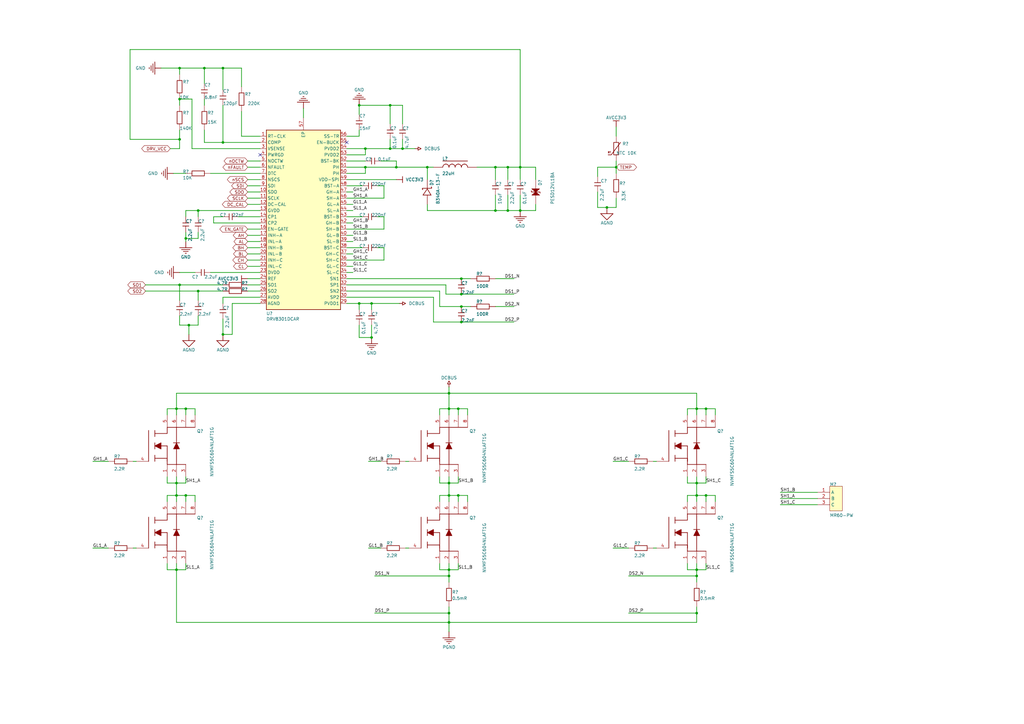
<source format=kicad_sch>
(kicad_sch (version 20211123) (generator eeschema)

  (uuid 643ecf5b-4e18-4258-a8e3-d1c70cf7a8b9)

  (paper "A3")

  (title_block
    (title "Odrive 2")
    (date "2022-07-28")
    (company "Sarcomere Dynamics")
  )

  (lib_symbols
    (symbol "Drive2-altium-import:0_BSC037N08NS5ATMA1" (in_bom yes) (on_board yes)
      (property "Reference" "" (id 0) (at 0 0 0)
        (effects (font (size 1.27 1.27)))
      )
      (property "Value" "0_BSC037N08NS5ATMA1" (id 1) (at 0 0 0)
        (effects (font (size 1.27 1.27)))
      )
      (property "Footprint" "" (id 2) (at 0 0 0)
        (effects (font (size 1.27 1.27)) hide)
      )
      (property "Datasheet" "" (id 3) (at 0 0 0)
        (effects (font (size 1.27 1.27)) hide)
      )
      (property "ki_fp_filters" "PG-TDSON-8_L5.0-W6.0-P1.27-LS6.2-BL-EP" (id 4) (at 0 0 0)
        (effects (font (size 1.27 1.27)) hide)
      )
      (symbol "0_BSC037N08NS5ATMA1_1_0"
        (polyline
          (pts
            (xy -7.62 6.35)
            (xy -7.62 19.05)
          )
          (stroke (width 0.254) (type default) (color 0 0 0 0))
          (fill (type none))
        )
        (polyline
          (pts
            (xy -5.08 8.89)
            (xy -5.08 6.35)
          )
          (stroke (width 0.254) (type default) (color 0 0 0 0))
          (fill (type none))
        )
        (polyline
          (pts
            (xy -5.08 11.43)
            (xy -5.08 13.97)
          )
          (stroke (width 0.254) (type default) (color 0 0 0 0))
          (fill (type none))
        )
        (polyline
          (pts
            (xy -5.08 12.7)
            (xy 0 12.7)
          )
          (stroke (width 0.254) (type default) (color 0 0 0 0))
          (fill (type none))
        )
        (polyline
          (pts
            (xy -5.08 16.51)
            (xy -5.08 19.05)
          )
          (stroke (width 0.254) (type default) (color 0 0 0 0))
          (fill (type none))
        )
        (polyline
          (pts
            (xy 0 5.08)
            (xy 7.62 5.08)
          )
          (stroke (width 0.254) (type default) (color 0 0 0 0))
          (fill (type none))
        )
        (polyline
          (pts
            (xy 0 12.7)
            (xy 0 6.35)
          )
          (stroke (width 0.254) (type default) (color 0 0 0 0))
          (fill (type none))
        )
        (polyline
          (pts
            (xy 0 20.32)
            (xy 11.43 20.32)
          )
          (stroke (width 0.254) (type default) (color 0 0 0 0))
          (fill (type none))
        )
        (polyline
          (pts
            (xy 2.54 13.97)
            (xy 5.08 13.97)
          )
          (stroke (width 0.254) (type default) (color 0 0 0 0))
          (fill (type none))
        )
        (polyline
          (pts
            (xy 3.81 5.08)
            (xy 3.81 20.32)
          )
          (stroke (width 0.254) (type default) (color 0 0 0 0))
          (fill (type none))
        )
        (polyline
          (pts
            (xy -5.08 7.62)
            (xy 0 7.62)
            (xy 0 5.08)
          )
          (stroke (width 0.254) (type default) (color 0 0 0 0))
          (fill (type none))
        )
        (polyline
          (pts
            (xy -5.08 17.78)
            (xy 0 17.78)
            (xy 0 20.32)
          )
          (stroke (width 0.254) (type default) (color 0 0 0 0))
          (fill (type none))
        )
        (polyline
          (pts
            (xy -5.08 12.7)
            (xy -2.54 13.97)
            (xy -2.54 11.43)
            (xy -5.08 12.7)
            (xy -5.08 12.7)
          )
          (stroke (width 0.254) (type default) (color 0 0 0 0))
          (fill (type outline))
        )
        (polyline
          (pts
            (xy 3.81 13.97)
            (xy 2.54 11.43)
            (xy 5.08 11.43)
            (xy 3.81 13.97)
            (xy 3.81 13.97)
          )
          (stroke (width 0) (type default) (color 0 0 0 0))
          (fill (type outline))
        )
        (pin passive line (at 0 0 90) (length 5.08)
          (name "1" (effects (font (size 0 0))))
          (number "1" (effects (font (size 1.27 1.27))))
        )
        (pin passive line (at 3.81 0 90) (length 5.08)
          (name "2" (effects (font (size 0 0))))
          (number "2" (effects (font (size 1.27 1.27))))
        )
        (pin passive line (at 7.62 0 90) (length 5.08)
          (name "3" (effects (font (size 0 0))))
          (number "3" (effects (font (size 1.27 1.27))))
        )
        (pin passive line (at -12.7 6.35 0) (length 5.08)
          (name "4" (effects (font (size 0 0))))
          (number "4" (effects (font (size 1.27 1.27))))
        )
        (pin passive line (at 0 25.4 270) (length 5.08)
          (name "5" (effects (font (size 0 0))))
          (number "5" (effects (font (size 1.27 1.27))))
        )
        (pin passive line (at 3.81 25.4 270) (length 5.08)
          (name "6" (effects (font (size 0 0))))
          (number "6" (effects (font (size 1.27 1.27))))
        )
        (pin passive line (at 7.62 25.4 270) (length 5.08)
          (name "7" (effects (font (size 0 0))))
          (number "7" (effects (font (size 1.27 1.27))))
        )
        (pin passive line (at 11.43 25.4 270) (length 5.08)
          (name "8" (effects (font (size 0 0))))
          (number "8" (effects (font (size 1.27 1.27))))
        )
      )
    )
    (symbol "Drive2-altium-import:0_C" (in_bom yes) (on_board yes)
      (property "Reference" "" (id 0) (at 0 0 0)
        (effects (font (size 1.27 1.27)))
      )
      (property "Value" "0_C" (id 1) (at 0 0 0)
        (effects (font (size 1.27 1.27)))
      )
      (property "Footprint" "" (id 2) (at 0 0 0)
        (effects (font (size 1.27 1.27)) hide)
      )
      (property "Datasheet" "" (id 3) (at 0 0 0)
        (effects (font (size 1.27 1.27)) hide)
      )
      (property "ki_description" "贴片电容" (id 4) (at 0 0 0)
        (effects (font (size 1.27 1.27)) hide)
      )
      (property "ki_fp_filters" "C{space}0805_L" (id 5) (at 0 0 0)
        (effects (font (size 1.27 1.27)) hide)
      )
      (symbol "0_C_1_0"
        (polyline
          (pts
            (xy 2.54 1.27)
            (xy 2.54 -1.27)
          )
          (stroke (width 0.254) (type default) (color 0 0 0 0))
          (fill (type none))
        )
        (polyline
          (pts
            (xy 3.81 1.27)
            (xy 3.81 -1.27)
          )
          (stroke (width 0.254) (type default) (color 0 0 0 0))
          (fill (type none))
        )
        (pin passive line (at 0 0 0) (length 2.54)
          (name "1" (effects (font (size 0 0))))
          (number "1" (effects (font (size 0 0))))
        )
        (pin passive line (at 6.35 0 180) (length 2.54)
          (name "2" (effects (font (size 0 0))))
          (number "2" (effects (font (size 0 0))))
        )
      )
    )
    (symbol "Drive2-altium-import:0_DRV8301DCAR" (in_bom yes) (on_board yes)
      (property "Reference" "" (id 0) (at 0 0 0)
        (effects (font (size 1.27 1.27)))
      )
      (property "Value" "0_DRV8301DCAR" (id 1) (at 0 0 0)
        (effects (font (size 1.27 1.27)))
      )
      (property "Footprint" "" (id 2) (at 0 0 0)
        (effects (font (size 1.27 1.27)) hide)
      )
      (property "Datasheet" "" (id 3) (at 0 0 0)
        (effects (font (size 1.27 1.27)) hide)
      )
      (property "ki_fp_filters" "HTSSOP-56_L14.0-W6.0-P0.50-LS8.0-BL" (id 4) (at 0 0 0)
        (effects (font (size 1.27 1.27)) hide)
      )
      (symbol "0_DRV8301DCAR_1_0"
        (rectangle (start 15.24 34.29) (end -15.24 -39.37)
          (stroke (width 0.254) (type default) (color 0 0 0 0))
          (fill (type background))
        )
        (pin passive line (at -17.78 31.75 0) (length 2.54)
          (name "RT-CLK" (effects (font (size 1.27 1.27))))
          (number "1" (effects (font (size 1.27 1.27))))
        )
        (pin passive line (at -17.78 8.89 0) (length 2.54)
          (name "SDO" (effects (font (size 1.27 1.27))))
          (number "10" (effects (font (size 1.27 1.27))))
        )
        (pin passive line (at -17.78 6.35 0) (length 2.54)
          (name "SCLK" (effects (font (size 1.27 1.27))))
          (number "11" (effects (font (size 1.27 1.27))))
        )
        (pin passive line (at -17.78 3.81 0) (length 2.54)
          (name "DC-CAL" (effects (font (size 1.27 1.27))))
          (number "12" (effects (font (size 1.27 1.27))))
        )
        (pin passive line (at -17.78 1.27 0) (length 2.54)
          (name "GVDD" (effects (font (size 1.27 1.27))))
          (number "13" (effects (font (size 1.27 1.27))))
        )
        (pin passive line (at -17.78 -1.27 0) (length 2.54)
          (name "CP1" (effects (font (size 1.27 1.27))))
          (number "14" (effects (font (size 1.27 1.27))))
        )
        (pin passive line (at -17.78 -3.81 0) (length 2.54)
          (name "CP2" (effects (font (size 1.27 1.27))))
          (number "15" (effects (font (size 1.27 1.27))))
        )
        (pin passive line (at -17.78 -6.35 0) (length 2.54)
          (name "EN-GATE" (effects (font (size 1.27 1.27))))
          (number "16" (effects (font (size 1.27 1.27))))
        )
        (pin passive line (at -17.78 -8.89 0) (length 2.54)
          (name "INH-A" (effects (font (size 1.27 1.27))))
          (number "17" (effects (font (size 1.27 1.27))))
        )
        (pin passive line (at -17.78 -11.43 0) (length 2.54)
          (name "INL-A" (effects (font (size 1.27 1.27))))
          (number "18" (effects (font (size 1.27 1.27))))
        )
        (pin passive line (at -17.78 -13.97 0) (length 2.54)
          (name "INH-B" (effects (font (size 1.27 1.27))))
          (number "19" (effects (font (size 1.27 1.27))))
        )
        (pin passive line (at -17.78 29.21 0) (length 2.54)
          (name "COMP" (effects (font (size 1.27 1.27))))
          (number "2" (effects (font (size 1.27 1.27))))
        )
        (pin passive line (at -17.78 -16.51 0) (length 2.54)
          (name "INL-B" (effects (font (size 1.27 1.27))))
          (number "20" (effects (font (size 1.27 1.27))))
        )
        (pin passive line (at -17.78 -19.05 0) (length 2.54)
          (name "INH-C" (effects (font (size 1.27 1.27))))
          (number "21" (effects (font (size 1.27 1.27))))
        )
        (pin passive line (at -17.78 -21.59 0) (length 2.54)
          (name "INL-C" (effects (font (size 1.27 1.27))))
          (number "22" (effects (font (size 1.27 1.27))))
        )
        (pin passive line (at -17.78 -24.13 0) (length 2.54)
          (name "DVDD" (effects (font (size 1.27 1.27))))
          (number "23" (effects (font (size 1.27 1.27))))
        )
        (pin passive line (at -17.78 -26.67 0) (length 2.54)
          (name "REF" (effects (font (size 1.27 1.27))))
          (number "24" (effects (font (size 1.27 1.27))))
        )
        (pin passive line (at -17.78 -29.21 0) (length 2.54)
          (name "SO1" (effects (font (size 1.27 1.27))))
          (number "25" (effects (font (size 1.27 1.27))))
        )
        (pin passive line (at -17.78 -31.75 0) (length 2.54)
          (name "SO2" (effects (font (size 1.27 1.27))))
          (number "26" (effects (font (size 1.27 1.27))))
        )
        (pin passive line (at -17.78 -34.29 0) (length 2.54)
          (name "AVDD" (effects (font (size 1.27 1.27))))
          (number "27" (effects (font (size 1.27 1.27))))
        )
        (pin passive line (at -17.78 -36.83 0) (length 2.54)
          (name "AGND" (effects (font (size 1.27 1.27))))
          (number "28" (effects (font (size 1.27 1.27))))
        )
        (pin passive line (at 17.78 -36.83 180) (length 2.54)
          (name "PVDD1" (effects (font (size 1.27 1.27))))
          (number "29" (effects (font (size 1.27 1.27))))
        )
        (pin passive line (at -17.78 26.67 0) (length 2.54)
          (name "VSENSE" (effects (font (size 1.27 1.27))))
          (number "3" (effects (font (size 1.27 1.27))))
        )
        (pin passive line (at 17.78 -34.29 180) (length 2.54)
          (name "SP2" (effects (font (size 1.27 1.27))))
          (number "30" (effects (font (size 1.27 1.27))))
        )
        (pin passive line (at 17.78 -31.75 180) (length 2.54)
          (name "SN2" (effects (font (size 1.27 1.27))))
          (number "31" (effects (font (size 1.27 1.27))))
        )
        (pin passive line (at 17.78 -29.21 180) (length 2.54)
          (name "SP1" (effects (font (size 1.27 1.27))))
          (number "32" (effects (font (size 1.27 1.27))))
        )
        (pin passive line (at 17.78 -26.67 180) (length 2.54)
          (name "SN1" (effects (font (size 1.27 1.27))))
          (number "33" (effects (font (size 1.27 1.27))))
        )
        (pin passive line (at 17.78 -24.13 180) (length 2.54)
          (name "SL-C" (effects (font (size 1.27 1.27))))
          (number "34" (effects (font (size 1.27 1.27))))
        )
        (pin passive line (at 17.78 -21.59 180) (length 2.54)
          (name "GL-C" (effects (font (size 1.27 1.27))))
          (number "35" (effects (font (size 1.27 1.27))))
        )
        (pin passive line (at 17.78 -19.05 180) (length 2.54)
          (name "SH-C" (effects (font (size 1.27 1.27))))
          (number "36" (effects (font (size 1.27 1.27))))
        )
        (pin passive line (at 17.78 -16.51 180) (length 2.54)
          (name "GH-C" (effects (font (size 1.27 1.27))))
          (number "37" (effects (font (size 1.27 1.27))))
        )
        (pin passive line (at 17.78 -13.97 180) (length 2.54)
          (name "BST-C" (effects (font (size 1.27 1.27))))
          (number "38" (effects (font (size 1.27 1.27))))
        )
        (pin passive line (at 17.78 -11.43 180) (length 2.54)
          (name "SL-B" (effects (font (size 1.27 1.27))))
          (number "39" (effects (font (size 1.27 1.27))))
        )
        (pin passive line (at -17.78 24.13 0) (length 2.54)
          (name "PWRGD" (effects (font (size 1.27 1.27))))
          (number "4" (effects (font (size 1.27 1.27))))
        )
        (pin passive line (at 17.78 -8.89 180) (length 2.54)
          (name "GL-B" (effects (font (size 1.27 1.27))))
          (number "40" (effects (font (size 1.27 1.27))))
        )
        (pin passive line (at 17.78 -6.35 180) (length 2.54)
          (name "SH-B" (effects (font (size 1.27 1.27))))
          (number "41" (effects (font (size 1.27 1.27))))
        )
        (pin passive line (at 17.78 -3.81 180) (length 2.54)
          (name "GH-B" (effects (font (size 1.27 1.27))))
          (number "42" (effects (font (size 1.27 1.27))))
        )
        (pin passive line (at 17.78 -1.27 180) (length 2.54)
          (name "BST-B" (effects (font (size 1.27 1.27))))
          (number "43" (effects (font (size 1.27 1.27))))
        )
        (pin passive line (at 17.78 1.27 180) (length 2.54)
          (name "SL-A" (effects (font (size 1.27 1.27))))
          (number "44" (effects (font (size 1.27 1.27))))
        )
        (pin passive line (at 17.78 3.81 180) (length 2.54)
          (name "GL-A" (effects (font (size 1.27 1.27))))
          (number "45" (effects (font (size 1.27 1.27))))
        )
        (pin passive line (at 17.78 6.35 180) (length 2.54)
          (name "SH-A" (effects (font (size 1.27 1.27))))
          (number "46" (effects (font (size 1.27 1.27))))
        )
        (pin passive line (at 17.78 8.89 180) (length 2.54)
          (name "GH-A" (effects (font (size 1.27 1.27))))
          (number "47" (effects (font (size 1.27 1.27))))
        )
        (pin passive line (at 17.78 11.43 180) (length 2.54)
          (name "BST-A" (effects (font (size 1.27 1.27))))
          (number "48" (effects (font (size 1.27 1.27))))
        )
        (pin passive line (at 17.78 13.97 180) (length 2.54)
          (name "VDD-SPI" (effects (font (size 1.27 1.27))))
          (number "49" (effects (font (size 1.27 1.27))))
        )
        (pin passive line (at -17.78 21.59 0) (length 2.54)
          (name "NOCTW" (effects (font (size 1.27 1.27))))
          (number "5" (effects (font (size 1.27 1.27))))
        )
        (pin passive line (at 17.78 16.51 180) (length 2.54)
          (name "PH" (effects (font (size 1.27 1.27))))
          (number "50" (effects (font (size 1.27 1.27))))
        )
        (pin passive line (at 17.78 19.05 180) (length 2.54)
          (name "PH" (effects (font (size 1.27 1.27))))
          (number "51" (effects (font (size 1.27 1.27))))
        )
        (pin passive line (at 17.78 21.59 180) (length 2.54)
          (name "BST-BK" (effects (font (size 1.27 1.27))))
          (number "52" (effects (font (size 1.27 1.27))))
        )
        (pin passive line (at 17.78 24.13 180) (length 2.54)
          (name "PVDD2" (effects (font (size 1.27 1.27))))
          (number "53" (effects (font (size 1.27 1.27))))
        )
        (pin passive line (at 17.78 26.67 180) (length 2.54)
          (name "PVDD2" (effects (font (size 1.27 1.27))))
          (number "54" (effects (font (size 1.27 1.27))))
        )
        (pin passive line (at 17.78 29.21 180) (length 2.54)
          (name "EN-BUCK" (effects (font (size 1.27 1.27))))
          (number "55" (effects (font (size 1.27 1.27))))
        )
        (pin passive line (at 17.78 31.75 180) (length 2.54)
          (name "SS-TR" (effects (font (size 1.27 1.27))))
          (number "56" (effects (font (size 1.27 1.27))))
        )
        (pin passive line (at 0 39.37 270) (length 5.08)
          (name "EP" (effects (font (size 1.27 1.27))))
          (number "57" (effects (font (size 1.27 1.27))))
        )
        (pin passive line (at -17.78 19.05 0) (length 2.54)
          (name "NFAULT" (effects (font (size 1.27 1.27))))
          (number "6" (effects (font (size 1.27 1.27))))
        )
        (pin passive line (at -17.78 16.51 0) (length 2.54)
          (name "DTC" (effects (font (size 1.27 1.27))))
          (number "7" (effects (font (size 1.27 1.27))))
        )
        (pin passive line (at -17.78 13.97 0) (length 2.54)
          (name "NSCS" (effects (font (size 1.27 1.27))))
          (number "8" (effects (font (size 1.27 1.27))))
        )
        (pin passive line (at -17.78 11.43 0) (length 2.54)
          (name "SDI" (effects (font (size 1.27 1.27))))
          (number "9" (effects (font (size 1.27 1.27))))
        )
      )
    )
    (symbol "Drive2-altium-import:0_L-SMD" (in_bom yes) (on_board yes)
      (property "Reference" "" (id 0) (at 0 0 0)
        (effects (font (size 1.27 1.27)))
      )
      (property "Value" "0_L-SMD" (id 1) (at 0 0 0)
        (effects (font (size 1.27 1.27)))
      )
      (property "Footprint" "" (id 2) (at 0 0 0)
        (effects (font (size 1.27 1.27)) hide)
      )
      (property "Datasheet" "" (id 3) (at 0 0 0)
        (effects (font (size 1.27 1.27)) hide)
      )
      (property "ki_description" "CD系列贴片线绕功率电感" (id 4) (at 0 0 0)
        (effects (font (size 1.27 1.27)) hide)
      )
      (property "ki_fp_filters" "CD53" (id 5) (at 0 0 0)
        (effects (font (size 1.27 1.27)) hide)
      )
      (symbol "0_L-SMD_1_0"
        (polyline
          (pts
            (xy 3.81 2.54)
            (xy 13.97 2.54)
          )
          (stroke (width 0.254) (type default) (color 0 0 0 0))
          (fill (type none))
        )
        (arc (start 5.08 1.27) (mid 4.182 0.898) (end 3.81 0)
          (stroke (width 0.254) (type default) (color 0 0 0 0))
          (fill (type none))
        )
        (arc (start 6.35 0) (mid 5.978 0.898) (end 5.08 1.27)
          (stroke (width 0.254) (type default) (color 0 0 0 0))
          (fill (type none))
        )
        (arc (start 7.62 1.27) (mid 6.722 0.898) (end 6.35 0)
          (stroke (width 0.254) (type default) (color 0 0 0 0))
          (fill (type none))
        )
        (arc (start 8.89 0) (mid 8.518 0.898) (end 7.62 1.27)
          (stroke (width 0.254) (type default) (color 0 0 0 0))
          (fill (type none))
        )
        (arc (start 10.16 1.27) (mid 9.262 0.898) (end 8.89 0)
          (stroke (width 0.254) (type default) (color 0 0 0 0))
          (fill (type none))
        )
        (arc (start 11.43 0) (mid 11.058 0.898) (end 10.16 1.27)
          (stroke (width 0.254) (type default) (color 0 0 0 0))
          (fill (type none))
        )
        (arc (start 12.7 1.27) (mid 11.802 0.898) (end 11.43 0)
          (stroke (width 0.254) (type default) (color 0 0 0 0))
          (fill (type none))
        )
        (arc (start 13.97 0) (mid 13.598 0.898) (end 12.7 1.27)
          (stroke (width 0.254) (type default) (color 0 0 0 0))
          (fill (type none))
        )
        (pin passive line (at 0 0 0) (length 3.81)
          (name "1" (effects (font (size 0 0))))
          (number "1" (effects (font (size 0 0))))
        )
        (pin passive line (at 17.78 0 180) (length 3.81)
          (name "2" (effects (font (size 0 0))))
          (number "2" (effects (font (size 0 0))))
        )
      )
    )
    (symbol "Drive2-altium-import:0_MR60-PW" (in_bom yes) (on_board yes)
      (property "Reference" "" (id 0) (at 0 0 0)
        (effects (font (size 1.27 1.27)))
      )
      (property "Value" "0_MR60-PW" (id 1) (at 0 0 0)
        (effects (font (size 1.27 1.27)))
      )
      (property "Footprint" "" (id 2) (at 0 0 0)
        (effects (font (size 1.27 1.27)) hide)
      )
      (property "Datasheet" "" (id 3) (at 0 0 0)
        (effects (font (size 1.27 1.27)) hide)
      )
      (property "ki_fp_filters" "MR60-PW" (id 4) (at 0 0 0)
        (effects (font (size 1.27 1.27)) hide)
      )
      (symbol "0_MR60-PW_1_0"
        (rectangle (start 5.08 10.16) (end 0 0)
          (stroke (width 0) (type default) (color 0 0 0 0))
          (fill (type background))
        )
        (pin passive line (at -5.08 7.62 0) (length 5.08)
          (name "A" (effects (font (size 1.27 1.27))))
          (number "1" (effects (font (size 1.27 1.27))))
        )
        (pin passive line (at -5.08 5.08 0) (length 5.08)
          (name "B" (effects (font (size 1.27 1.27))))
          (number "2" (effects (font (size 1.27 1.27))))
        )
        (pin passive line (at -5.08 2.54 0) (length 5.08)
          (name "C" (effects (font (size 1.27 1.27))))
          (number "3" (effects (font (size 1.27 1.27))))
        )
      )
    )
    (symbol "Drive2-altium-import:0_PESD5V0S1BA" (in_bom yes) (on_board yes)
      (property "Reference" "" (id 0) (at 0 0 0)
        (effects (font (size 1.27 1.27)))
      )
      (property "Value" "0_PESD5V0S1BA" (id 1) (at 0 0 0)
        (effects (font (size 1.27 1.27)))
      )
      (property "Footprint" "" (id 2) (at 0 0 0)
        (effects (font (size 1.27 1.27)) hide)
      )
      (property "Datasheet" "" (id 3) (at 0 0 0)
        (effects (font (size 1.27 1.27)) hide)
      )
      (property "ki_description" "PESD5V0S1BA、ESD二极管、5V" (id 4) (at 0 0 0)
        (effects (font (size 1.27 1.27)) hide)
      )
      (property "ki_fp_filters" "SOD-323" (id 5) (at 0 0 0)
        (effects (font (size 1.27 1.27)) hide)
      )
      (symbol "0_PESD5V0S1BA_1_0"
        (polyline
          (pts
            (xy -1.778 -4.572)
            (xy -1.778 -5.08)
            (xy 1.778 -5.08)
            (xy 1.778 -5.588)
          )
          (stroke (width 0.254) (type default) (color 0 0 0 0))
          (fill (type none))
        )
        (polyline
          (pts
            (xy -1.524 -3.81)
            (xy 0 -5.08)
            (xy 1.524 -3.81)
            (xy -1.524 -3.81)
          )
          (stroke (width 0.254) (type default) (color 0 0 0 0))
          (fill (type outline))
        )
        (polyline
          (pts
            (xy 1.524 -6.35)
            (xy 0 -5.08)
            (xy -1.524 -6.35)
            (xy 1.524 -6.35)
          )
          (stroke (width 0.254) (type default) (color 0 0 0 0))
          (fill (type outline))
        )
        (pin passive line (at 0 0 270) (length 3.81)
          (name "A" (effects (font (size 0 0))))
          (number "1" (effects (font (size 0 0))))
        )
        (pin passive line (at 0 -10.16 90) (length 3.81)
          (name "K" (effects (font (size 0 0))))
          (number "2" (effects (font (size 0 0))))
        )
      )
    )
    (symbol "Drive2-altium-import:0_R" (in_bom yes) (on_board yes)
      (property "Reference" "" (id 0) (at 0 0 0)
        (effects (font (size 1.27 1.27)))
      )
      (property "Value" "0_R" (id 1) (at 0 0 0)
        (effects (font (size 1.27 1.27)))
      )
      (property "Footprint" "" (id 2) (at 0 0 0)
        (effects (font (size 1.27 1.27)) hide)
      )
      (property "Datasheet" "" (id 3) (at 0 0 0)
        (effects (font (size 1.27 1.27)) hide)
      )
      (property "ki_description" "贴片电阻" (id 4) (at 0 0 0)
        (effects (font (size 1.27 1.27)) hide)
      )
      (property "ki_fp_filters" "R{space}0603_L" (id 5) (at 0 0 0)
        (effects (font (size 1.27 1.27)) hide)
      )
      (symbol "0_R_1_0"
        (polyline
          (pts
            (xy 7.62 -1.016)
            (xy 7.62 1.016)
            (xy 2.54 1.016)
            (xy 2.54 -1.016)
            (xy 7.62 -1.016)
          )
          (stroke (width 0.254) (type default) (color 0 0 0 0))
          (fill (type none))
        )
        (pin passive line (at 0 0 0) (length 2.54)
          (name "1" (effects (font (size 0 0))))
          (number "1" (effects (font (size 0 0))))
        )
        (pin passive line (at 10.16 0 180) (length 2.54)
          (name "2" (effects (font (size 0 0))))
          (number "2" (effects (font (size 0 0))))
        )
      )
    )
    (symbol "Drive2-altium-import:0_RT" (in_bom yes) (on_board yes)
      (property "Reference" "" (id 0) (at 0 0 0)
        (effects (font (size 1.27 1.27)))
      )
      (property "Value" "0_RT" (id 1) (at 0 0 0)
        (effects (font (size 1.27 1.27)))
      )
      (property "Footprint" "" (id 2) (at 0 0 0)
        (effects (font (size 1.27 1.27)) hide)
      )
      (property "Datasheet" "" (id 3) (at 0 0 0)
        (effects (font (size 1.27 1.27)) hide)
      )
      (property "ki_description" "热敏电阻" (id 4) (at 0 0 0)
        (effects (font (size 1.27 1.27)) hide)
      )
      (property "ki_fp_filters" "R{space}0805-HP_L" (id 5) (at 0 0 0)
        (effects (font (size 1.27 1.27)) hide)
      )
      (symbol "0_RT_1_0"
        (polyline
          (pts
            (xy -3.302 2.54)
            (xy -2.032 2.54)
            (xy 1.778 7.62)
          )
          (stroke (width 0.254) (type default) (color 0 0 0 0))
          (fill (type none))
        )
        (polyline
          (pts
            (xy 1.016 7.62)
            (xy -1.016 7.62)
            (xy -1.016 2.54)
            (xy 1.016 2.54)
            (xy 1.016 7.62)
          )
          (stroke (width 0.254) (type default) (color 0 0 0 0))
          (fill (type none))
        )
        (text "RT" (at -3.556 3.048 0)
          (effects (font (size 0.762 0.762)) (justify left bottom))
        )
        (pin passive line (at 0 0 90) (length 2.54)
          (name "1" (effects (font (size 0 0))))
          (number "1" (effects (font (size 0 0))))
        )
        (pin passive line (at 0 10.16 270) (length 2.54)
          (name "2" (effects (font (size 0 0))))
          (number "2" (effects (font (size 0 0))))
        )
      )
    )
    (symbol "Drive2-altium-import:1_C" (in_bom yes) (on_board yes)
      (property "Reference" "" (id 0) (at 0 0 0)
        (effects (font (size 1.27 1.27)))
      )
      (property "Value" "1_C" (id 1) (at 0 0 0)
        (effects (font (size 1.27 1.27)))
      )
      (property "Footprint" "" (id 2) (at 0 0 0)
        (effects (font (size 1.27 1.27)) hide)
      )
      (property "Datasheet" "" (id 3) (at 0 0 0)
        (effects (font (size 1.27 1.27)) hide)
      )
      (property "ki_description" "贴片电容" (id 4) (at 0 0 0)
        (effects (font (size 1.27 1.27)) hide)
      )
      (property "ki_fp_filters" "C{space}0603_L" (id 5) (at 0 0 0)
        (effects (font (size 1.27 1.27)) hide)
      )
      (symbol "1_C_1_0"
        (polyline
          (pts
            (xy -1.27 2.54)
            (xy 1.27 2.54)
          )
          (stroke (width 0.254) (type default) (color 0 0 0 0))
          (fill (type none))
        )
        (polyline
          (pts
            (xy -1.27 3.81)
            (xy 1.27 3.81)
          )
          (stroke (width 0.254) (type default) (color 0 0 0 0))
          (fill (type none))
        )
        (pin passive line (at 0 0 90) (length 2.54)
          (name "1" (effects (font (size 0 0))))
          (number "1" (effects (font (size 0 0))))
        )
        (pin passive line (at 0 6.35 270) (length 2.54)
          (name "2" (effects (font (size 0 0))))
          (number "2" (effects (font (size 0 0))))
        )
      )
    )
    (symbol "Drive2-altium-import:1_R" (in_bom yes) (on_board yes)
      (property "Reference" "" (id 0) (at 0 0 0)
        (effects (font (size 1.27 1.27)))
      )
      (property "Value" "1_R" (id 1) (at 0 0 0)
        (effects (font (size 1.27 1.27)))
      )
      (property "Footprint" "" (id 2) (at 0 0 0)
        (effects (font (size 1.27 1.27)) hide)
      )
      (property "Datasheet" "" (id 3) (at 0 0 0)
        (effects (font (size 1.27 1.27)) hide)
      )
      (property "ki_description" "贴片电阻" (id 4) (at 0 0 0)
        (effects (font (size 1.27 1.27)) hide)
      )
      (property "ki_fp_filters" "R{space}0805_L" (id 5) (at 0 0 0)
        (effects (font (size 1.27 1.27)) hide)
      )
      (symbol "1_R_1_0"
        (polyline
          (pts
            (xy 1.016 7.62)
            (xy -1.016 7.62)
            (xy -1.016 2.54)
            (xy 1.016 2.54)
            (xy 1.016 7.62)
          )
          (stroke (width 0.254) (type default) (color 0 0 0 0))
          (fill (type none))
        )
        (pin passive line (at 0 0 90) (length 2.54)
          (name "1" (effects (font (size 0 0))))
          (number "1" (effects (font (size 0 0))))
        )
        (pin passive line (at 0 10.16 270) (length 2.54)
          (name "2" (effects (font (size 0 0))))
          (number "2" (effects (font (size 0 0))))
        )
      )
    )
    (symbol "Drive2-altium-import:1_R-Precision" (in_bom yes) (on_board yes)
      (property "Reference" "" (id 0) (at 0 0 0)
        (effects (font (size 1.27 1.27)))
      )
      (property "Value" "1_R-Precision" (id 1) (at 0 0 0)
        (effects (font (size 1.27 1.27)))
      )
      (property "Footprint" "" (id 2) (at 0 0 0)
        (effects (font (size 1.27 1.27)) hide)
      )
      (property "Datasheet" "" (id 3) (at 0 0 0)
        (effects (font (size 1.27 1.27)) hide)
      )
      (property "ki_description" "精密贴片电阻" (id 4) (at 0 0 0)
        (effects (font (size 1.27 1.27)) hide)
      )
      (property "ki_fp_filters" "R3920" (id 5) (at 0 0 0)
        (effects (font (size 1.27 1.27)) hide)
      )
      (symbol "1_R-Precision_1_0"
        (polyline
          (pts
            (xy 1.016 7.62)
            (xy -1.016 7.62)
            (xy -1.016 2.54)
            (xy 1.016 2.54)
            (xy 1.016 7.62)
          )
          (stroke (width 0.254) (type default) (color 0 0 0 0))
          (fill (type none))
        )
        (pin passive line (at 0 0 90) (length 2.54)
          (name "1" (effects (font (size 0 0))))
          (number "1" (effects (font (size 0 0))))
        )
        (pin passive line (at 0 10.16 270) (length 2.54)
          (name "2" (effects (font (size 0 0))))
          (number "2" (effects (font (size 0 0))))
        )
      )
    )
    (symbol "Drive2-altium-import:2_C" (in_bom yes) (on_board yes)
      (property "Reference" "" (id 0) (at 0 0 0)
        (effects (font (size 1.27 1.27)))
      )
      (property "Value" "2_C" (id 1) (at 0 0 0)
        (effects (font (size 1.27 1.27)))
      )
      (property "Footprint" "" (id 2) (at 0 0 0)
        (effects (font (size 1.27 1.27)) hide)
      )
      (property "Datasheet" "" (id 3) (at 0 0 0)
        (effects (font (size 1.27 1.27)) hide)
      )
      (property "ki_description" "贴片电容" (id 4) (at 0 0 0)
        (effects (font (size 1.27 1.27)) hide)
      )
      (property "ki_fp_filters" "C{space}0603_L" (id 5) (at 0 0 0)
        (effects (font (size 1.27 1.27)) hide)
      )
      (symbol "2_C_1_0"
        (polyline
          (pts
            (xy -3.81 -1.27)
            (xy -3.81 1.27)
          )
          (stroke (width 0.254) (type default) (color 0 0 0 0))
          (fill (type none))
        )
        (polyline
          (pts
            (xy -2.54 -1.27)
            (xy -2.54 1.27)
          )
          (stroke (width 0.254) (type default) (color 0 0 0 0))
          (fill (type none))
        )
        (pin passive line (at 0 0 180) (length 2.54)
          (name "1" (effects (font (size 0 0))))
          (number "1" (effects (font (size 0 0))))
        )
        (pin passive line (at -6.35 0 0) (length 2.54)
          (name "2" (effects (font (size 0 0))))
          (number "2" (effects (font (size 0 0))))
        )
      )
    )
    (symbol "Drive2-altium-import:2_R" (in_bom yes) (on_board yes)
      (property "Reference" "" (id 0) (at 0 0 0)
        (effects (font (size 1.27 1.27)))
      )
      (property "Value" "2_R" (id 1) (at 0 0 0)
        (effects (font (size 1.27 1.27)))
      )
      (property "Footprint" "" (id 2) (at 0 0 0)
        (effects (font (size 1.27 1.27)) hide)
      )
      (property "Datasheet" "" (id 3) (at 0 0 0)
        (effects (font (size 1.27 1.27)) hide)
      )
      (property "ki_description" "贴片电阻" (id 4) (at 0 0 0)
        (effects (font (size 1.27 1.27)) hide)
      )
      (property "ki_fp_filters" "R{space}0603_L" (id 5) (at 0 0 0)
        (effects (font (size 1.27 1.27)) hide)
      )
      (symbol "2_R_1_0"
        (polyline
          (pts
            (xy -7.62 1.016)
            (xy -7.62 -1.016)
            (xy -2.54 -1.016)
            (xy -2.54 1.016)
            (xy -7.62 1.016)
          )
          (stroke (width 0.254) (type default) (color 0 0 0 0))
          (fill (type none))
        )
        (pin passive line (at 0 0 180) (length 2.54)
          (name "1" (effects (font (size 0 0))))
          (number "1" (effects (font (size 0 0))))
        )
        (pin passive line (at -10.16 0 0) (length 2.54)
          (name "2" (effects (font (size 0 0))))
          (number "2" (effects (font (size 0 0))))
        )
      )
    )
    (symbol "Drive2-altium-import:3_B340A-13-F" (in_bom yes) (on_board yes)
      (property "Reference" "" (id 0) (at 0 0 0)
        (effects (font (size 1.27 1.27)))
      )
      (property "Value" "3_B340A-13-F" (id 1) (at 0 0 0)
        (effects (font (size 1.27 1.27)))
      )
      (property "Footprint" "" (id 2) (at 0 0 0)
        (effects (font (size 1.27 1.27)) hide)
      )
      (property "Datasheet" "" (id 3) (at 0 0 0)
        (effects (font (size 1.27 1.27)) hide)
      )
      (property "ki_fp_filters" "SMA_L4.4-W2.6-LS5.0-RD" (id 4) (at 0 0 0)
        (effects (font (size 1.27 1.27)) hide)
      )
      (symbol "3_B340A-13-F_1_0"
        (polyline
          (pts
            (xy 1.524 -1.27)
            (xy 0 1.27)
            (xy 0 1.27)
            (xy -1.778 -1.27)
            (xy -1.778 -1.27)
            (xy 1.524 -1.27)
          )
          (stroke (width 0.254) (type default) (color 0 0 0 0))
          (fill (type none))
        )
        (polyline
          (pts
            (xy 1.5241 2.032)
            (xy 1.7781 2.032)
            (xy 1.7781 2.032)
            (xy 1.7781 1.524)
            (xy 1.7781 1.524)
            (xy -2.0319 1.524)
            (xy -2.0319 1.524)
            (xy -2.0319 1.016)
            (xy -2.0319 1.016)
            (xy -1.7779 1.016)
          )
          (stroke (width 0.254) (type default) (color 0 0 0 0))
          (fill (type none))
        )
        (pin passive line (at 0.0001 5.08 270) (length 3.81)
          (name "K" (effects (font (size 0 0))))
          (number "1" (effects (font (size 0 0))))
        )
        (pin passive line (at 0.0001 -5.08 90) (length 3.81)
          (name "A" (effects (font (size 0 0))))
          (number "2" (effects (font (size 0 0))))
        )
      )
    )
    (symbol "Drive2-altium-import:3_C" (in_bom yes) (on_board yes)
      (property "Reference" "" (id 0) (at 0 0 0)
        (effects (font (size 1.27 1.27)))
      )
      (property "Value" "3_C" (id 1) (at 0 0 0)
        (effects (font (size 1.27 1.27)))
      )
      (property "Footprint" "" (id 2) (at 0 0 0)
        (effects (font (size 1.27 1.27)) hide)
      )
      (property "Datasheet" "" (id 3) (at 0 0 0)
        (effects (font (size 1.27 1.27)) hide)
      )
      (property "ki_description" "贴片电容" (id 4) (at 0 0 0)
        (effects (font (size 1.27 1.27)) hide)
      )
      (property "ki_fp_filters" "C{space}0603_L" (id 5) (at 0 0 0)
        (effects (font (size 1.27 1.27)) hide)
      )
      (symbol "3_C_1_0"
        (polyline
          (pts
            (xy 1.27 -3.81)
            (xy -1.27 -3.81)
          )
          (stroke (width 0.254) (type default) (color 0 0 0 0))
          (fill (type none))
        )
        (polyline
          (pts
            (xy 1.27 -2.54)
            (xy -1.27 -2.54)
          )
          (stroke (width 0.254) (type default) (color 0 0 0 0))
          (fill (type none))
        )
        (pin passive line (at 0 0 270) (length 2.54)
          (name "1" (effects (font (size 0 0))))
          (number "1" (effects (font (size 0 0))))
        )
        (pin passive line (at 0 -6.35 90) (length 2.54)
          (name "2" (effects (font (size 0 0))))
          (number "2" (effects (font (size 0 0))))
        )
      )
    )
    (symbol "Drive2-altium-import:AGND" (power) (in_bom yes) (on_board yes)
      (property "Reference" "#PWR" (id 0) (at 0 0 0)
        (effects (font (size 1.27 1.27)))
      )
      (property "Value" "AGND" (id 1) (at 0 6.35 0)
        (effects (font (size 1.27 1.27)))
      )
      (property "Footprint" "" (id 2) (at 0 0 0)
        (effects (font (size 1.27 1.27)) hide)
      )
      (property "Datasheet" "" (id 3) (at 0 0 0)
        (effects (font (size 1.27 1.27)) hide)
      )
      (property "ki_keywords" "power-flag" (id 4) (at 0 0 0)
        (effects (font (size 1.27 1.27)) hide)
      )
      (property "ki_description" "Power symbol creates a global label with name 'AGND'" (id 5) (at 0 0 0)
        (effects (font (size 1.27 1.27)) hide)
      )
      (symbol "AGND_0_0"
        (polyline
          (pts
            (xy 0 0)
            (xy 0 -2.54)
          )
          (stroke (width 0.254) (type default) (color 0 0 0 0))
          (fill (type none))
        )
        (polyline
          (pts
            (xy -2.54 -2.54)
            (xy 2.54 -2.54)
            (xy 0 -5.08)
            (xy -2.54 -2.54)
          )
          (stroke (width 0.254) (type default) (color 0 0 0 0))
          (fill (type none))
        )
        (pin power_in line (at 0 0 0) (length 0) hide
          (name "AGND" (effects (font (size 1.27 1.27))))
          (number "" (effects (font (size 1.27 1.27))))
        )
      )
    )
    (symbol "Drive2-altium-import:AVCC3V3" (power) (in_bom yes) (on_board yes)
      (property "Reference" "#PWR" (id 0) (at 0 0 0)
        (effects (font (size 1.27 1.27)))
      )
      (property "Value" "AVCC3V3" (id 1) (at 0 3.81 0)
        (effects (font (size 1.27 1.27)))
      )
      (property "Footprint" "" (id 2) (at 0 0 0)
        (effects (font (size 1.27 1.27)) hide)
      )
      (property "Datasheet" "" (id 3) (at 0 0 0)
        (effects (font (size 1.27 1.27)) hide)
      )
      (property "ki_keywords" "power-flag" (id 4) (at 0 0 0)
        (effects (font (size 1.27 1.27)) hide)
      )
      (property "ki_description" "Power symbol creates a global label with name 'AVCC3V3'" (id 5) (at 0 0 0)
        (effects (font (size 1.27 1.27)) hide)
      )
      (symbol "AVCC3V3_0_0"
        (polyline
          (pts
            (xy -1.27 -2.54)
            (xy 1.27 -2.54)
          )
          (stroke (width 0.254) (type default) (color 0 0 0 0))
          (fill (type none))
        )
        (polyline
          (pts
            (xy 0 0)
            (xy 0 -2.54)
          )
          (stroke (width 0.254) (type default) (color 0 0 0 0))
          (fill (type none))
        )
        (pin power_in line (at 0 0 0) (length 0) hide
          (name "AVCC3V3" (effects (font (size 1.27 1.27))))
          (number "" (effects (font (size 1.27 1.27))))
        )
      )
    )
    (symbol "Drive2-altium-import:DCBUS" (power) (in_bom yes) (on_board yes)
      (property "Reference" "#PWR" (id 0) (at 0 0 0)
        (effects (font (size 1.27 1.27)))
      )
      (property "Value" "DCBUS" (id 1) (at 0 3.81 0)
        (effects (font (size 1.27 1.27)))
      )
      (property "Footprint" "" (id 2) (at 0 0 0)
        (effects (font (size 1.27 1.27)) hide)
      )
      (property "Datasheet" "" (id 3) (at 0 0 0)
        (effects (font (size 1.27 1.27)) hide)
      )
      (property "ki_keywords" "power-flag" (id 4) (at 0 0 0)
        (effects (font (size 1.27 1.27)) hide)
      )
      (property "ki_description" "Power symbol creates a global label with name 'DCBUS'" (id 5) (at 0 0 0)
        (effects (font (size 1.27 1.27)) hide)
      )
      (symbol "DCBUS_0_0"
        (polyline
          (pts
            (xy 0 0)
            (xy 0 -1.27)
          )
          (stroke (width 0.254) (type default) (color 0 0 0 0))
          (fill (type none))
        )
        (polyline
          (pts
            (xy -0.635 -1.27)
            (xy 0.635 -1.27)
            (xy 0 -2.54)
            (xy -0.635 -1.27)
          )
          (stroke (width 0.254) (type default) (color 0 0 0 0))
          (fill (type none))
        )
        (pin power_in line (at 0 0 0) (length 0) hide
          (name "DCBUS" (effects (font (size 1.27 1.27))))
          (number "" (effects (font (size 1.27 1.27))))
        )
      )
    )
    (symbol "Drive2-altium-import:GND" (power) (in_bom yes) (on_board yes)
      (property "Reference" "#PWR" (id 0) (at 0 0 0)
        (effects (font (size 1.27 1.27)))
      )
      (property "Value" "GND" (id 1) (at 0 6.35 0)
        (effects (font (size 1.27 1.27)))
      )
      (property "Footprint" "" (id 2) (at 0 0 0)
        (effects (font (size 1.27 1.27)) hide)
      )
      (property "Datasheet" "" (id 3) (at 0 0 0)
        (effects (font (size 1.27 1.27)) hide)
      )
      (property "ki_keywords" "power-flag" (id 4) (at 0 0 0)
        (effects (font (size 1.27 1.27)) hide)
      )
      (property "ki_description" "Power symbol creates a global label with name 'GND'" (id 5) (at 0 0 0)
        (effects (font (size 1.27 1.27)) hide)
      )
      (symbol "GND_0_0"
        (polyline
          (pts
            (xy -2.54 -2.54)
            (xy 2.54 -2.54)
          )
          (stroke (width 0.254) (type default) (color 0 0 0 0))
          (fill (type none))
        )
        (polyline
          (pts
            (xy -1.778 -3.302)
            (xy 1.778 -3.302)
          )
          (stroke (width 0.254) (type default) (color 0 0 0 0))
          (fill (type none))
        )
        (polyline
          (pts
            (xy -1.016 -4.064)
            (xy 1.016 -4.064)
          )
          (stroke (width 0.254) (type default) (color 0 0 0 0))
          (fill (type none))
        )
        (polyline
          (pts
            (xy -0.254 -4.826)
            (xy 0.254 -4.826)
          )
          (stroke (width 0.254) (type default) (color 0 0 0 0))
          (fill (type none))
        )
        (polyline
          (pts
            (xy 0 0)
            (xy 0 -2.54)
          )
          (stroke (width 0.254) (type default) (color 0 0 0 0))
          (fill (type none))
        )
        (pin power_in line (at 0 0 0) (length 0) hide
          (name "GND" (effects (font (size 1.27 1.27))))
          (number "" (effects (font (size 1.27 1.27))))
        )
      )
    )
    (symbol "Drive2-altium-import:PGND" (power) (in_bom yes) (on_board yes)
      (property "Reference" "#PWR" (id 0) (at 0 0 0)
        (effects (font (size 1.27 1.27)))
      )
      (property "Value" "PGND" (id 1) (at 0 6.35 0)
        (effects (font (size 1.27 1.27)))
      )
      (property "Footprint" "" (id 2) (at 0 0 0)
        (effects (font (size 1.27 1.27)) hide)
      )
      (property "Datasheet" "" (id 3) (at 0 0 0)
        (effects (font (size 1.27 1.27)) hide)
      )
      (property "ki_keywords" "power-flag" (id 4) (at 0 0 0)
        (effects (font (size 1.27 1.27)) hide)
      )
      (property "ki_description" "Power symbol creates a global label with name 'PGND'" (id 5) (at 0 0 0)
        (effects (font (size 1.27 1.27)) hide)
      )
      (symbol "PGND_0_0"
        (polyline
          (pts
            (xy -2.54 -2.54)
            (xy 2.54 -2.54)
          )
          (stroke (width 0.254) (type default) (color 0 0 0 0))
          (fill (type none))
        )
        (polyline
          (pts
            (xy -1.778 -3.302)
            (xy 1.778 -3.302)
          )
          (stroke (width 0.254) (type default) (color 0 0 0 0))
          (fill (type none))
        )
        (polyline
          (pts
            (xy -1.016 -4.064)
            (xy 1.016 -4.064)
          )
          (stroke (width 0.254) (type default) (color 0 0 0 0))
          (fill (type none))
        )
        (polyline
          (pts
            (xy -0.254 -4.826)
            (xy 0.254 -4.826)
          )
          (stroke (width 0.254) (type default) (color 0 0 0 0))
          (fill (type none))
        )
        (polyline
          (pts
            (xy 0 0)
            (xy 0 -2.54)
          )
          (stroke (width 0.254) (type default) (color 0 0 0 0))
          (fill (type none))
        )
        (pin power_in line (at 0 0 0) (length 0) hide
          (name "PGND" (effects (font (size 1.27 1.27))))
          (number "" (effects (font (size 1.27 1.27))))
        )
      )
    )
    (symbol "Drive2-altium-import:VCC3V3" (power) (in_bom yes) (on_board yes)
      (property "Reference" "#PWR" (id 0) (at 0 0 0)
        (effects (font (size 1.27 1.27)))
      )
      (property "Value" "VCC3V3" (id 1) (at 0 3.81 0)
        (effects (font (size 1.27 1.27)))
      )
      (property "Footprint" "" (id 2) (at 0 0 0)
        (effects (font (size 1.27 1.27)) hide)
      )
      (property "Datasheet" "" (id 3) (at 0 0 0)
        (effects (font (size 1.27 1.27)) hide)
      )
      (property "ki_keywords" "power-flag" (id 4) (at 0 0 0)
        (effects (font (size 1.27 1.27)) hide)
      )
      (property "ki_description" "Power symbol creates a global label with name 'VCC3V3'" (id 5) (at 0 0 0)
        (effects (font (size 1.27 1.27)) hide)
      )
      (symbol "VCC3V3_0_0"
        (polyline
          (pts
            (xy -1.27 -2.54)
            (xy 1.27 -2.54)
          )
          (stroke (width 0.254) (type default) (color 0 0 0 0))
          (fill (type none))
        )
        (polyline
          (pts
            (xy 0 0)
            (xy 0 -2.54)
          )
          (stroke (width 0.254) (type default) (color 0 0 0 0))
          (fill (type none))
        )
        (pin power_in line (at 0 0 0) (length 0) hide
          (name "VCC3V3" (effects (font (size 1.27 1.27))))
          (number "" (effects (font (size 1.27 1.27))))
        )
      )
    )
  )

  (junction (at 165.1 60.96) (diameter 0) (color 0 0 0 0)
    (uuid 013173f0-0290-416e-b8ef-bde58e48f325)
  )
  (junction (at 147.32 43.18) (diameter 0) (color 0 0 0 0)
    (uuid 07068250-fc92-41ed-8369-59d5b1a0bb98)
  )
  (junction (at 285.75 236.22) (diameter 0) (color 0 0 0 0)
    (uuid 0a5cb222-4749-4627-ad98-2c0fed0e4569)
  )
  (junction (at 213.36 68.58) (diameter 0) (color 0 0 0 0)
    (uuid 0acea6fc-18bd-4c3a-8a21-deffcf1f5f7f)
  )
  (junction (at 162.56 68.58) (diameter 0) (color 0 0 0 0)
    (uuid 0cefc474-d0a1-4bfa-ac39-46d60516fe4f)
  )
  (junction (at 213.36 86.36) (diameter 0) (color 0 0 0 0)
    (uuid 0f68ec74-86e0-422a-93d2-09d755b81793)
  )
  (junction (at 184.15 236.22) (diameter 0) (color 0 0 0 0)
    (uuid 120d168b-b7b4-408a-be47-1b28a0ff4d50)
  )
  (junction (at 285.75 233.68) (diameter 0) (color 0 0 0 0)
    (uuid 13d9c895-9060-41fc-9b61-6c4c6859cd51)
  )
  (junction (at 76.2 203.2) (diameter 0) (color 0 0 0 0)
    (uuid 18a18ae6-559c-4683-b891-8599c76df3f2)
  )
  (junction (at 72.39 167.64) (diameter 0) (color 0 0 0 0)
    (uuid 1afe203c-4a62-48cb-b933-dc59a506c7e1)
  )
  (junction (at 203.2 86.36) (diameter 0) (color 0 0 0 0)
    (uuid 1ce68a7e-1149-479d-8d11-b0c2ab8063c2)
  )
  (junction (at 189.23 132.08) (diameter 0) (color 0 0 0 0)
    (uuid 258cc32e-70ae-4fb4-b919-741aa9e04c3e)
  )
  (junction (at 248.92 85.09) (diameter 0) (color 0 0 0 0)
    (uuid 2b6dcd37-4ac5-4f04-ad86-4c94486581f6)
  )
  (junction (at 184.15 255.27) (diameter 0) (color 0 0 0 0)
    (uuid 2e5c9a4e-549b-4726-a87a-00f739d3c36c)
  )
  (junction (at 184.15 203.2) (diameter 0) (color 0 0 0 0)
    (uuid 2f1c67a3-242b-438b-a8f0-034c539b1684)
  )
  (junction (at 73.66 27.94) (diameter 0) (color 0 0 0 0)
    (uuid 32789df7-934f-41d4-986f-46fd52a5c480)
  )
  (junction (at 73.66 116.84) (diameter 0) (color 0 0 0 0)
    (uuid 37325510-d731-4f10-8d79-56b640c29bb4)
  )
  (junction (at 72.39 198.12) (diameter 0) (color 0 0 0 0)
    (uuid 3efdd340-7060-4af7-b705-f8fe409b5925)
  )
  (junction (at 76.2 97.79) (diameter 0) (color 0 0 0 0)
    (uuid 44f72be0-93c8-4af3-9956-a4835da89a0b)
  )
  (junction (at 152.4 124.46) (diameter 0) (color 0 0 0 0)
    (uuid 4a94359c-0825-4d39-b553-0c249e9c2ea7)
  )
  (junction (at 285.75 167.64) (diameter 0) (color 0 0 0 0)
    (uuid 4de8d68c-aab1-4279-ac4d-6a482d24ea2e)
  )
  (junction (at 160.02 60.96) (diameter 0) (color 0 0 0 0)
    (uuid 4e54f6f0-0e41-40bd-a628-4af2ee21976d)
  )
  (junction (at 189.23 125.73) (diameter 0) (color 0 0 0 0)
    (uuid 5db8d334-3f10-4401-b772-369183c0aa82)
  )
  (junction (at 208.28 86.36) (diameter 0) (color 0 0 0 0)
    (uuid 6171af7e-b792-4e26-8e46-35a1ad3006fb)
  )
  (junction (at 289.56 203.2) (diameter 0) (color 0 0 0 0)
    (uuid 6505f85e-61fc-4315-94ef-c5fdf33e1d51)
  )
  (junction (at 149.86 68.58) (diameter 0) (color 0 0 0 0)
    (uuid 68352b80-fb13-4c96-a508-df6027be75ff)
  )
  (junction (at 81.28 119.38) (diameter 0) (color 0 0 0 0)
    (uuid 6c6343b4-5923-430f-909b-c2481b4b54a5)
  )
  (junction (at 285.75 198.12) (diameter 0) (color 0 0 0 0)
    (uuid 6daa837d-8d82-4dd1-a5f2-5adc4a06bbb4)
  )
  (junction (at 252.73 68.58) (diameter 0) (color 0 0 0 0)
    (uuid 736f5a1f-e5dd-428f-b015-08daf01bd4e3)
  )
  (junction (at 76.2 167.64) (diameter 0) (color 0 0 0 0)
    (uuid 766004ad-85cb-4685-a23b-ae8377e9bedb)
  )
  (junction (at 175.26 68.58) (diameter 0) (color 0 0 0 0)
    (uuid 80c53f18-36cc-41f2-a77d-35633b051c29)
  )
  (junction (at 184.15 251.46) (diameter 0) (color 0 0 0 0)
    (uuid 84d6bbc2-a3d3-48b0-af4f-6b6f4cda035e)
  )
  (junction (at 152.4 138.43) (diameter 0) (color 0 0 0 0)
    (uuid 8757ff4a-4039-451b-a969-b00096462605)
  )
  (junction (at 187.96 203.2) (diameter 0) (color 0 0 0 0)
    (uuid 87942b86-7234-4c20-a8c4-5391b2027b0e)
  )
  (junction (at 91.44 137.16) (diameter 0) (color 0 0 0 0)
    (uuid 8ea05815-0acb-4a84-88b9-da37213e55cc)
  )
  (junction (at 72.39 233.68) (diameter 0) (color 0 0 0 0)
    (uuid 971cd67b-88fa-4a5c-a209-f81604fdfca7)
  )
  (junction (at 77.47 133.35) (diameter 0) (color 0 0 0 0)
    (uuid 9afa8b86-3e85-4bf5-b924-f832e3469869)
  )
  (junction (at 184.15 167.64) (diameter 0) (color 0 0 0 0)
    (uuid 9d2ce114-1115-477e-ac47-cf1e8a60dbf1)
  )
  (junction (at 184.15 198.12) (diameter 0) (color 0 0 0 0)
    (uuid a3cf39f7-f50a-4a04-b899-3382aa933743)
  )
  (junction (at 184.15 161.29) (diameter 0) (color 0 0 0 0)
    (uuid a51d3858-c68f-43a6-8e1f-46def649f24b)
  )
  (junction (at 73.66 57.15) (diameter 0) (color 0 0 0 0)
    (uuid a9698eeb-10a5-4d73-9439-710506878d5e)
  )
  (junction (at 72.39 203.2) (diameter 0) (color 0 0 0 0)
    (uuid ab609abb-051c-43a8-932e-3e2fa4e2d459)
  )
  (junction (at 285.75 203.2) (diameter 0) (color 0 0 0 0)
    (uuid b86ebf9e-8764-4890-82e8-d27945e9cb6f)
  )
  (junction (at 91.44 27.94) (diameter 0) (color 0 0 0 0)
    (uuid b976f8c8-19a0-4ee0-9276-17a45a131aa7)
  )
  (junction (at 73.66 40.64) (diameter 0) (color 0 0 0 0)
    (uuid bd45ac14-c46a-4045-945b-27167d7e499b)
  )
  (junction (at 81.28 86.36) (diameter 0) (color 0 0 0 0)
    (uuid c017d6d4-ff13-40c4-9cf6-6549f72a5ea3)
  )
  (junction (at 147.32 124.46) (diameter 0) (color 0 0 0 0)
    (uuid c21c0e93-3d4e-4882-a3ae-2f7b02d589ad)
  )
  (junction (at 83.82 27.94) (diameter 0) (color 0 0 0 0)
    (uuid c3bd0447-c35b-486d-8bfb-a312d731fb9e)
  )
  (junction (at 189.23 114.3) (diameter 0) (color 0 0 0 0)
    (uuid cd041086-9679-44fa-85c0-6c636c8c917e)
  )
  (junction (at 91.44 58.42) (diameter 0) (color 0 0 0 0)
    (uuid cd2cddb6-eb17-4746-b048-4294326ee93d)
  )
  (junction (at 184.15 233.68) (diameter 0) (color 0 0 0 0)
    (uuid cefc00a8-d173-486d-80d2-bfef4787212d)
  )
  (junction (at 285.75 251.46) (diameter 0) (color 0 0 0 0)
    (uuid cf428a8e-2b9b-4750-b738-a1b46ce22ccf)
  )
  (junction (at 208.28 68.58) (diameter 0) (color 0 0 0 0)
    (uuid d54ee005-c2f6-4cdc-8b96-64cf3afe15aa)
  )
  (junction (at 187.96 167.64) (diameter 0) (color 0 0 0 0)
    (uuid e2df7740-837b-4fef-b4eb-de48f2f907c5)
  )
  (junction (at 189.23 120.65) (diameter 0) (color 0 0 0 0)
    (uuid e43010ce-07f4-4ffb-b712-abb6bca1958d)
  )
  (junction (at 203.2 68.58) (diameter 0) (color 0 0 0 0)
    (uuid e8ca032d-0262-4ed4-9fb3-06a3a93de336)
  )
  (junction (at 160.02 43.18) (diameter 0) (color 0 0 0 0)
    (uuid ebfdba5b-5fb1-4c34-96b4-6105fd621063)
  )
  (junction (at 289.56 167.64) (diameter 0) (color 0 0 0 0)
    (uuid f95e89a3-48aa-465e-8d08-048565f04bce)
  )
  (junction (at 149.86 60.96) (diameter 0) (color 0 0 0 0)
    (uuid fc1bc694-6a58-471e-98c7-3c6f5373bd65)
  )

  (no_connect (at 106.68 63.5) (uuid 38ddfd42-15e7-4fb7-8b60-c3f6e73f9c91))
  (no_connect (at 142.24 58.42) (uuid 52941861-1faf-4c9a-8ae1-27d6b8963286))

  (wire (pts (xy 142.24 83.82) (xy 144.78 83.82))
    (stroke (width 0.254) (type default) (color 0 0 0 0))
    (uuid 009fe4b3-5df4-4856-b03a-57871bde8cf4)
  )
  (wire (pts (xy 99.06 27.94) (xy 91.44 27.94))
    (stroke (width 0.254) (type default) (color 0 0 0 0))
    (uuid 03c1314d-fda9-448b-b259-9b3079aba2db)
  )
  (wire (pts (xy 189.23 125.73) (xy 193.04 125.73))
    (stroke (width 0.254) (type default) (color 0 0 0 0))
    (uuid 0514e0cb-0e5f-408e-ac16-3c0e696a7116)
  )
  (wire (pts (xy 106.68 91.44) (xy 87.63 91.44))
    (stroke (width 0.254) (type default) (color 0 0 0 0))
    (uuid 0545a09b-0489-49a4-84a8-d01678fb35d4)
  )
  (wire (pts (xy 68.58 195.58) (xy 68.58 198.12))
    (stroke (width 0.254) (type default) (color 0 0 0 0))
    (uuid 075bc2a1-3e32-4b60-abad-f6fa4d065834)
  )
  (wire (pts (xy 78.74 60.96) (xy 78.74 40.64))
    (stroke (width 0.254) (type default) (color 0 0 0 0))
    (uuid 07f264b3-b1a4-49ef-badc-1ed35cc2325c)
  )
  (wire (pts (xy 203.2 86.36) (xy 175.26 86.36))
    (stroke (width 0.254) (type default) (color 0 0 0 0))
    (uuid 096f6d48-701a-4abc-87aa-786b3872eab6)
  )
  (wire (pts (xy 72.39 167.64) (xy 72.39 161.29))
    (stroke (width 0.254) (type default) (color 0 0 0 0))
    (uuid 0ab146d1-8238-45d0-8a2e-12def4babe3a)
  )
  (wire (pts (xy 184.15 231.14) (xy 184.15 233.68))
    (stroke (width 0.254) (type default) (color 0 0 0 0))
    (uuid 0aded565-0bff-4129-9a5d-761512f56612)
  )
  (wire (pts (xy 208.28 86.36) (xy 203.2 86.36))
    (stroke (width 0.254) (type default) (color 0 0 0 0))
    (uuid 0b4d16c1-07f9-4c4e-b698-749d5dabd8db)
  )
  (wire (pts (xy 213.36 68.58) (xy 213.36 20.32))
    (stroke (width 0.254) (type default) (color 0 0 0 0))
    (uuid 0be0bea7-8388-44f0-af34-dfacbd308f95)
  )
  (wire (pts (xy 106.68 55.88) (xy 99.06 55.88))
    (stroke (width 0.254) (type default) (color 0 0 0 0))
    (uuid 0c1dcfae-10d4-435b-a0cf-88806602b6c2)
  )
  (wire (pts (xy 142.24 88.9) (xy 148.59 88.9))
    (stroke (width 0.254) (type default) (color 0 0 0 0))
    (uuid 0c2b165d-609b-468d-9f62-5d5c31cd9047)
  )
  (wire (pts (xy 285.75 233.68) (xy 285.75 236.22))
    (stroke (width 0.254) (type default) (color 0 0 0 0))
    (uuid 0c49cf89-d2bc-4c98-87ff-8fc436371dbf)
  )
  (wire (pts (xy 245.11 68.58) (xy 252.73 68.58))
    (stroke (width 0.254) (type default) (color 0 0 0 0))
    (uuid 0cf083bb-9781-4b04-b684-45e8634d96a2)
  )
  (wire (pts (xy 293.37 167.64) (xy 289.56 167.64))
    (stroke (width 0.254) (type default) (color 0 0 0 0))
    (uuid 0d3e3ae8-5310-45e1-904b-f64ba10b14db)
  )
  (wire (pts (xy 95.25 124.46) (xy 106.68 124.46))
    (stroke (width 0.254) (type default) (color 0 0 0 0))
    (uuid 0d6b6088-0a71-4dc6-8908-d252ff46b8ef)
  )
  (wire (pts (xy 76.2 203.2) (xy 72.39 203.2))
    (stroke (width 0.254) (type default) (color 0 0 0 0))
    (uuid 0e301a50-59d4-4b16-bece-a6b50939369b)
  )
  (wire (pts (xy 147.32 138.43) (xy 152.4 138.43))
    (stroke (width 0.254) (type default) (color 0 0 0 0))
    (uuid 0f99a563-54ba-4a36-8f4b-8cd25550a288)
  )
  (wire (pts (xy 149.86 60.96) (xy 160.02 60.96))
    (stroke (width 0.254) (type default) (color 0 0 0 0))
    (uuid 1101b6c0-1a3c-422c-8d09-216a715f4124)
  )
  (wire (pts (xy 142.24 101.6) (xy 148.59 101.6))
    (stroke (width 0.254) (type default) (color 0 0 0 0))
    (uuid 1127982c-43dd-4285-8d61-634281805026)
  )
  (wire (pts (xy 213.36 86.36) (xy 208.28 86.36))
    (stroke (width 0.254) (type default) (color 0 0 0 0))
    (uuid 12d274fc-35ed-4572-8f23-2cdd2ce5dbb4)
  )
  (wire (pts (xy 293.37 203.2) (xy 289.56 203.2))
    (stroke (width 0.254) (type default) (color 0 0 0 0))
    (uuid 13501eb6-dc56-4496-8f2c-b2c79c3d004a)
  )
  (wire (pts (xy 289.56 170.18) (xy 289.56 167.64))
    (stroke (width 0.254) (type default) (color 0 0 0 0))
    (uuid 15cc58d7-63fc-4266-8cae-7b17b6032d62)
  )
  (wire (pts (xy 165.1 50.8) (xy 165.1 43.18))
    (stroke (width 0.254) (type default) (color 0 0 0 0))
    (uuid 174108eb-d09c-475b-bf2a-e9c882729231)
  )
  (wire (pts (xy 257.81 251.46) (xy 285.75 251.46))
    (stroke (width 0.254) (type default) (color 0 0 0 0))
    (uuid 181e647b-9412-4e0f-8de4-f9e85cdc03d8)
  )
  (wire (pts (xy 149.86 68.58) (xy 162.56 68.58))
    (stroke (width 0.254) (type default) (color 0 0 0 0))
    (uuid 1834dd1d-db97-4a75-a0e5-1d46f39bdacc)
  )
  (wire (pts (xy 208.28 80.01) (xy 208.28 86.36))
    (stroke (width 0.254) (type default) (color 0 0 0 0))
    (uuid 1867bb21-9792-493f-802c-45c5f76c8441)
  )
  (wire (pts (xy 180.34 195.58) (xy 180.34 198.12))
    (stroke (width 0.254) (type default) (color 0 0 0 0))
    (uuid 18ef1bba-df3e-4272-9735-ca8602e66660)
  )
  (wire (pts (xy 184.15 251.46) (xy 184.15 255.27))
    (stroke (width 0.254) (type default) (color 0 0 0 0))
    (uuid 193617fa-329d-41c3-ae18-1c9f0556ebdc)
  )
  (wire (pts (xy 180.34 119.38) (xy 180.34 125.73))
    (stroke (width 0.254) (type default) (color 0 0 0 0))
    (uuid 1b127637-9735-4022-bef0-c75cf0c18c60)
  )
  (wire (pts (xy 281.94 198.12) (xy 285.75 198.12))
    (stroke (width 0.254) (type default) (color 0 0 0 0))
    (uuid 1b588185-f1cd-41e6-9fa8-02fde0cfb674)
  )
  (wire (pts (xy 152.4 124.46) (xy 152.4 127))
    (stroke (width 0.254) (type default) (color 0 0 0 0))
    (uuid 1d16f74b-bba0-4f52-a9e8-fadf88d28fdb)
  )
  (wire (pts (xy 91.44 43.18) (xy 91.44 58.42))
    (stroke (width 0.254) (type default) (color 0 0 0 0))
    (uuid 1d63ff5a-10c6-4522-8799-5edd044838fd)
  )
  (wire (pts (xy 91.44 130.81) (xy 91.44 137.16))
    (stroke (width 0.254) (type default) (color 0 0 0 0))
    (uuid 1d82d4c7-d339-48b0-bcff-e658c1d99836)
  )
  (wire (pts (xy 289.56 231.14) (xy 289.56 233.68))
    (stroke (width 0.254) (type default) (color 0 0 0 0))
    (uuid 1da62195-9545-4008-9a32-cce19df7d6bf)
  )
  (wire (pts (xy 289.56 203.2) (xy 285.75 203.2))
    (stroke (width 0.254) (type default) (color 0 0 0 0))
    (uuid 1db39257-fb5a-4b02-81c9-2f21ab112e3a)
  )
  (wire (pts (xy 213.36 68.58) (xy 213.36 73.66))
    (stroke (width 0.254) (type default) (color 0 0 0 0))
    (uuid 1de68ab9-75b2-48a7-a6ea-3a32286324b2)
  )
  (wire (pts (xy 106.68 58.42) (xy 91.44 58.42))
    (stroke (width 0.254) (type default) (color 0 0 0 0))
    (uuid 1f59f1ce-3eeb-49eb-b096-e20901016652)
  )
  (wire (pts (xy 289.56 233.68) (xy 285.75 233.68))
    (stroke (width 0.254) (type default) (color 0 0 0 0))
    (uuid 1f7374a5-1b5e-4124-a38a-5d96fa90867c)
  )
  (wire (pts (xy 285.75 251.46) (xy 285.75 255.27))
    (stroke (width 0.254) (type default) (color 0 0 0 0))
    (uuid 1faa4ea0-1052-4c87-906f-e5efd049825e)
  )
  (wire (pts (xy 68.58 167.64) (xy 72.39 167.64))
    (stroke (width 0.254) (type default) (color 0 0 0 0))
    (uuid 2033cfc6-0016-4efa-a13e-ea4280d7c08e)
  )
  (wire (pts (xy 91.44 119.38) (xy 81.28 119.38))
    (stroke (width 0.254) (type default) (color 0 0 0 0))
    (uuid 2081210e-9e9c-44b6-9017-75dcef209767)
  )
  (wire (pts (xy 81.28 129.54) (xy 81.28 133.35))
    (stroke (width 0.254) (type default) (color 0 0 0 0))
    (uuid 20ce0d43-7a75-45cc-8e69-d694d6f43410)
  )
  (wire (pts (xy 180.34 125.73) (xy 189.23 125.73))
    (stroke (width 0.254) (type default) (color 0 0 0 0))
    (uuid 2279f90b-c9a5-4587-829e-9cd27068b262)
  )
  (wire (pts (xy 76.2 195.58) (xy 76.2 198.12))
    (stroke (width 0.254) (type default) (color 0 0 0 0))
    (uuid 235bf866-a0f7-4bd1-9d03-e6a543cdf2fa)
  )
  (wire (pts (xy 38.1 189.23) (xy 44.45 189.23))
    (stroke (width 0.254) (type default) (color 0 0 0 0))
    (uuid 26b11c96-b3c4-4f32-8ed9-0548e35dfa02)
  )
  (wire (pts (xy 184.15 236.22) (xy 184.15 238.76))
    (stroke (width 0.254) (type default) (color 0 0 0 0))
    (uuid 26d90516-bfe9-41a5-aad3-4307558ad5df)
  )
  (wire (pts (xy 101.6 78.74) (xy 106.68 78.74))
    (stroke (width 0.254) (type default) (color 0 0 0 0))
    (uuid 26db584b-1874-4608-abb0-b3a15d687cb4)
  )
  (wire (pts (xy 91.44 137.16) (xy 95.25 137.16))
    (stroke (width 0.254) (type default) (color 0 0 0 0))
    (uuid 284c8720-c8ed-4906-8eec-bf4db448eb61)
  )
  (wire (pts (xy 81.28 95.25) (xy 81.28 97.79))
    (stroke (width 0.254) (type default) (color 0 0 0 0))
    (uuid 28f1afbd-a583-4a7b-828f-f6dd05aa57b6)
  )
  (wire (pts (xy 219.71 68.58) (xy 213.36 68.58))
    (stroke (width 0.254) (type default) (color 0 0 0 0))
    (uuid 2cf6e352-4f48-46a6-8743-b40ed098e1f6)
  )
  (wire (pts (xy 124.46 44.45) (xy 124.46 48.26))
    (stroke (width 0.254) (type default) (color 0 0 0 0))
    (uuid 2e6a10ba-2498-4651-bf05-b4757dcfcaf5)
  )
  (wire (pts (xy 76.2 170.18) (xy 76.2 167.64))
    (stroke (width 0.254) (type default) (color 0 0 0 0))
    (uuid 300fa0b8-b184-469c-8f96-a6837654da83)
  )
  (wire (pts (xy 101.6 68.58) (xy 106.68 68.58))
    (stroke (width 0.254) (type default) (color 0 0 0 0))
    (uuid 310779f8-cbb3-42f3-baa0-e00f75401962)
  )
  (wire (pts (xy 191.77 167.64) (xy 191.77 170.18))
    (stroke (width 0.254) (type default) (color 0 0 0 0))
    (uuid 31c2a9ea-5238-4174-88a0-5ee35cb085a8)
  )
  (wire (pts (xy 76.2 97.79) (xy 76.2 99.06))
    (stroke (width 0.254) (type default) (color 0 0 0 0))
    (uuid 32fe4384-06c0-47a4-b138-117f5906ec8a)
  )
  (wire (pts (xy 142.24 71.12) (xy 149.86 71.12))
    (stroke (width 0.254) (type default) (color 0 0 0 0))
    (uuid 335ce177-b984-4c5a-b9a1-8d0f1ec3e7a7)
  )
  (wire (pts (xy 142.24 55.88) (xy 147.32 55.88))
    (stroke (width 0.254) (type default) (color 0 0 0 0))
    (uuid 352585a9-3cd5-41e6-aa20-87e5bda9726c)
  )
  (wire (pts (xy 101.6 76.2) (xy 106.68 76.2))
    (stroke (width 0.254) (type default) (color 0 0 0 0))
    (uuid 35e69c96-e760-4307-bb16-036ddc14e049)
  )
  (wire (pts (xy 68.58 170.18) (xy 68.58 167.64))
    (stroke (width 0.254) (type default) (color 0 0 0 0))
    (uuid 35f969f2-61da-4d6f-8f7c-34e2ffc3247c)
  )
  (wire (pts (xy 189.23 114.3) (xy 193.04 114.3))
    (stroke (width 0.254) (type default) (color 0 0 0 0))
    (uuid 369bfc0b-00ba-4e1a-87b5-674fcfd90865)
  )
  (wire (pts (xy 101.6 106.68) (xy 106.68 106.68))
    (stroke (width 0.254) (type default) (color 0 0 0 0))
    (uuid 383b1082-8a4a-4594-90b2-25559146ae3c)
  )
  (wire (pts (xy 101.6 96.52) (xy 106.68 96.52))
    (stroke (width 0.254) (type default) (color 0 0 0 0))
    (uuid 3874e113-1f8d-413a-a0af-e978ff2bf8e3)
  )
  (wire (pts (xy 154.94 88.9) (xy 157.48 88.9))
    (stroke (width 0.254) (type default) (color 0 0 0 0))
    (uuid 38a9e728-47df-4926-bdab-1114d5b76494)
  )
  (wire (pts (xy 76.2 205.74) (xy 76.2 203.2))
    (stroke (width 0.254) (type default) (color 0 0 0 0))
    (uuid 38acfb26-98e7-42ac-8b2d-e4582b699e6a)
  )
  (wire (pts (xy 187.96 170.18) (xy 187.96 167.64))
    (stroke (width 0.254) (type default) (color 0 0 0 0))
    (uuid 38d721d9-ed87-4d95-8b4f-c5cb139c12e7)
  )
  (wire (pts (xy 72.39 203.2) (xy 72.39 205.74))
    (stroke (width 0.254) (type default) (color 0 0 0 0))
    (uuid 3926fcbc-777d-42d7-bc08-6b14abe528f3)
  )
  (wire (pts (xy 77.47 137.16) (xy 77.47 133.35))
    (stroke (width 0.254) (type default) (color 0 0 0 0))
    (uuid 3a3330f6-6c8a-48e0-bfde-c9374ec2d626)
  )
  (wire (pts (xy 184.15 248.92) (xy 184.15 251.46))
    (stroke (width 0.254) (type default) (color 0 0 0 0))
    (uuid 3b4f7d9e-e4ac-4fcd-9d47-3f12dfbc0c64)
  )
  (wire (pts (xy 87.63 88.9) (xy 91.44 88.9))
    (stroke (width 0.254) (type default) (color 0 0 0 0))
    (uuid 3b50f796-f60d-4edc-bf11-66148db94eb7)
  )
  (wire (pts (xy 77.47 133.35) (xy 73.66 133.35))
    (stroke (width 0.254) (type default) (color 0 0 0 0))
    (uuid 3b65ed90-febd-404c-be50-2cd0664203fc)
  )
  (wire (pts (xy 73.66 40.64) (xy 73.66 43.18))
    (stroke (width 0.254) (type default) (color 0 0 0 0))
    (uuid 3bc92d17-f493-471f-a2ed-22dc6446e24b)
  )
  (wire (pts (xy 187.96 195.58) (xy 187.96 198.12))
    (stroke (width 0.254) (type default) (color 0 0 0 0))
    (uuid 3bf70359-a30e-4c38-b799-4f7a3436fea9)
  )
  (wire (pts (xy 180.34 205.74) (xy 180.34 203.2))
    (stroke (width 0.254) (type default) (color 0 0 0 0))
    (uuid 3bfa078a-1284-444a-96e5-4a6017e3e466)
  )
  (wire (pts (xy 149.86 63.5) (xy 142.24 63.5))
    (stroke (width 0.254) (type default) (color 0 0 0 0))
    (uuid 3c1c9d96-2a56-46c3-bf00-db35e27bbf61)
  )
  (wire (pts (xy 187.96 205.74) (xy 187.96 203.2))
    (stroke (width 0.254) (type default) (color 0 0 0 0))
    (uuid 3c5c2ec6-204c-430d-ae69-10bf3a948a68)
  )
  (wire (pts (xy 184.15 167.64) (xy 184.15 170.18))
    (stroke (width 0.254) (type default) (color 0 0 0 0))
    (uuid 3da9f9ff-721a-412c-ab50-0ffa3346d8d2)
  )
  (wire (pts (xy 142.24 111.76) (xy 144.78 111.76))
    (stroke (width 0.254) (type default) (color 0 0 0 0))
    (uuid 41527efd-2116-4f5d-8f80-d5792a5ea199)
  )
  (wire (pts (xy 182.88 116.84) (xy 182.88 120.65))
    (stroke (width 0.254) (type default) (color 0 0 0 0))
    (uuid 41c44825-61bd-4ae2-a0c3-352e60457abd)
  )
  (wire (pts (xy 101.6 83.82) (xy 106.68 83.82))
    (stroke (width 0.254) (type default) (color 0 0 0 0))
    (uuid 4271a78e-1a3c-48fa-a5f8-a8c251a9c670)
  )
  (wire (pts (xy 101.6 66.04) (xy 106.68 66.04))
    (stroke (width 0.254) (type default) (color 0 0 0 0))
    (uuid 43a789cf-1149-439e-a31a-dc6c6cd141c7)
  )
  (wire (pts (xy 320.04 207.01) (xy 335.28 207.01))
    (stroke (width 0.254) (type default) (color 0 0 0 0))
    (uuid 43adb5a8-a3f4-46c6-bd9d-cf8f634e8f89)
  )
  (wire (pts (xy 73.66 57.15) (xy 73.66 53.34))
    (stroke (width 0.254) (type default) (color 0 0 0 0))
    (uuid 46cb800d-1447-4f75-a55d-4de57f2ce521)
  )
  (wire (pts (xy 86.36 71.12) (xy 106.68 71.12))
    (stroke (width 0.254) (type default) (color 0 0 0 0))
    (uuid 46cbb58a-5bb4-4d4f-995a-19d21b390150)
  )
  (wire (pts (xy 177.8 121.92) (xy 177.8 132.08))
    (stroke (width 0.254) (type default) (color 0 0 0 0))
    (uuid 4805ec1e-655f-4c69-8164-a85acac85f8f)
  )
  (wire (pts (xy 101.6 101.6) (xy 106.68 101.6))
    (stroke (width 0.254) (type default) (color 0 0 0 0))
    (uuid 4819dc1f-2942-4907-9369-9a5c41c3c34f)
  )
  (wire (pts (xy 162.56 66.04) (xy 162.56 68.58))
    (stroke (width 0.254) (type default) (color 0 0 0 0))
    (uuid 49c2b11b-acd6-4c35-aff9-8164f31134c9)
  )
  (wire (pts (xy 86.36 111.76) (xy 106.68 111.76))
    (stroke (width 0.254) (type default) (color 0 0 0 0))
    (uuid 4a014d12-e034-4e33-bf68-f7ba3b09149a)
  )
  (wire (pts (xy 245.11 72.39) (xy 245.11 68.58))
    (stroke (width 0.254) (type default) (color 0 0 0 0))
    (uuid 4acfc6fd-b360-467c-9fc5-5f9c4a9821ac)
  )
  (wire (pts (xy 97.79 88.9) (xy 106.68 88.9))
    (stroke (width 0.254) (type default) (color 0 0 0 0))
    (uuid 4b748ce9-c73a-49c2-8c4c-05da5c84cac0)
  )
  (wire (pts (xy 285.75 255.27) (xy 184.15 255.27))
    (stroke (width 0.254) (type default) (color 0 0 0 0))
    (uuid 4c16bf98-dfcf-421b-8e83-fd6ba39669ab)
  )
  (wire (pts (xy 101.6 81.28) (xy 106.68 81.28))
    (stroke (width 0.254) (type default) (color 0 0 0 0))
    (uuid 4d07a51d-baba-4fa5-9610-625dc8ec241f)
  )
  (wire (pts (xy 285.75 203.2) (xy 285.75 205.74))
    (stroke (width 0.254) (type default) (color 0 0 0 0))
    (uuid 4d645bb3-cf62-4d3e-bd0b-9a02b268cea9)
  )
  (wire (pts (xy 285.75 170.18) (xy 285.75 167.64))
    (stroke (width 0.254) (type default) (color 0 0 0 0))
    (uuid 4ea8879b-bc85-49f0-b14d-e9fbe2569593)
  )
  (wire (pts (xy 281.94 167.64) (xy 285.75 167.64))
    (stroke (width 0.254) (type default) (color 0 0 0 0))
    (uuid 4ea9f63f-86ca-46da-a321-da1202d1dd49)
  )
  (wire (pts (xy 87.63 91.44) (xy 87.63 88.9))
    (stroke (width 0.254) (type default) (color 0 0 0 0))
    (uuid 4ee6ec62-c5f6-46b9-8366-db046e396851)
  )
  (wire (pts (xy 106.68 86.36) (xy 81.28 86.36))
    (stroke (width 0.254) (type default) (color 0 0 0 0))
    (uuid 50a86ef2-677d-4456-bfda-8c163c98fb3e)
  )
  (wire (pts (xy 203.2 125.73) (xy 210.82 125.73))
    (stroke (width 0.254) (type default) (color 0 0 0 0))
    (uuid 5253c7ec-514e-4a66-a648-6a1a20b29981)
  )
  (wire (pts (xy 165.1 57.15) (xy 165.1 60.96))
    (stroke (width 0.254) (type default) (color 0 0 0 0))
    (uuid 57dc15fd-bea6-45c8-9bcc-73e52e0e717f)
  )
  (wire (pts (xy 203.2 114.3) (xy 210.82 114.3))
    (stroke (width 0.254) (type default) (color 0 0 0 0))
    (uuid 584431a2-7f23-4d43-ac0e-4482d6dc635a)
  )
  (wire (pts (xy 184.15 255.27) (xy 184.15 259.08))
    (stroke (width 0.254) (type default) (color 0 0 0 0))
    (uuid 5b784f73-2ef6-40ed-84c6-39eb412459b5)
  )
  (wire (pts (xy 83.82 27.94) (xy 73.66 27.94))
    (stroke (width 0.254) (type default) (color 0 0 0 0))
    (uuid 5cf85e46-5341-4bc5-9193-1679a7be588b)
  )
  (wire (pts (xy 69.85 60.96) (xy 73.66 60.96))
    (stroke (width 0.254) (type default) (color 0 0 0 0))
    (uuid 5d0f3af7-2572-4c0f-a66b-d4eff824bb5a)
  )
  (wire (pts (xy 144.78 78.74) (xy 142.24 78.74))
    (stroke (width 0.254) (type default) (color 0 0 0 0))
    (uuid 5da3cf12-d500-485a-bf90-be1880822db4)
  )
  (wire (pts (xy 59.69 116.84) (xy 73.66 116.84))
    (stroke (width 0.254) (type default) (color 0 0 0 0))
    (uuid 5da87f40-efaf-45c6-88cc-ca8fd6920d0d)
  )
  (wire (pts (xy 195.58 68.58) (xy 203.2 68.58))
    (stroke (width 0.254) (type default) (color 0 0 0 0))
    (uuid 5dea0b57-dd56-412f-b114-30a355dd45f2)
  )
  (wire (pts (xy 81.28 133.35) (xy 77.47 133.35))
    (stroke (width 0.254) (type default) (color 0 0 0 0))
    (uuid 5e781b30-ecdb-4bad-b370-8e7c4f8e4cf4)
  )
  (wire (pts (xy 285.75 167.64) (xy 285.75 161.29))
    (stroke (width 0.254) (type default) (color 0 0 0 0))
    (uuid 5f6f8fbf-3ff6-40f5-8981-ff90ef8debed)
  )
  (wire (pts (xy 160.02 60.96) (xy 160.02 57.15))
    (stroke (width 0.254) (type default) (color 0 0 0 0))
    (uuid 61934dbd-d3c6-413a-b0ab-d5ae4ee1c056)
  )
  (wire (pts (xy 166.37 224.79) (xy 167.64 224.79))
    (stroke (width 0.254) (type default) (color 0 0 0 0))
    (uuid 645f6de4-618b-4087-a0de-7228e5876ff6)
  )
  (wire (pts (xy 184.15 161.29) (xy 184.15 167.64))
    (stroke (width 0.254) (type default) (color 0 0 0 0))
    (uuid 650061ac-102e-42f4-88b3-718784838ac5)
  )
  (wire (pts (xy 53.34 20.32) (xy 53.34 57.15))
    (stroke (width 0.254) (type default) (color 0 0 0 0))
    (uuid 66d6246b-bcbd-4387-ac6e-68e21a32d02b)
  )
  (wire (pts (xy 180.34 233.68) (xy 184.15 233.68))
    (stroke (width 0.254) (type default) (color 0 0 0 0))
    (uuid 67c7d226-f335-499d-9c11-b89959a2060c)
  )
  (wire (pts (xy 147.32 55.88) (xy 147.32 53.34))
    (stroke (width 0.254) (type default) (color 0 0 0 0))
    (uuid 6ac6040c-611d-4f56-905a-798262c298be)
  )
  (wire (pts (xy 149.86 71.12) (xy 149.86 68.58))
    (stroke (width 0.254) (type default) (color 0 0 0 0))
    (uuid 6ad1bfe9-48c2-4b32-afa4-9531732d7461)
  )
  (wire (pts (xy 180.34 198.12) (xy 184.15 198.12))
    (stroke (width 0.254) (type default) (color 0 0 0 0))
    (uuid 6ad3319e-3902-4de1-aeb1-eed6002f07a7)
  )
  (wire (pts (xy 165.1 60.96) (xy 170.18 60.96))
    (stroke (width 0.254) (type default) (color 0 0 0 0))
    (uuid 6c9dbdd6-3c55-4743-af3a-bbf90fc55b51)
  )
  (wire (pts (xy 166.37 189.23) (xy 167.64 189.23))
    (stroke (width 0.254) (type default) (color 0 0 0 0))
    (uuid 6cc5c141-3804-4164-b2f8-abb101862912)
  )
  (wire (pts (xy 76.2 198.12) (xy 72.39 198.12))
    (stroke (width 0.254) (type default) (color 0 0 0 0))
    (uuid 6d3836ae-a37b-4a12-935e-4809a75549eb)
  )
  (wire (pts (xy 285.75 195.58) (xy 285.75 198.12))
    (stroke (width 0.254) (type default) (color 0 0 0 0))
    (uuid 6d521bb4-c83e-4d11-bc0e-0e2b58385393)
  )
  (wire (pts (xy 95.25 137.16) (xy 95.25 124.46))
    (stroke (width 0.254) (type default) (color 0 0 0 0))
    (uuid 6dafea9e-b39c-4269-816e-930971f67345)
  )
  (wire (pts (xy 281.94 170.18) (xy 281.94 167.64))
    (stroke (width 0.254) (type default) (color 0 0 0 0))
    (uuid 70598449-6394-42f7-a244-350c49b77969)
  )
  (wire (pts (xy 187.96 198.12) (xy 184.15 198.12))
    (stroke (width 0.254) (type default) (color 0 0 0 0))
    (uuid 7255c4dd-0a5a-4497-90d4-bb18f9c810ed)
  )
  (wire (pts (xy 80.01 205.74) (xy 80.01 203.2))
    (stroke (width 0.254) (type default) (color 0 0 0 0))
    (uuid 726f4e7f-c7e3-4806-8e40-01f961377faa)
  )
  (wire (pts (xy 76.2 88.9) (xy 76.2 86.36))
    (stroke (width 0.254) (type default) (color 0 0 0 0))
    (uuid 732bcf48-0173-4ff6-a97b-6823a82ac936)
  )
  (wire (pts (xy 219.71 86.36) (xy 213.36 86.36))
    (stroke (width 0.254) (type default) (color 0 0 0 0))
    (uuid 740a3502-5f26-4767-9cb1-9dd9a5776a75)
  )
  (wire (pts (xy 184.15 195.58) (xy 184.15 198.12))
    (stroke (width 0.254) (type default) (color 0 0 0 0))
    (uuid 742d9444-9da0-4723-b177-d37c7e75388c)
  )
  (wire (pts (xy 203.2 80.01) (xy 203.2 86.36))
    (stroke (width 0.254) (type default) (color 0 0 0 0))
    (uuid 74a67c26-8f8c-4369-bc2d-0df314a789d1)
  )
  (wire (pts (xy 252.73 52.07) (xy 252.73 55.88))
    (stroke (width 0.254) (type default) (color 0 0 0 0))
    (uuid 759817cb-29c8-4832-a9a5-a59f056d9613)
  )
  (wire (pts (xy 72.39 231.14) (xy 72.39 233.68))
    (stroke (width 0.254) (type default) (color 0 0 0 0))
    (uuid 759ca512-e138-4f96-9ae7-0917f867449b)
  )
  (wire (pts (xy 142.24 119.38) (xy 180.34 119.38))
    (stroke (width 0.254) (type default) (color 0 0 0 0))
    (uuid 783260ca-3293-4b8f-bb90-37ab45eeef6a)
  )
  (wire (pts (xy 152.4 124.46) (xy 163.83 124.46))
    (stroke (width 0.254) (type default) (color 0 0 0 0))
    (uuid 78a24305-6c10-478d-a2b1-7abf674b9af5)
  )
  (wire (pts (xy 189.23 132.08) (xy 210.82 132.08))
    (stroke (width 0.254) (type default) (color 0 0 0 0))
    (uuid 78fb7417-98ea-4ad7-b0d8-2b39bd7096ae)
  )
  (wire (pts (xy 156.21 66.04) (xy 162.56 66.04))
    (stroke (width 0.254) (type default) (color 0 0 0 0))
    (uuid 794d1dab-6e4e-437c-9e7a-263d52f29025)
  )
  (wire (pts (xy 245.11 85.09) (xy 245.11 78.74))
    (stroke (width 0.254) (type default) (color 0 0 0 0))
    (uuid 79ebb3d9-cbde-475a-9c25-bb55d5dff279)
  )
  (wire (pts (xy 320.04 204.47) (xy 335.28 204.47))
    (stroke (width 0.254) (type default) (color 0 0 0 0))
    (uuid 7a09726e-7920-4bd6-9b0e-ede2adc4c1de)
  )
  (wire (pts (xy 184.15 203.2) (xy 184.15 205.74))
    (stroke (width 0.254) (type default) (color 0 0 0 0))
    (uuid 7a1143a6-2a31-4b3b-a9e0-98097bb5da2e)
  )
  (wire (pts (xy 99.06 55.88) (xy 99.06 45.72))
    (stroke (width 0.254) (type default) (color 0 0 0 0))
    (uuid 7a11efd5-59bd-44e6-9ce8-47fe7d300773)
  )
  (wire (pts (xy 180.34 170.18) (xy 180.34 167.64))
    (stroke (width 0.254) (type default) (color 0 0 0 0))
    (uuid 7a801f77-4655-48f6-89a2-32bd90d79ff2)
  )
  (wire (pts (xy 147.32 133.35) (xy 147.32 138.43))
    (stroke (width 0.254) (type default) (color 0 0 0 0))
    (uuid 7b39f1b1-2d43-4faa-b704-a6c284a78e1e)
  )
  (wire (pts (xy 187.96 167.64) (xy 191.77 167.64))
    (stroke (width 0.254) (type default) (color 0 0 0 0))
    (uuid 7ce6715f-80d0-4b9e-9e1c-23f02683cab0)
  )
  (wire (pts (xy 180.34 203.2) (xy 184.15 203.2))
    (stroke (width 0.254) (type default) (color 0 0 0 0))
    (uuid 7d0a3b32-6a18-4ecd-a87f-f7b357e130a4)
  )
  (wire (pts (xy 252.73 81.28) (xy 252.73 85.09))
    (stroke (width 0.254) (type default) (color 0 0 0 0))
    (uuid 7f17612d-7e6b-4bf9-b9ea-c6d39133b025)
  )
  (wire (pts (xy 151.13 224.79) (xy 156.21 224.79))
    (stroke (width 0.254) (type default) (color 0 0 0 0))
    (uuid 8184ef14-6bec-4e73-9fea-a8e9e9f79737)
  )
  (wire (pts (xy 285.75 161.29) (xy 184.15 161.29))
    (stroke (width 0.254) (type default) (color 0 0 0 0))
    (uuid 82b298e5-15d0-45bf-aac9-e6b3e89e0631)
  )
  (wire (pts (xy 281.94 231.14) (xy 281.94 233.68))
    (stroke (width 0.254) (type default) (color 0 0 0 0))
    (uuid 82e402bd-d4d7-4d8e-9c63-36204ff66fb5)
  )
  (wire (pts (xy 289.56 198.12) (xy 285.75 198.12))
    (stroke (width 0.254) (type default) (color 0 0 0 0))
    (uuid 83113ab4-95de-4e0d-a975-7d6c4eb8509c)
  )
  (wire (pts (xy 219.71 73.66) (xy 219.71 68.58))
    (stroke (width 0.254) (type default) (color 0 0 0 0))
    (uuid 83ebd9f1-c7f7-42b8-8b50-9238fcd6d94c)
  )
  (wire (pts (xy 72.39 198.12) (xy 72.39 203.2))
    (stroke (width 0.254) (type default) (color 0 0 0 0))
    (uuid 8556c1fe-2fc6-484f-a7e9-946814bcd818)
  )
  (wire (pts (xy 160.02 43.18) (xy 147.32 43.18))
    (stroke (width 0.254) (type default) (color 0 0 0 0))
    (uuid 8580d37f-fea3-496e-9a3f-5edd9067d305)
  )
  (wire (pts (xy 73.66 60.96) (xy 73.66 57.15))
    (stroke (width 0.254) (type default) (color 0 0 0 0))
    (uuid 8638d6d2-5586-4aef-b51f-1e699c0ce78b)
  )
  (wire (pts (xy 184.15 158.75) (xy 184.15 161.29))
    (stroke (width 0.254) (type default) (color 0 0 0 0))
    (uuid 867a3726-6f0f-4d5c-b14c-2672294ef33b)
  )
  (wire (pts (xy 142.24 91.44) (xy 144.78 91.44))
    (stroke (width 0.254) (type default) (color 0 0 0 0))
    (uuid 86991b88-d00b-4f6d-bd19-824f95bc2184)
  )
  (wire (pts (xy 147.32 124.46) (xy 147.32 127))
    (stroke (width 0.254) (type default) (color 0 0 0 0))
    (uuid 89c92e74-c5be-4d2a-9127-9482be0ae97a)
  )
  (wire (pts (xy 252.73 85.09) (xy 248.92 85.09))
    (stroke (width 0.254) (type default) (color 0 0 0 0))
    (uuid 89d94972-d2e7-4f93-afd6-e77c75cf032c)
  )
  (wire (pts (xy 157.48 106.68) (xy 142.24 106.68))
    (stroke (width 0.254) (type default) (color 0 0 0 0))
    (uuid 8a634480-03ed-4d55-a03b-adf5d7d2e2a2)
  )
  (wire (pts (xy 252.73 68.58) (xy 252.73 71.12))
    (stroke (width 0.254) (type default) (color 0 0 0 0))
    (uuid 8ad7d2f3-866c-4cfb-8b4e-b54a001adbf2)
  )
  (wire (pts (xy 285.75 198.12) (xy 285.75 203.2))
    (stroke (width 0.254) (type default) (color 0 0 0 0))
    (uuid 8ae7a922-c47e-48cd-8e83-9816ccc8b8e1)
  )
  (wire (pts (xy 101.6 119.38) (xy 106.68 119.38))
    (stroke (width 0.254) (type default) (color 0 0 0 0))
    (uuid 8bab9918-51e1-4c8e-b9de-7cf082b1ab6e)
  )
  (wire (pts (xy 293.37 170.18) (xy 293.37 167.64))
    (stroke (width 0.254) (type default) (color 0 0 0 0))
    (uuid 8de6d332-a307-41d2-b16c-e963638e577c)
  )
  (wire (pts (xy 142.24 86.36) (xy 144.78 86.36))
    (stroke (width 0.254) (type default) (color 0 0 0 0))
    (uuid 8fa2343b-bcc8-43b4-9f6a-b8139e3378b6)
  )
  (wire (pts (xy 53.34 57.15) (xy 73.66 57.15))
    (stroke (width 0.254) (type default) (color 0 0 0 0))
    (uuid 9076991a-5547-423d-b48a-44d2a47d9fe1)
  )
  (wire (pts (xy 68.58 231.14) (xy 68.58 233.68))
    (stroke (width 0.254) (type default) (color 0 0 0 0))
    (uuid 907c97d8-4fd5-46f0-93a1-d1e11820be12)
  )
  (wire (pts (xy 289.56 195.58) (xy 289.56 198.12))
    (stroke (width 0.254) (type default) (color 0 0 0 0))
    (uuid 90b6a28c-60b6-4321-9977-937262231155)
  )
  (wire (pts (xy 80.01 111.76) (xy 73.66 111.76))
    (stroke (width 0.254) (type default) (color 0 0 0 0))
    (uuid 919ccc22-9a1b-483c-bfc9-ce9653a438b0)
  )
  (wire (pts (xy 153.67 236.22) (xy 184.15 236.22))
    (stroke (width 0.254) (type default) (color 0 0 0 0))
    (uuid 9216e9e8-74c5-44bb-b04d-8f05c57b6e4e)
  )
  (wire (pts (xy 189.23 120.65) (xy 210.82 120.65))
    (stroke (width 0.254) (type default) (color 0 0 0 0))
    (uuid 92e2676e-1e88-4d03-852d-62d19f8143bd)
  )
  (wire (pts (xy 54.61 224.79) (xy 55.88 224.79))
    (stroke (width 0.254) (type default) (color 0 0 0 0))
    (uuid 93154fc8-8554-4e9e-9dce-055663192ca5)
  )
  (wire (pts (xy 142.24 121.92) (xy 177.8 121.92))
    (stroke (width 0.254) (type default) (color 0 0 0 0))
    (uuid 938a82da-1abb-42fc-aca1-baf1e9cf2a44)
  )
  (wire (pts (xy 157.48 76.2) (xy 157.48 81.28))
    (stroke (width 0.254) (type default) (color 0 0 0 0))
    (uuid 94516de2-12cb-4d64-a611-05180c02572f)
  )
  (wire (pts (xy 289.56 167.64) (xy 285.75 167.64))
    (stroke (width 0.254) (type default) (color 0 0 0 0))
    (uuid 9478bf80-ca46-47ce-9a2a-b258ac640149)
  )
  (wire (pts (xy 160.02 60.96) (xy 165.1 60.96))
    (stroke (width 0.254) (type default) (color 0 0 0 0))
    (uuid 94c7c806-44e4-48df-898d-e0f3bde53bb7)
  )
  (wire (pts (xy 162.56 73.66) (xy 142.24 73.66))
    (stroke (width 0.254) (type default) (color 0 0 0 0))
    (uuid 95fda374-23d7-4f66-aa32-a61558f19393)
  )
  (wire (pts (xy 180.34 167.64) (xy 184.15 167.64))
    (stroke (width 0.254) (type default) (color 0 0 0 0))
    (uuid 970092b0-789b-466f-8a8e-64b1a621ef3b)
  )
  (wire (pts (xy 80.01 170.18) (xy 80.01 167.64))
    (stroke (width 0.254) (type default) (color 0 0 0 0))
    (uuid 9848f126-e8d8-4e84-823a-7b1504940ea8)
  )
  (wire (pts (xy 142.24 68.58) (xy 149.86 68.58))
    (stroke (width 0.254) (type default) (color 0 0 0 0))
    (uuid 990b99ac-b6ca-400b-aa0c-c8dcadf68e11)
  )
  (wire (pts (xy 81.28 119.38) (xy 81.28 123.19))
    (stroke (width 0.254) (type default) (color 0 0 0 0))
    (uuid 9a59436e-ac80-4ebe-99c5-59471040b3a5)
  )
  (wire (pts (xy 187.96 231.14) (xy 187.96 233.68))
    (stroke (width 0.254) (type default) (color 0 0 0 0))
    (uuid 9b7897ac-3b9c-4810-9473-e19bf315f8c1)
  )
  (wire (pts (xy 101.6 109.22) (xy 106.68 109.22))
    (stroke (width 0.254) (type default) (color 0 0 0 0))
    (uuid 9c4278f7-ad13-458a-8392-f93c5d9ac63f)
  )
  (wire (pts (xy 281.94 203.2) (xy 285.75 203.2))
    (stroke (width 0.254) (type default) (color 0 0 0 0))
    (uuid 9c881ce4-88df-4f7a-ad5a-09958782395e)
  )
  (wire (pts (xy 151.13 189.23) (xy 156.21 189.23))
    (stroke (width 0.254) (type default) (color 0 0 0 0))
    (uuid 9c917170-ff9c-4ee8-8c80-d149dcdcba24)
  )
  (wire (pts (xy 83.82 34.29) (xy 83.82 27.94))
    (stroke (width 0.254) (type default) (color 0 0 0 0))
    (uuid 9d1987a5-c2b5-4d34-9040-9d24688eea92)
  )
  (wire (pts (xy 72.39 195.58) (xy 72.39 198.12))
    (stroke (width 0.254) (type default) (color 0 0 0 0))
    (uuid 9e6cd8db-9022-472b-adfa-d32b9db556f5)
  )
  (wire (pts (xy 175.26 73.66) (xy 175.26 68.58))
    (stroke (width 0.254) (type default) (color 0 0 0 0))
    (uuid 9ee0293d-41a8-4d10-ab7b-72112272ad65)
  )
  (wire (pts (xy 101.6 114.3) (xy 106.68 114.3))
    (stroke (width 0.254) (type default) (color 0 0 0 0))
    (uuid a01be990-231a-4f38-86af-abdbcfd4f5d2)
  )
  (wire (pts (xy 157.48 81.28) (xy 142.24 81.28))
    (stroke (width 0.254) (type default) (color 0 0 0 0))
    (uuid a1bca4b6-bd6b-4e31-a137-35ac58176d62)
  )
  (wire (pts (xy 83.82 40.64) (xy 83.82 43.18))
    (stroke (width 0.254) (type default) (color 0 0 0 0))
    (uuid a317f90a-614c-42ab-a2ed-56b21fa0f210)
  )
  (wire (pts (xy 72.39 233.68) (xy 72.39 255.27))
    (stroke (width 0.254) (type default) (color 0 0 0 0))
    (uuid a3e205a8-337c-47c0-be3c-8f434d4bf45f)
  )
  (wire (pts (xy 91.44 58.42) (xy 83.82 58.42))
    (stroke (width 0.254) (type default) (color 0 0 0 0))
    (uuid a3f78b85-4475-403b-800b-97d29ba19404)
  )
  (wire (pts (xy 165.1 43.18) (xy 160.02 43.18))
    (stroke (width 0.254) (type default) (color 0 0 0 0))
    (uuid a401f150-5882-4b01-906a-4a45658e88b2)
  )
  (wire (pts (xy 147.32 43.18) (xy 147.32 46.99))
    (stroke (width 0.254) (type default) (color 0 0 0 0))
    (uuid a480b768-bf29-40f1-bf47-821dbae02db4)
  )
  (wire (pts (xy 80.01 167.64) (xy 76.2 167.64))
    (stroke (width 0.254) (type default) (color 0 0 0 0))
    (uuid a4bed8f3-e1ad-4c5b-b8e3-cbacfe24614e)
  )
  (wire (pts (xy 269.24 189.23) (xy 267.97 189.23))
    (stroke (width 0.254) (type default) (color 0 0 0 0))
    (uuid a58728c6-ad46-4fd3-9484-26813db4ffd2)
  )
  (wire (pts (xy 73.66 133.35) (xy 73.66 129.54))
    (stroke (width 0.254) (type default) (color 0 0 0 0))
    (uuid a767d3f1-2e6e-4d48-93a8-6fc083ce736c)
  )
  (wire (pts (xy 142.24 60.96) (xy 149.86 60.96))
    (stroke (width 0.254) (type default) (color 0 0 0 0))
    (uuid a8e341be-1ab4-4e67-b41b-898c7962b13c)
  )
  (wire (pts (xy 76.2 97.79) (xy 76.2 95.25))
    (stroke (width 0.254) (type default) (color 0 0 0 0))
    (uuid ac72f8cc-2761-4741-8c3b-706a54b20274)
  )
  (wire (pts (xy 285.75 231.14) (xy 285.75 233.68))
    (stroke (width 0.254) (type default) (color 0 0 0 0))
    (uuid ad840c7e-2754-4c1f-a5ef-abf739629ed3)
  )
  (wire (pts (xy 72.39 255.27) (xy 184.15 255.27))
    (stroke (width 0.254) (type default) (color 0 0 0 0))
    (uuid ae48c30f-c82b-477c-a970-67cd9c141fc5)
  )
  (wire (pts (xy 71.12 71.12) (xy 76.2 71.12))
    (stroke (width 0.254) (type default) (color 0 0 0 0))
    (uuid af58bb06-154a-49a4-b667-b84a42da32ef)
  )
  (wire (pts (xy 289.56 205.74) (xy 289.56 203.2))
    (stroke (width 0.254) (type default) (color 0 0 0 0))
    (uuid afac8cd0-4c0b-4b49-8a77-4931afcee3eb)
  )
  (wire (pts (xy 203.2 73.66) (xy 203.2 68.58))
    (stroke (width 0.254) (type default) (color 0 0 0 0))
    (uuid b02f3953-ad58-48fc-959e-ad0bc1d3dc40)
  )
  (wire (pts (xy 293.37 205.74) (xy 293.37 203.2))
    (stroke (width 0.254) (type default) (color 0 0 0 0))
    (uuid b1fa9364-5a8f-4684-842e-9ba0ea8f93f1)
  )
  (wire (pts (xy 149.86 60.96) (xy 149.86 63.5))
    (stroke (width 0.254) (type default) (color 0 0 0 0))
    (uuid b6cb7ee2-fb5a-4206-bae8-2898f401ce1d)
  )
  (wire (pts (xy 106.68 60.96) (xy 78.74 60.96))
    (stroke (width 0.254) (type default) (color 0 0 0 0))
    (uuid b761737c-fc59-4a2b-8c13-20da108c3928)
  )
  (wire (pts (xy 285.75 248.92) (xy 285.75 251.46))
    (stroke (width 0.254) (type default) (color 0 0 0 0))
    (uuid b8977011-643e-4654-82e0-f7b63cea5501)
  )
  (wire (pts (xy 182.88 120.65) (xy 189.23 120.65))
    (stroke (width 0.254) (type default) (color 0 0 0 0))
    (uuid b959b7ec-2cc7-4449-be10-0be933c0917c)
  )
  (wire (pts (xy 142.24 96.52) (xy 144.78 96.52))
    (stroke (width 0.254) (type default) (color 0 0 0 0))
    (uuid bad350f6-1e4a-423b-b659-30fe8029e475)
  )
  (wire (pts (xy 187.96 233.68) (xy 184.15 233.68))
    (stroke (width 0.254) (type default) (color 0 0 0 0))
    (uuid bd05528d-a875-4b4b-9f87-86bc1be0a0e6)
  )
  (wire (pts (xy 68.58 203.2) (xy 72.39 203.2))
    (stroke (width 0.254) (type default) (color 0 0 0 0))
    (uuid be9fda2b-a2b5-428e-b897-c22891418e29)
  )
  (wire (pts (xy 208.28 68.58) (xy 213.36 68.58))
    (stroke (width 0.254) (type default) (color 0 0 0 0))
    (uuid c19e1a13-681c-4ca1-9c9c-8e3def66e912)
  )
  (wire (pts (xy 157.48 93.98) (xy 142.24 93.98))
    (stroke (width 0.254) (type default) (color 0 0 0 0))
    (uuid c31c3d18-dbba-4e25-b52f-69216955b653)
  )
  (wire (pts (xy 160.02 50.8) (xy 160.02 43.18))
    (stroke (width 0.254) (type default) (color 0 0 0 0))
    (uuid c39b3aba-9e35-4e52-9a0f-47152b89de4a)
  )
  (wire (pts (xy 281.94 195.58) (xy 281.94 198.12))
    (stroke (width 0.254) (type default) (color 0 0 0 0))
    (uuid c44b0203-0d95-4da0-90f5-3aad90e96416)
  )
  (wire (pts (xy 184.15 198.12) (xy 184.15 203.2))
    (stroke (width 0.254) (type default) (color 0 0 0 0))
    (uuid c48c0689-9c96-4b76-a655-586432df7859)
  )
  (wire (pts (xy 101.6 116.84) (xy 106.68 116.84))
    (stroke (width 0.254) (type default) (color 0 0 0 0))
    (uuid c581f4bc-366c-44d1-a169-40185d55087b)
  )
  (wire (pts (xy 175.26 68.58) (xy 177.8 68.58))
    (stroke (width 0.254) (type default) (color 0 0 0 0))
    (uuid c597cf24-90ca-4e72-b6e6-9d263b143d61)
  )
  (wire (pts (xy 83.82 58.42) (xy 83.82 53.34))
    (stroke (width 0.254) (type default) (color 0 0 0 0))
    (uuid c657fec0-8cea-4387-9ed7-38050f450f90)
  )
  (wire (pts (xy 153.67 251.46) (xy 184.15 251.46))
    (stroke (width 0.254) (type default) (color 0 0 0 0))
    (uuid c690f526-f4c6-436a-a5f1-b615d958ea75)
  )
  (wire (pts (xy 78.74 40.64) (xy 73.66 40.64))
    (stroke (width 0.254) (type default) (color 0 0 0 0))
    (uuid c7686f46-d440-418d-978d-255f284990db)
  )
  (wire (pts (xy 154.94 101.6) (xy 157.48 101.6))
    (stroke (width 0.254) (type default) (color 0 0 0 0))
    (uuid c8594f14-6b4e-459d-8fe3-ddb6b32c724e)
  )
  (wire (pts (xy 142.24 99.06) (xy 144.78 99.06))
    (stroke (width 0.254) (type default) (color 0 0 0 0))
    (uuid c8667ebd-ba61-42d7-997c-0b5a1806de5d)
  )
  (wire (pts (xy 142.24 114.3) (xy 189.23 114.3))
    (stroke (width 0.254) (type default) (color 0 0 0 0))
    (uuid c8830dfa-565c-4c29-9678-9e0547a1301f)
  )
  (wire (pts (xy 149.86 66.04) (xy 142.24 66.04))
    (stroke (width 0.254) (type default) (color 0 0 0 0))
    (uuid cb808636-bfbb-484d-9767-b7f7e52464c4)
  )
  (wire (pts (xy 68.58 198.12) (xy 72.39 198.12))
    (stroke (width 0.254) (type default) (color 0 0 0 0))
    (uuid cc950c6b-be1a-413e-935a-9ef2c0a7ae18)
  )
  (wire (pts (xy 175.26 86.36) (xy 175.26 83.82))
    (stroke (width 0.254) (type default) (color 0 0 0 0))
    (uuid ccdedce9-f130-4e20-96ec-6ccbb05ae8d7)
  )
  (wire (pts (xy 142.24 104.14) (xy 144.78 104.14))
    (stroke (width 0.254) (type default) (color 0 0 0 0))
    (uuid ced73fd2-e6e4-4cb9-9be3-6de54f2a7531)
  )
  (wire (pts (xy 162.56 68.58) (xy 175.26 68.58))
    (stroke (width 0.254) (type default) (color 0 0 0 0))
    (uuid cf620069-9ca4-4bfb-89c0-a71cca0098d5)
  )
  (wire (pts (xy 91.44 124.46) (xy 91.44 121.92))
    (stroke (width 0.254) (type default) (color 0 0 0 0))
    (uuid d03d2ace-deef-4e8c-94d0-ae7656efeaf2)
  )
  (wire (pts (xy 73.66 116.84) (xy 73.66 123.19))
    (stroke (width 0.254) (type default) (color 0 0 0 0))
    (uuid d09df94f-60b5-47ef-95b1-f02697cbccb6)
  )
  (wire (pts (xy 213.36 80.01) (xy 213.36 86.36))
    (stroke (width 0.254) (type default) (color 0 0 0 0))
    (uuid d0b1147d-6f6b-4f82-8f9b-867a81709277)
  )
  (wire (pts (xy 91.44 36.83) (xy 91.44 27.94))
    (stroke (width 0.254) (type default) (color 0 0 0 0))
    (uuid d19dde46-e8e3-4b3e-a617-87d554ca253f)
  )
  (wire (pts (xy 251.46 224.79) (xy 257.81 224.79))
    (stroke (width 0.254) (type default) (color 0 0 0 0))
    (uuid d33af535-ba27-413b-8ab6-22611029cfd0)
  )
  (wire (pts (xy 248.92 85.09) (xy 245.11 85.09))
    (stroke (width 0.254) (type default) (color 0 0 0 0))
    (uuid d3df9a82-20d1-4ed7-9f9c-c5737e20fe67)
  )
  (wire (pts (xy 101.6 104.14) (xy 106.68 104.14))
    (stroke (width 0.254) (type default) (color 0 0 0 0))
    (uuid d4b7ffc3-a63b-4dc6-a744-7fea5204f252)
  )
  (wire (pts (xy 91.44 121.92) (xy 106.68 121.92))
    (stroke (width 0.254) (type default) (color 0 0 0 0))
    (uuid d4e4dccd-e8c6-47c1-b4bb-b4b3bc0bd4b2)
  )
  (wire (pts (xy 147.32 124.46) (xy 152.4 124.46))
    (stroke (width 0.254) (type default) (color 0 0 0 0))
    (uuid d52f5d6a-21c9-431e-a104-75aec6dbc6e8)
  )
  (wire (pts (xy 142.24 109.22) (xy 144.78 109.22))
    (stroke (width 0.254) (type default) (color 0 0 0 0))
    (uuid d5dc09eb-ceae-41a6-8966-1ae5cb9e7c5c)
  )
  (wire (pts (xy 154.94 76.2) (xy 157.48 76.2))
    (stroke (width 0.254) (type default) (color 0 0 0 0))
    (uuid d6871b50-31ff-4cb4-b90b-8cd4fea8bb8c)
  )
  (wire (pts (xy 203.2 68.58) (xy 208.28 68.58))
    (stroke (width 0.254) (type default) (color 0 0 0 0))
    (uuid d69b3ae1-ba53-490f-a745-744b4333dbfb)
  )
  (wire (pts (xy 142.24 76.2) (xy 148.59 76.2))
    (stroke (width 0.254) (type default) (color 0 0 0 0))
    (uuid d72cb82a-36df-48f6-9235-911b6890c972)
  )
  (wire (pts (xy 208.28 73.66) (xy 208.28 68.58))
    (stroke (width 0.254) (type default) (color 0 0 0 0))
    (uuid d88474e9-71d5-41e1-97b0-b4753c587ae1)
  )
  (wire (pts (xy 320.04 201.93) (xy 335.28 201.93))
    (stroke (width 0.254) (type default) (color 0 0 0 0))
    (uuid da245965-cd46-4c78-85e3-a1a627108f78)
  )
  (wire (pts (xy 191.77 203.2) (xy 187.96 203.2))
    (stroke (width 0.254) (type default) (color 0 0 0 0))
    (uuid dae3d8b2-d0a7-4c57-8517-88de8cd5e732)
  )
  (wire (pts (xy 73.66 30.48) (xy 73.66 27.94))
    (stroke (width 0.254) (type default) (color 0 0 0 0))
    (uuid db27e220-4e9d-4095-bc8c-dfa86d4b0134)
  )
  (wire (pts (xy 72.39 233.68) (xy 76.2 233.68))
    (stroke (width 0.254) (type default) (color 0 0 0 0))
    (uuid db4372d6-c056-4302-8a49-0dea8caf79dd)
  )
  (wire (pts (xy 180.34 231.14) (xy 180.34 233.68))
    (stroke (width 0.254) (type default) (color 0 0 0 0))
    (uuid dbc3d431-00cf-413f-a7ef-a4b11b9f9669)
  )
  (wire (pts (xy 157.48 88.9) (xy 157.48 93.98))
    (stroke (width 0.254) (type default) (color 0 0 0 0))
    (uuid dc1b659b-d036-467d-8802-0cd7d3579bac)
  )
  (wire (pts (xy 101.6 73.66) (xy 106.68 73.66))
    (stroke (width 0.254) (type default) (color 0 0 0 0))
    (uuid ddb40633-dfe3-4406-894b-5c7122d7efe0)
  )
  (wire (pts (xy 76.2 167.64) (xy 72.39 167.64))
    (stroke (width 0.254) (type default) (color 0 0 0 0))
    (uuid de70ed54-d6ec-4046-81cb-f4c3f4bc71ef)
  )
  (wire (pts (xy 59.69 119.38) (xy 81.28 119.38))
    (stroke (width 0.254) (type default) (color 0 0 0 0))
    (uuid e0213b45-0eb0-4f2f-9798-9440d74dcee9)
  )
  (wire (pts (xy 99.06 35.56) (xy 99.06 27.94))
    (stroke (width 0.254) (type default) (color 0 0 0 0))
    (uuid e0ee45fc-83f3-4e24-8a06-4851fdaf6c67)
  )
  (wire (pts (xy 257.81 236.22) (xy 285.75 236.22))
    (stroke (width 0.254) (type default) (color 0 0 0 0))
    (uuid e2e8f410-f389-4e96-a198-110d4a6c0bc8)
  )
  (wire (pts (xy 72.39 161.29) (xy 184.15 161.29))
    (stroke (width 0.254) (type default) (color 0 0 0 0))
    (uuid e3a10d57-5fc4-4abc-b1c4-602c11daf117)
  )
  (wire (pts (xy 80.01 203.2) (xy 76.2 203.2))
    (stroke (width 0.254) (type default) (color 0 0 0 0))
    (uuid e44e20d4-a9be-43d4-a090-bbcfdbb0fff0)
  )
  (wire (pts (xy 101.6 99.06) (xy 106.68 99.06))
    (stroke (width 0.254) (type default) (color 0 0 0 0))
    (uuid e4b7094b-979d-4294-9d04-5147def459f2)
  )
  (wire (pts (xy 142.24 124.46) (xy 147.32 124.46))
    (stroke (width 0.254) (type default) (color 0 0 0 0))
    (uuid e61015a0-202e-4350-8dc3-1793d2f55473)
  )
  (wire (pts (xy 157.48 101.6) (xy 157.48 106.68))
    (stroke (width 0.254) (type default) (color 0 0 0 0))
    (uuid e7298782-691a-4b77-b33e-8c7965237f10)
  )
  (wire (pts (xy 285.75 236.22) (xy 285.75 238.76))
    (stroke (width 0.254) (type default) (color 0 0 0 0))
    (uuid e8a7f259-fb05-42cd-8bcf-950eee15e7fa)
  )
  (wire (pts (xy 269.24 224.79) (xy 267.97 224.79))
    (stroke (width 0.254) (type default) (color 0 0 0 0))
    (uuid e965630e-8a53-43e7-82ea-35cf9ef7ddae)
  )
  (wire (pts (xy 187.96 203.2) (xy 184.15 203.2))
    (stroke (width 0.254) (type default) (color 0 0 0 0))
    (uuid e9fac7f0-61bc-44ca-8255-65586b9de370)
  )
  (wire (pts (xy 38.1 224.79) (xy 44.45 224.79))
    (stroke (width 0.254) (type default) (color 0 0 0 0))
    (uuid ea8194aa-128f-4396-a420-60890a70dc41)
  )
  (wire (pts (xy 81.28 97.79) (xy 76.2 97.79))
    (stroke (width 0.254) (type default) (color 0 0 0 0))
    (uuid eb9b8551-2ea1-4f4d-a64c-47f5eb5fade4)
  )
  (wire (pts (xy 191.77 205.74) (xy 191.77 203.2))
    (stroke (width 0.254) (type default) (color 0 0 0 0))
    (uuid ebc58f66-138e-4ed9-8077-f6aef19ed25f)
  )
  (wire (pts (xy 281.94 233.68) (xy 285.75 233.68))
    (stroke (width 0.254) (type default) (color 0 0 0 0))
    (uuid ec7578c0-4bda-4f1c-a526-0fa3e3a72abb)
  )
  (wire (pts (xy 177.8 132.08) (xy 189.23 132.08))
    (stroke (width 0.254) (type default) (color 0 0 0 0))
    (uuid ece36a96-8502-40ba-a180-866ce5dfb2f1)
  )
  (wire (pts (xy 152.4 138.43) (xy 152.4 133.35))
    (stroke (width 0.254) (type default) (color 0 0 0 0))
    (uuid ee0b5774-7015-41a4-9fa6-3d8cfb873ef9)
  )
  (wire (pts (xy 213.36 20.32) (xy 53.34 20.32))
    (stroke (width 0.254) (type default) (color 0 0 0 0))
    (uuid eeec7dea-579c-4bd2-ba96-ea9dea877bec)
  )
  (wire (pts (xy 76.2 86.36) (xy 81.28 86.36))
    (stroke (width 0.254) (type default) (color 0 0 0 0))
    (uuid f0798ed7-3d99-42e8-b162-3004811efed8)
  )
  (wire (pts (xy 219.71 83.82) (xy 219.71 86.36))
    (stroke (width 0.254) (type default) (color 0 0 0 0))
    (uuid f088439e-94f2-4697-8431-48038dd2214f)
  )
  (wire (pts (xy 68.58 205.74) (xy 68.58 203.2))
    (stroke (width 0.254) (type default) (color 0 0 0 0))
    (uuid f0f01e0c-0076-4b38-a9d3-489bcc181d95)
  )
  (wire (pts (xy 281.94 205.74) (xy 281.94 203.2))
    (stroke (width 0.254) (type default) (color 0 0 0 0))
    (uuid f19a93f5-7a90-4a63-a218-d1bc5544ae7f)
  )
  (wire (pts (xy 81.28 86.36) (xy 81.28 88.9))
    (stroke (width 0.254) (type default) (color 0 0 0 0))
    (uuid f1ffc392-641e-4e9f-ac30-8c2582dbd6c4)
  )
  (wire (pts (xy 54.61 189.23) (xy 55.88 189.23))
    (stroke (width 0.254) (type default) (color 0 0 0 0))
    (uuid f63203e2-ef47-49bb-9501-31561987f216)
  )
  (wire (pts (xy 72.39 170.18) (xy 72.39 167.64))
    (stroke (width 0.254) (type default) (color 0 0 0 0))
    (uuid f7d4ddb7-49fe-4f39-93b7-1696e920a34b)
  )
  (wire (pts (xy 184.15 167.64) (xy 187.96 167.64))
    (stroke (width 0.254) (type default) (color 0 0 0 0))
    (uuid f863c945-b99c-4141-a4dc-e783cb25d8ef)
  )
  (wire (pts (xy 76.2 233.68) (xy 76.2 231.14))
    (stroke (width 0.254) (type default) (color 0 0 0 0))
    (uuid f89e69ec-f044-482c-b17f-30bee46d0ca1)
  )
  (wire (pts (xy 252.73 66.04) (xy 252.73 68.58))
    (stroke (width 0.254) (type default) (color 0 0 0 0))
    (uuid f8f5280b-f318-40f0-8e85-e9861cb1cbf2)
  )
  (wire (pts (xy 91.44 116.84) (xy 73.66 116.84))
    (stroke (width 0.254) (type default) (color 0 0 0 0))
    (uuid f9c45823-8c20-4f3e-bf52-4b4faaa1c10e)
  )
  (wire (pts (xy 184.15 233.68) (xy 184.15 236.22))
    (stroke (width 0.254) (type default) (color 0 0 0 0))
    (uuid f9d4d393-9932-4938-b51d-96161ea90ac0)
  )
  (wire (pts (xy 91.44 27.94) (xy 83.82 27.94))
    (stroke (width 0.254) (type default) (color 0 0 0 0))
    (uuid fb5dd742-4491-4d40-bdce-79f267d67b39)
  )
  (wire (pts (xy 101.6 93.98) (xy 106.68 93.98))
    (stroke (width 0.254) (type default) (color 0 0 0 0))
    (uuid fb7fec6a-2943-4326-85ad-4214023807c6)
  )
  (wire (pts (xy 68.58 233.68) (xy 72.39 233.68))
    (stroke (width 0.254) (type default) (color 0 0 0 0))
    (uuid fc99f01c-3f85-44dc-bda8-ec41f5bfffa6)
  )
  (wire (pts (xy 142.24 116.84) (xy 182.88 116.84))
    (stroke (width 0.254) (type default) (color 0 0 0 0))
    (uuid fddde0fb-b2c9-489b-b1cd-50983f700877)
  )
  (wire (pts (xy 251.46 189.23) (xy 257.81 189.23))
    (stroke (width 0.254) (type default) (color 0 0 0 0))
    (uuid fdeda1fc-8d01-40b3-9556-cdd299fc6114)
  )
  (wire (pts (xy 73.66 27.94) (xy 66.04 27.94))
    (stroke (width 0.254) (type default) (color 0 0 0 0))
    (uuid fe354bbc-e114-4fdb-9ab4-4f2fd6d68275)
  )

  (label "DS2_P" (at 207.01 132.08 0)
    (effects (font (size 1.27 1.27)) (justify left bottom))
    (uuid 03b6d486-7d3e-46c0-9085-5158a423621f)
  )
  (label "GH1_A" (at 144.78 78.74 0)
    (effects (font (size 1.27 1.27)) (justify left bottom))
    (uuid 04bbdc0f-feaa-414d-b5b6-859a03593c2a)
  )
  (label "SL1_B" (at 144.78 99.06 0)
    (effects (font (size 1.27 1.27)) (justify left bottom))
    (uuid 0e815522-8e72-4eb9-a78a-54cdd53c1e14)
  )
  (label "SH1_A" (at 320.04 204.47 0)
    (effects (font (size 1.27 1.27)) (justify left bottom))
    (uuid 1a4fcf3b-cc59-4819-b9af-1fc3f266fe6f)
  )
  (label "GH1_A" (at 38.1 189.23 0)
    (effects (font (size 1.27 1.27)) (justify left bottom))
    (uuid 1c7da3b7-4024-47d2-8ba8-bc04638facbb)
  )
  (label "SL1_A" (at 144.78 86.36 0)
    (effects (font (size 1.27 1.27)) (justify left bottom))
    (uuid 24615d4a-8835-42a9-9533-ed53d2fab277)
  )
  (label "SH1_A" (at 144.78 81.28 0)
    (effects (font (size 1.27 1.27)) (justify left bottom))
    (uuid 3bf580ac-89cb-48d1-b08d-c830b7c7eeb4)
  )
  (label "GL1_C" (at 251.46 224.79 0)
    (effects (font (size 1.27 1.27)) (justify left bottom))
    (uuid 3c50c1fe-541e-49a5-8356-8c9f25ddbe96)
  )
  (label "SH1_C" (at 320.04 207.01 0)
    (effects (font (size 1.27 1.27)) (justify left bottom))
    (uuid 3d0cc2dd-9855-421a-a6af-cab354a81dec)
  )
  (label "SL1_B" (at 187.96 233.68 0)
    (effects (font (size 1.27 1.27)) (justify left bottom))
    (uuid 4686130c-c5af-4181-bba9-0df0e1e3f703)
  )
  (label "SL1_A" (at 76.2 233.68 0)
    (effects (font (size 1.27 1.27)) (justify left bottom))
    (uuid 4cc63a61-e64f-4d75-aa7c-2d7f3acfdf06)
  )
  (label "DS2_N" (at 257.81 236.22 0)
    (effects (font (size 1.27 1.27)) (justify left bottom))
    (uuid 5308e9ac-75f9-4dc4-9156-c016b187c717)
  )
  (label "DS1_N" (at 153.67 236.22 0)
    (effects (font (size 1.27 1.27)) (justify left bottom))
    (uuid 5a8189f3-daf3-4079-9359-c7bad8df4ca9)
  )
  (label "DS2_P" (at 257.81 251.46 0)
    (effects (font (size 1.27 1.27)) (justify left bottom))
    (uuid 617f035d-9edb-465a-9b48-650a9a774c0e)
  )
  (label "DS2_N" (at 207.01 125.73 0)
    (effects (font (size 1.27 1.27)) (justify left bottom))
    (uuid 61e64f75-6912-4e00-b090-0b1cad53aaba)
  )
  (label "GH1_C" (at 251.46 189.23 0)
    (effects (font (size 1.27 1.27)) (justify left bottom))
    (uuid 64708544-66fd-4b43-ac3a-ad13fa5e8435)
  )
  (label "GL1_B" (at 151.13 224.79 0)
    (effects (font (size 1.27 1.27)) (justify left bottom))
    (uuid 8282b383-be1e-4605-bc3f-fdb28f77ea30)
  )
  (label "SH1_B" (at 187.96 198.12 0)
    (effects (font (size 1.27 1.27)) (justify left bottom))
    (uuid 88a81a53-0c8d-433d-a912-f02220ea8b3b)
  )
  (label "GH1_B" (at 144.78 91.44 0)
    (effects (font (size 1.27 1.27)) (justify left bottom))
    (uuid 8e726a29-8483-406b-bed9-456561e6038c)
  )
  (label "SL1_C" (at 144.78 111.76 0)
    (effects (font (size 1.27 1.27)) (justify left bottom))
    (uuid 932ddda5-cec2-4b55-99f9-3c22cb2cf3b4)
  )
  (label "GL1_A" (at 38.1 224.79 0)
    (effects (font (size 1.27 1.27)) (justify left bottom))
    (uuid 9d9f50ee-fbc1-44b9-8932-2f8876894f55)
  )
  (label "DS1_N" (at 207.01 114.3 0)
    (effects (font (size 1.27 1.27)) (justify left bottom))
    (uuid a53db23d-672c-4bf8-85d0-4f4b86ad2096)
  )
  (label "SH1_B" (at 144.78 93.98 0)
    (effects (font (size 1.27 1.27)) (justify left bottom))
    (uuid aa3143fd-d4af-4f98-ab9e-6435607f9d78)
  )
  (label "SH1_C" (at 289.56 198.12 0)
    (effects (font (size 1.27 1.27)) (justify left bottom))
    (uuid ad72f0cc-cc67-44d2-b5db-097730f9762b)
  )
  (label "GL1_A" (at 144.78 83.82 0)
    (effects (font (size 1.27 1.27)) (justify left bottom))
    (uuid b11f8d00-94b1-40f4-8fde-444e8c9a3879)
  )
  (label "SH1_C" (at 144.78 106.68 0)
    (effects (font (size 1.27 1.27)) (justify left bottom))
    (uuid ba073d15-a4bf-4201-a977-f1251cf905b7)
  )
  (label "DS1_P" (at 207.01 120.65 0)
    (effects (font (size 1.27 1.27)) (justify left bottom))
    (uuid bc477b37-3ad5-4abb-aff6-4430206e79b0)
  )
  (label "SH1_A" (at 76.2 198.12 0)
    (effects (font (size 1.27 1.27)) (justify left bottom))
    (uuid cc35145c-522c-4a59-8991-be165b013d7d)
  )
  (label "SH1_B" (at 320.04 201.93 0)
    (effects (font (size 1.27 1.27)) (justify left bottom))
    (uuid d033e17b-117f-4c8f-8126-3b2ddfbfe5e9)
  )
  (label "GL1_B" (at 144.78 96.52 0)
    (effects (font (size 1.27 1.27)) (justify left bottom))
    (uuid daa92aec-953a-461c-816b-1aab1b940402)
  )
  (label "GL1_C" (at 144.78 109.22 0)
    (effects (font (size 1.27 1.27)) (justify left bottom))
    (uuid dad182d4-5109-414b-84ac-533a16377fc4)
  )
  (label "GH1_C" (at 144.78 104.14 0)
    (effects (font (size 1.27 1.27)) (justify left bottom))
    (uuid de5acaa6-bcf1-4ed4-a7e8-62675136aa28)
  )
  (label "DS1_P" (at 153.67 251.46 0)
    (effects (font (size 1.27 1.27)) (justify left bottom))
    (uuid ded945c2-2983-4543-af52-c92f8e912f77)
  )
  (label "GH1_B" (at 151.13 189.23 0)
    (effects (font (size 1.27 1.27)) (justify left bottom))
    (uuid e904f9fb-a5ad-4823-bc1c-b74c261b102a)
  )
  (label "SL1_C" (at 289.56 233.68 0)
    (effects (font (size 1.27 1.27)) (justify left bottom))
    (uuid f4179713-7125-4775-bf64-8b8f8cde6626)
  )

  (global_label "CL" (shape bidirectional) (at 101.6 109.22 180) (fields_autoplaced)
    (effects (font (size 1.27 1.27)) (justify right))
    (uuid 452c3455-2dcc-412b-b175-febc52d9a631)
    (property "Intersheet References" "${INTERSHEET_REFS}" (id 0) (at -6.35 -17.6022 0)
      (effects (font (size 1.27 1.27)) hide)
    )
  )
  (global_label "AL" (shape bidirectional) (at 101.6 99.06 180) (fields_autoplaced)
    (effects (font (size 1.27 1.27)) (justify right))
    (uuid 4c821735-2f5e-4b32-8de8-69f71d9ae3d1)
    (property "Intersheet References" "${INTERSHEET_REFS}" (id 0) (at -6.35 -17.6022 0)
      (effects (font (size 1.27 1.27)) hide)
    )
  )
  (global_label "EN_GATE" (shape bidirectional) (at 101.6 93.98 180) (fields_autoplaced)
    (effects (font (size 1.27 1.27)) (justify right))
    (uuid 5976a165-9411-4f27-a8c4-650112e23a5c)
    (property "Intersheet References" "${INTERSHEET_REFS}" (id 0) (at -6.35 -17.6022 0)
      (effects (font (size 1.27 1.27)) hide)
    )
  )
  (global_label "SDO" (shape bidirectional) (at 101.6 78.74 180) (fields_autoplaced)
    (effects (font (size 1.27 1.27)) (justify right))
    (uuid 5adced64-561d-42e0-a662-9f87ab07eaa1)
    (property "Intersheet References" "${INTERSHEET_REFS}" (id 0) (at -6.35 -17.6022 0)
      (effects (font (size 1.27 1.27)) hide)
    )
  )
  (global_label "DC_CAL" (shape bidirectional) (at 101.6 83.82 180) (fields_autoplaced)
    (effects (font (size 1.27 1.27)) (justify right))
    (uuid 61a3cd61-c207-48ee-8579-1195062c6415)
    (property "Intersheet References" "${INTERSHEET_REFS}" (id 0) (at -6.35 -17.6022 0)
      (effects (font (size 1.27 1.27)) hide)
    )
  )
  (global_label "BL" (shape bidirectional) (at 101.6 104.14 180) (fields_autoplaced)
    (effects (font (size 1.27 1.27)) (justify right))
    (uuid 763a6a3a-605e-4b61-bb26-2fd0136a5e25)
    (property "Intersheet References" "${INTERSHEET_REFS}" (id 0) (at -6.35 -17.6022 0)
      (effects (font (size 1.27 1.27)) hide)
    )
  )
  (global_label "nFAULT" (shape bidirectional) (at 101.6 68.58 180) (fields_autoplaced)
    (effects (font (size 1.27 1.27)) (justify right))
    (uuid 7696072f-6e25-4d60-9e88-616b3fb72153)
    (property "Intersheet References" "${INTERSHEET_REFS}" (id 0) (at -6.35 -17.6022 0)
      (effects (font (size 1.27 1.27)) hide)
    )
  )
  (global_label "nSCS" (shape bidirectional) (at 101.6 73.66 180) (fields_autoplaced)
    (effects (font (size 1.27 1.27)) (justify right))
    (uuid 7fbf0983-fd71-45fd-961e-4dbf73be5a7f)
    (property "Intersheet References" "${INTERSHEET_REFS}" (id 0) (at -6.35 -17.6022 0)
      (effects (font (size 1.27 1.27)) hide)
    )
  )
  (global_label "nOCTW" (shape bidirectional) (at 101.6 66.04 180) (fields_autoplaced)
    (effects (font (size 1.27 1.27)) (justify right))
    (uuid 89c8a86c-5417-49c4-911c-d78ee7e821f2)
    (property "Intersheet References" "${INTERSHEET_REFS}" (id 0) (at -6.35 -17.6022 0)
      (effects (font (size 1.27 1.27)) hide)
    )
  )
  (global_label "SO1" (shape bidirectional) (at 59.69 116.84 180) (fields_autoplaced)
    (effects (font (size 1.27 1.27)) (justify right))
    (uuid 8c9f9e9a-512f-4e1a-832d-5c88216e4ebf)
    (property "Intersheet References" "${INTERSHEET_REFS}" (id 0) (at -6.35 -17.6022 0)
      (effects (font (size 1.27 1.27)) hide)
    )
  )
  (global_label "SO2" (shape bidirectional) (at 59.69 119.38 180) (fields_autoplaced)
    (effects (font (size 1.27 1.27)) (justify right))
    (uuid 926cd06b-edbb-4827-b4b7-776185dde009)
    (property "Intersheet References" "${INTERSHEET_REFS}" (id 0) (at -6.35 -17.6022 0)
      (effects (font (size 1.27 1.27)) hide)
    )
  )
  (global_label "CH" (shape bidirectional) (at 101.6 106.68 180) (fields_autoplaced)
    (effects (font (size 1.27 1.27)) (justify right))
    (uuid 9652bfcb-15a2-425f-bf84-3d1ce3e3f3b2)
    (property "Intersheet References" "${INTERSHEET_REFS}" (id 0) (at -6.35 -17.6022 0)
      (effects (font (size 1.27 1.27)) hide)
    )
  )
  (global_label "DRV_VCC" (shape bidirectional) (at 69.85 60.96 180) (fields_autoplaced)
    (effects (font (size 1.27 1.27)) (justify right))
    (uuid a29a79e4-07fc-4857-945d-e3c3fc51ae05)
    (property "Intersheet References" "${INTERSHEET_REFS}" (id 0) (at -6.35 -17.6022 0)
      (effects (font (size 1.27 1.27)) hide)
    )
  )
  (global_label "AH" (shape bidirectional) (at 101.6 96.52 180) (fields_autoplaced)
    (effects (font (size 1.27 1.27)) (justify right))
    (uuid a71c059d-c4fb-47c8-ad91-2eeb01627d23)
    (property "Intersheet References" "${INTERSHEET_REFS}" (id 0) (at -6.35 -17.6022 0)
      (effects (font (size 1.27 1.27)) hide)
    )
  )
  (global_label "BH" (shape bidirectional) (at 101.6 101.6 180) (fields_autoplaced)
    (effects (font (size 1.27 1.27)) (justify right))
    (uuid cf4f4311-8104-49bc-857f-3e0f32fc1171)
    (property "Intersheet References" "${INTERSHEET_REFS}" (id 0) (at -6.35 -17.6022 0)
      (effects (font (size 1.27 1.27)) hide)
    )
  )
  (global_label "SDI" (shape bidirectional) (at 101.6 76.2 180) (fields_autoplaced)
    (effects (font (size 1.27 1.27)) (justify right))
    (uuid d80ae4f0-e3a2-4ffa-8177-3e2e8bec0039)
    (property "Intersheet References" "${INTERSHEET_REFS}" (id 0) (at -6.35 -17.6022 0)
      (effects (font (size 1.27 1.27)) hide)
    )
  )
  (global_label "TEMP" (shape bidirectional) (at 252.73 68.58 0) (fields_autoplaced)
    (effects (font (size 1.27 1.27)) (justify left))
    (uuid d84d96c3-cdc1-42a5-a456-bf85603bf3ba)
    (property "Intersheet References" "${INTERSHEET_REFS}" (id 0) (at -6.35 -17.6022 0)
      (effects (font (size 1.27 1.27)) hide)
    )
  )
  (global_label "SCLK" (shape bidirectional) (at 101.6 81.28 180) (fields_autoplaced)
    (effects (font (size 1.27 1.27)) (justify right))
    (uuid fd6be5d7-e6ec-4298-8b2e-7abd4b87b9b1)
    (property "Intersheet References" "${INTERSHEET_REFS}" (id 0) (at -6.35 -17.6022 0)
      (effects (font (size 1.27 1.27)) hide)
    )
  )

  (symbol (lib_id "Drive2-altium-import:0_C") (at 148.59 88.9 0) (unit 1)
    (in_bom yes) (on_board yes)
    (uuid 0275887f-f89e-46fa-8913-5d8c1df926a5)
    (property "Reference" "C?" (id 0) (at 147.32 88.9 0)
      (effects (font (size 1.27 1.27)) (justify left bottom))
    )
    (property "Value" "220nF" (id 1) (at 152.4 88.9 0)
      (effects (font (size 1.27 1.27)) (justify left bottom))
    )
    (property "Footprint" "C 0805_L" (id 2) (at 148.59 88.9 0)
      (effects (font (size 1.27 1.27)) hide)
    )
    (property "Datasheet" "" (id 3) (at 148.59 88.9 0)
      (effects (font (size 1.27 1.27)) hide)
    )
    (pin "1" (uuid 5d8fc373-c21c-4b7e-8ea5-bd6f81186959))
    (pin "2" (uuid 4c30de02-2005-4b18-9b91-b443cbd5cb3a))
  )

  (symbol (lib_id "Drive2-altium-import:0_C") (at 148.59 76.2 0) (unit 1)
    (in_bom yes) (on_board yes)
    (uuid 032a4b59-9eea-482e-9802-ee8e83cf1ae1)
    (property "Reference" "C?" (id 0) (at 147.32 76.2 0)
      (effects (font (size 1.27 1.27)) (justify left bottom))
    )
    (property "Value" "220nF" (id 1) (at 152.4 76.2 0)
      (effects (font (size 1.27 1.27)) (justify left bottom))
    )
    (property "Footprint" "C 0805_L" (id 2) (at 148.59 76.2 0)
      (effects (font (size 1.27 1.27)) hide)
    )
    (property "Datasheet" "" (id 3) (at 148.59 76.2 0)
      (effects (font (size 1.27 1.27)) hide)
    )
    (pin "1" (uuid 5ce3818d-c0cd-411a-9481-d789801deeef))
    (pin "2" (uuid ceed59ca-25f0-4f73-b905-d03eed6c03fb))
  )

  (symbol (lib_id "Drive2-altium-import:AGND") (at 77.47 137.16 0) (unit 1)
    (in_bom yes) (on_board yes)
    (uuid 06e69bd4-93b2-4631-a36a-9141a73157b3)
    (property "Reference" "#PWR?" (id 0) (at 77.47 137.16 0)
      (effects (font (size 1.27 1.27)) hide)
    )
    (property "Value" "AGND" (id 1) (at 77.47 143.51 0))
    (property "Footprint" "" (id 2) (at 77.47 137.16 0)
      (effects (font (size 1.27 1.27)) hide)
    )
    (property "Datasheet" "" (id 3) (at 77.47 137.16 0)
      (effects (font (size 1.27 1.27)) hide)
    )
    (pin "" (uuid 3c260c6e-734a-43d4-98f2-d3824885918f))
  )

  (symbol (lib_id "Drive2-altium-import:AGND") (at 91.44 137.16 0) (unit 1)
    (in_bom yes) (on_board yes)
    (uuid 0c5f07f6-6dcc-48de-89f5-74325fb99e69)
    (property "Reference" "#PWR?" (id 0) (at 91.44 137.16 0)
      (effects (font (size 1.27 1.27)) hide)
    )
    (property "Value" "AGND" (id 1) (at 91.44 143.51 0))
    (property "Footprint" "" (id 2) (at 91.44 137.16 0)
      (effects (font (size 1.27 1.27)) hide)
    )
    (property "Datasheet" "" (id 3) (at 91.44 137.16 0)
      (effects (font (size 1.27 1.27)) hide)
    )
    (pin "" (uuid a7ee463d-b720-4023-996b-2dd0e0944f7b))
  )

  (symbol (lib_id "Drive2-altium-import:1_R") (at 252.73 81.28 0) (unit 1)
    (in_bom yes) (on_board yes)
    (uuid 0cd82aa2-2376-4086-a490-328a43f9ad1f)
    (property "Reference" "R?" (id 0) (at 254 75.946 0)
      (effects (font (size 1.27 1.27)) (justify left bottom))
    )
    (property "Value" "3.3K" (id 1) (at 256.54 82.55 90)
      (effects (font (size 1.27 1.27)) (justify left bottom))
    )
    (property "Footprint" "R 0805_L" (id 2) (at 252.73 81.28 0)
      (effects (font (size 1.27 1.27)) hide)
    )
    (property "Datasheet" "" (id 3) (at 252.73 81.28 0)
      (effects (font (size 1.27 1.27)) hide)
    )
    (pin "1" (uuid 62e90df3-b398-4aa4-8a70-b3a428c32671))
    (pin "2" (uuid 66ca7542-22ee-432a-b1f6-efb6794adb37))
  )

  (symbol (lib_id "Drive2-altium-import:1_R") (at 83.82 53.34 0) (unit 1)
    (in_bom yes) (on_board yes)
    (uuid 0cf85ebe-b594-4738-8311-c8c75305def5)
    (property "Reference" "R?" (id 0) (at 85.09 46.99 0)
      (effects (font (size 1.27 1.27)) (justify left bottom))
    )
    (property "Value" "15K" (id 1) (at 85.09 50.8 0)
      (effects (font (size 1.27 1.27)) (justify left bottom))
    )
    (property "Footprint" "R 0603_L" (id 2) (at 83.82 53.34 0)
      (effects (font (size 1.27 1.27)) hide)
    )
    (property "Datasheet" "" (id 3) (at 83.82 53.34 0)
      (effects (font (size 1.27 1.27)) hide)
    )
    (pin "1" (uuid d12cefaf-2401-40ca-8d40-2729e90ee967))
    (pin "2" (uuid b3d52388-2a63-44d8-b3da-ea127bff1eb6))
  )

  (symbol (lib_id "Drive2-altium-import:0_BSC037N08NS5ATMA1") (at 180.34 231.14 0) (unit 1)
    (in_bom yes) (on_board yes)
    (uuid 13620fff-84ea-4ed5-aa24-636465ae7d23)
    (property "Reference" "Q?" (id 0) (at 192.532 213.106 0)
      (effects (font (size 1.27 1.27)) (justify left bottom))
    )
    (property "Value" "NVMFS5C604NLAFT1G" (id 1) (at 199.39 234.95 90)
      (effects (font (size 1.27 1.27)) (justify left bottom))
    )
    (property "Footprint" "PG-TDSON-8_L5.0-W6.0-P1.27-LS6.2-BL-EP" (id 2) (at 180.34 231.14 0)
      (effects (font (size 1.27 1.27)) hide)
    )
    (property "Datasheet" "" (id 3) (at 180.34 231.14 0)
      (effects (font (size 1.27 1.27)) hide)
    )
    (pin "1" (uuid e73f1749-a810-4fce-9f2c-4703eb9fa299))
    (pin "2" (uuid 3ceed5a3-0e27-4c8c-89fe-b97f659145a4))
    (pin "3" (uuid f0205844-9e52-4ea5-a91f-e400a229ee8f))
    (pin "4" (uuid c8fa9339-19f8-4d31-b0a6-109a88ecfcc8))
    (pin "5" (uuid 912d5316-1588-459d-9790-40c3271012fb))
    (pin "6" (uuid 71c28172-3565-4998-89f8-cfe9a65aa654))
    (pin "7" (uuid 35c206f9-b14b-477e-bbb0-fe41782c1434))
    (pin "8" (uuid 6e49cf3b-71ce-4ff1-bfc5-f42467188555))
  )

  (symbol (lib_id "Drive2-altium-import:DCBUS") (at 163.83 124.46 90) (unit 1)
    (in_bom yes) (on_board yes)
    (uuid 13a09894-8b21-4c47-9549-cdb76315e662)
    (property "Reference" "#PWR?" (id 0) (at 163.83 124.46 0)
      (effects (font (size 1.27 1.27)) hide)
    )
    (property "Value" "DCBUS" (id 1) (at 167.64 124.46 90)
      (effects (font (size 1.27 1.27)) (justify right))
    )
    (property "Footprint" "" (id 2) (at 163.83 124.46 0)
      (effects (font (size 1.27 1.27)) hide)
    )
    (property "Datasheet" "" (id 3) (at 163.83 124.46 0)
      (effects (font (size 1.27 1.27)) hide)
    )
    (pin "" (uuid d0780d6d-7dd1-4403-bce2-86afb2c82aab))
  )

  (symbol (lib_id "Drive2-altium-import:1_C") (at 208.28 80.01 0) (unit 1)
    (in_bom yes) (on_board yes)
    (uuid 13c6ada4-a2d4-4a38-b768-69252e1be068)
    (property "Reference" "C?" (id 0) (at 208.28 76.2 0)
      (effects (font (size 1.27 1.27)) (justify left bottom))
    )
    (property "Value" "2.2uF" (id 1) (at 210.82 83.82 90)
      (effects (font (size 1.27 1.27)) (justify left bottom))
    )
    (property "Footprint" "C 0805_L" (id 2) (at 208.28 80.01 0)
      (effects (font (size 1.27 1.27)) hide)
    )
    (property "Datasheet" "" (id 3) (at 208.28 80.01 0)
      (effects (font (size 1.27 1.27)) hide)
    )
    (pin "1" (uuid c11fcb67-8d2e-4ab2-b521-3984a81949e6))
    (pin "2" (uuid 89aac8cd-8c7e-4286-a60f-179babd0d5e9))
  )

  (symbol (lib_id "Drive2-altium-import:AVCC3V3") (at 101.6 114.3 270) (unit 1)
    (in_bom yes) (on_board yes)
    (uuid 152732dc-0de2-4b37-ad71-f26caeb092cf)
    (property "Reference" "#PWR?" (id 0) (at 101.6 114.3 0)
      (effects (font (size 1.27 1.27)) hide)
    )
    (property "Value" "AVCC3V3" (id 1) (at 97.79 114.3 90)
      (effects (font (size 1.27 1.27)) (justify right))
    )
    (property "Footprint" "" (id 2) (at 101.6 114.3 0)
      (effects (font (size 1.27 1.27)) hide)
    )
    (property "Datasheet" "" (id 3) (at 101.6 114.3 0)
      (effects (font (size 1.27 1.27)) hide)
    )
    (pin "" (uuid a7bf1f2d-a89f-4df2-8650-2343f3709e8b))
  )

  (symbol (lib_id "Drive2-altium-import:0_C") (at 148.59 101.6 0) (unit 1)
    (in_bom yes) (on_board yes)
    (uuid 15768c72-f43a-4b87-bd38-21380260595b)
    (property "Reference" "C?" (id 0) (at 147.32 101.6 0)
      (effects (font (size 1.27 1.27)) (justify left bottom))
    )
    (property "Value" "220nF" (id 1) (at 152.4 101.6 0)
      (effects (font (size 1.27 1.27)) (justify left bottom))
    )
    (property "Footprint" "C 0805_L" (id 2) (at 148.59 101.6 0)
      (effects (font (size 1.27 1.27)) hide)
    )
    (property "Datasheet" "" (id 3) (at 148.59 101.6 0)
      (effects (font (size 1.27 1.27)) hide)
    )
    (pin "1" (uuid d5354d71-860a-4fa5-99d4-e51fc27c4567))
    (pin "2" (uuid 60b35436-3131-457b-b984-372a6a8e8f85))
  )

  (symbol (lib_id "Drive2-altium-import:0_BSC037N08NS5ATMA1") (at 281.94 231.14 0) (unit 1)
    (in_bom yes) (on_board yes)
    (uuid 1742eff8-eae8-4a38-9750-04438498ea5b)
    (property "Reference" "Q?" (id 0) (at 294.132 213.106 0)
      (effects (font (size 1.27 1.27)) (justify left bottom))
    )
    (property "Value" "NVMFS5C604NLAFT1G" (id 1) (at 300.99 234.95 90)
      (effects (font (size 1.27 1.27)) (justify left bottom))
    )
    (property "Footprint" "PG-TDSON-8_L5.0-W6.0-P1.27-LS6.2-BL-EP" (id 2) (at 281.94 231.14 0)
      (effects (font (size 1.27 1.27)) hide)
    )
    (property "Datasheet" "" (id 3) (at 281.94 231.14 0)
      (effects (font (size 1.27 1.27)) hide)
    )
    (pin "1" (uuid 161e2780-0fd6-4f26-8ccc-13f3a24eafed))
    (pin "2" (uuid 30599127-874b-4962-ac80-0962f7849290))
    (pin "3" (uuid c973a91d-f032-4cee-91db-0f7cfd66d672))
    (pin "4" (uuid ac0f75c1-af6a-4595-809f-ecf84a46610e))
    (pin "5" (uuid 407e23b6-d734-4d4f-ae81-c6c03defbfc6))
    (pin "6" (uuid 845a10a3-625f-47d8-90f8-19640b932444))
    (pin "7" (uuid d4c0d567-5d7b-44af-b001-92932ac572e5))
    (pin "8" (uuid 622dfeb2-d0a2-40cf-81d0-5e641cfa98c1))
  )

  (symbol (lib_id "Drive2-altium-import:3_B340A-13-F") (at 175.2599 78.74 0) (unit 1)
    (in_bom yes) (on_board yes)
    (uuid 19fe94c9-e1b5-460d-8ae2-b15d094fe1b2)
    (property "Reference" "D?" (id 0) (at 177.8 76.2 90)
      (effects (font (size 1.27 1.27)) (justify left bottom))
    )
    (property "Value" "B340A-13-F" (id 1) (at 180.34 83.82 90)
      (effects (font (size 1.27 1.27)) (justify left bottom))
    )
    (property "Footprint" "SMA_L4.4-W2.6-LS5.0-RD" (id 2) (at 175.2599 78.74 0)
      (effects (font (size 1.27 1.27)) hide)
    )
    (property "Datasheet" "" (id 3) (at 175.2599 78.74 0)
      (effects (font (size 1.27 1.27)) hide)
    )
    (property "BOM_SUPPLIER" "LCSC" (id 4) (at 172.974 73.152 0)
      (effects (font (size 1.27 1.27)) (justify left bottom) hide)
    )
    (property "BOM_MANUFACTURER" "DIODES" (id 5) (at 172.974 73.152 0)
      (effects (font (size 1.27 1.27)) (justify left bottom) hide)
    )
    (property "BOM_MANUFACTURER PART" "B340A-13-F" (id 6) (at 172.974 73.152 0)
      (effects (font (size 1.27 1.27)) (justify left bottom) hide)
    )
    (property "BOM_SUPPLIER PART" "C85098" (id 7) (at 172.974 73.152 0)
      (effects (font (size 1.27 1.27)) (justify left bottom) hide)
    )
    (property "SMT TYPE" "Extend" (id 8) (at 172.974 73.152 0)
      (effects (font (size 1.27 1.27)) (justify left bottom) hide)
    )
    (property "BOM_JLCPCB SMD" "Yes" (id 9) (at 172.974 73.152 0)
      (effects (font (size 1.27 1.27)) (justify left bottom) hide)
    )
    (property "SPICEPRE" "D" (id 10) (at 172.974 73.152 0)
      (effects (font (size 1.27 1.27)) (justify left bottom) hide)
    )
    (property "SPICESYMBOLNAME" "B340A-13-F" (id 11) (at 172.974 73.152 0)
      (effects (font (size 1.27 1.27)) (justify left bottom) hide)
    )
    (pin "1" (uuid d30cd174-52f5-4bc0-94be-e9c42b5c30cd))
    (pin "2" (uuid 34884770-7d23-44eb-bf22-6c455e643a2c))
  )

  (symbol (lib_id "Drive2-altium-import:0_RT") (at 252.73 66.04 0) (unit 1)
    (in_bom yes) (on_board yes)
    (uuid 1a4103a3-6ebb-452a-b738-a9d55c34d253)
    (property "Reference" "R?" (id 0) (at 255.27 59.69 0)
      (effects (font (size 1.27 1.27)) (justify left bottom))
    )
    (property "Value" "NTC 10K" (id 1) (at 252.73 63.5 0)
      (effects (font (size 1.27 1.27)) (justify left bottom))
    )
    (property "Footprint" "R 0805-HP_L" (id 2) (at 252.73 66.04 0)
      (effects (font (size 1.27 1.27)) hide)
    )
    (property "Datasheet" "" (id 3) (at 252.73 66.04 0)
      (effects (font (size 1.27 1.27)) hide)
    )
    (pin "1" (uuid a21e4cda-3d79-46cd-a75e-eb804493e0dd))
    (pin "2" (uuid 35b20d69-d52a-423f-8a3d-693e08838d66))
  )

  (symbol (lib_id "Drive2-altium-import:GND") (at 152.4 138.43 0) (unit 1)
    (in_bom yes) (on_board yes)
    (uuid 21af1000-b810-494c-9a1a-d13e5a42d3da)
    (property "Reference" "#PWR?" (id 0) (at 152.4 138.43 0)
      (effects (font (size 1.27 1.27)) hide)
    )
    (property "Value" "GND" (id 1) (at 152.4 144.78 0))
    (property "Footprint" "" (id 2) (at 152.4 138.43 0)
      (effects (font (size 1.27 1.27)) hide)
    )
    (property "Datasheet" "" (id 3) (at 152.4 138.43 0)
      (effects (font (size 1.27 1.27)) hide)
    )
    (pin "" (uuid 0bbca405-d473-4e1f-a009-f600069649a7))
  )

  (symbol (lib_id "Drive2-altium-import:3_C") (at 245.11 72.39 0) (unit 1)
    (in_bom yes) (on_board yes)
    (uuid 29d2a442-be1d-4499-a88f-3430444d345e)
    (property "Reference" "C?" (id 0) (at 246.38 74.93 0)
      (effects (font (size 1.27 1.27)) (justify left bottom))
    )
    (property "Value" "2.2uF" (id 1) (at 247.65 82.55 90)
      (effects (font (size 1.27 1.27)) (justify left bottom))
    )
    (property "Footprint" "C 0603_L" (id 2) (at 245.11 72.39 0)
      (effects (font (size 1.27 1.27)) hide)
    )
    (property "Datasheet" "" (id 3) (at 245.11 72.39 0)
      (effects (font (size 1.27 1.27)) hide)
    )
    (pin "1" (uuid 0d5ce184-83d9-4f9d-bd17-4d467530c3a5))
    (pin "2" (uuid 050283df-d40b-457a-bc9d-cc73d6ba59b2))
  )

  (symbol (lib_id "Drive2-altium-import:1_C") (at 160.02 57.15 0) (unit 1)
    (in_bom yes) (on_board yes)
    (uuid 2fe1d520-ec73-42fd-8aa7-b14ab033999c)
    (property "Reference" "C?" (id 0) (at 160.02 53.34 0)
      (effects (font (size 1.27 1.27)) (justify left bottom))
    )
    (property "Value" "0.1uF" (id 1) (at 162.56 60.96 90)
      (effects (font (size 1.27 1.27)) (justify left bottom))
    )
    (property "Footprint" "C 1206_L" (id 2) (at 160.02 57.15 0)
      (effects (font (size 1.27 1.27)) hide)
    )
    (property "Datasheet" "" (id 3) (at 160.02 57.15 0)
      (effects (font (size 1.27 1.27)) hide)
    )
    (pin "1" (uuid e9ac6c20-58db-4f57-a131-bfe6a89fa546))
    (pin "2" (uuid c3ccd985-11f2-4f41-b389-b05789d98016))
  )

  (symbol (lib_id "Drive2-altium-import:0_MR60-PW") (at 340.36 209.55 0) (unit 1)
    (in_bom yes) (on_board yes)
    (uuid 2ff561ef-2a55-405a-b4b7-f9ddfd75e430)
    (property "Reference" "M?" (id 0) (at 340.36 199.39 0)
      (effects (font (size 1.27 1.27)) (justify left bottom))
    )
    (property "Value" "MR60-PW" (id 1) (at 340.36 212.09 0)
      (effects (font (size 1.27 1.27)) (justify left bottom))
    )
    (property "Footprint" "MR60-PW" (id 2) (at 340.36 209.55 0)
      (effects (font (size 1.27 1.27)) hide)
    )
    (property "Datasheet" "" (id 3) (at 340.36 209.55 0)
      (effects (font (size 1.27 1.27)) hide)
    )
    (pin "1" (uuid 1f56a009-2cf4-4965-bce7-bb62ffd264cf))
    (pin "2" (uuid 993eac13-87cc-407f-b014-95f4246c928f))
    (pin "3" (uuid 3219a7a3-8d48-47b0-9bb2-afe979cafb66))
  )

  (symbol (lib_id "Drive2-altium-import:1_C") (at 147.32 133.35 0) (unit 1)
    (in_bom yes) (on_board yes)
    (uuid 33a9de0a-f9ee-47f4-acaa-4de6a6dabb00)
    (property "Reference" "C?" (id 0) (at 147.32 129.54 0)
      (effects (font (size 1.27 1.27)) (justify left bottom))
    )
    (property "Value" "0.1uF" (id 1) (at 149.86 137.16 90)
      (effects (font (size 1.27 1.27)) (justify left bottom))
    )
    (property "Footprint" "C 1206_L" (id 2) (at 147.32 133.35 0)
      (effects (font (size 1.27 1.27)) hide)
    )
    (property "Datasheet" "" (id 3) (at 147.32 133.35 0)
      (effects (font (size 1.27 1.27)) hide)
    )
    (pin "1" (uuid 41af2662-2aef-4ba7-8f34-779f8f1d5b5c))
    (pin "2" (uuid 6c5b20a4-2901-4845-b26b-b77aa23b430d))
  )

  (symbol (lib_id "Drive2-altium-import:2_R") (at 86.36 71.12 0) (unit 1)
    (in_bom yes) (on_board yes)
    (uuid 37106f18-03d0-4df7-b178-e2a311b367b8)
    (property "Reference" "R?" (id 0) (at 74.93 71.12 0)
      (effects (font (size 1.27 1.27)) (justify left bottom))
    )
    (property "Value" "10K" (id 1) (at 74.93 73.66 0)
      (effects (font (size 1.27 1.27)) (justify left bottom))
    )
    (property "Footprint" "R 0603_L" (id 2) (at 86.36 71.12 0)
      (effects (font (size 1.27 1.27)) hide)
    )
    (property "Datasheet" "" (id 3) (at 86.36 71.12 0)
      (effects (font (size 1.27 1.27)) hide)
    )
    (pin "1" (uuid 2201ccf5-3ef7-4aee-8729-57c1942e7a09))
    (pin "2" (uuid 0a3dbbee-ca2e-401e-8cdd-ebdd8d6a4e37))
  )

  (symbol (lib_id "Drive2-altium-import:1_C") (at 165.1 57.15 0) (unit 1)
    (in_bom yes) (on_board yes)
    (uuid 3926f0a1-bd70-457c-bc77-3cc3d21466cb)
    (property "Reference" "C?" (id 0) (at 165.1 53.34 0)
      (effects (font (size 1.27 1.27)) (justify left bottom))
    )
    (property "Value" "4.7uF" (id 1) (at 167.64 60.96 90)
      (effects (font (size 1.27 1.27)) (justify left bottom))
    )
    (property "Footprint" "C 1210_L" (id 2) (at 165.1 57.15 0)
      (effects (font (size 1.27 1.27)) hide)
    )
    (property "Datasheet" "" (id 3) (at 165.1 57.15 0)
      (effects (font (size 1.27 1.27)) hide)
    )
    (pin "1" (uuid 83956f5a-3a0b-4b6b-a10d-a69a95b3b14e))
    (pin "2" (uuid 84d9d00a-b535-4470-88ef-3329015b1f63))
  )

  (symbol (lib_id "Drive2-altium-import:1_C") (at 203.2 80.01 0) (unit 1)
    (in_bom yes) (on_board yes)
    (uuid 3a32e9c7-e46f-46a2-8784-b9502f449050)
    (property "Reference" "C?" (id 0) (at 203.2 76.2 0)
      (effects (font (size 1.27 1.27)) (justify left bottom))
    )
    (property "Value" "10uF" (id 1) (at 205.74 83.82 90)
      (effects (font (size 1.27 1.27)) (justify left bottom))
    )
    (property "Footprint" "C 0805_L" (id 2) (at 203.2 80.01 0)
      (effects (font (size 1.27 1.27)) hide)
    )
    (property "Datasheet" "" (id 3) (at 203.2 80.01 0)
      (effects (font (size 1.27 1.27)) hide)
    )
    (pin "1" (uuid a53d39fc-03c5-4d8d-bc76-6c3d70b50765))
    (pin "2" (uuid 1e2f1fd8-8cb8-4b7d-9ae5-43da36f75c65))
  )

  (symbol (lib_id "Drive2-altium-import:1_R-Precision") (at 285.75 248.92 0) (unit 1)
    (in_bom yes) (on_board yes)
    (uuid 402d0644-a075-44cd-b5e4-ec15e4fb066c)
    (property "Reference" "R?" (id 0) (at 287.02 243.586 0)
      (effects (font (size 1.27 1.27)) (justify left bottom))
    )
    (property "Value" "0.5mR" (id 1) (at 287.02 246.126 0)
      (effects (font (size 1.27 1.27)) (justify left bottom))
    )
    (property "Footprint" "R3920" (id 2) (at 285.75 248.92 0)
      (effects (font (size 1.27 1.27)) hide)
    )
    (property "Datasheet" "" (id 3) (at 285.75 248.92 0)
      (effects (font (size 1.27 1.27)) hide)
    )
    (pin "1" (uuid 1022c4b5-9ec5-49cf-a315-310730b949fc))
    (pin "2" (uuid 9880ff9b-ab89-433f-95e5-2fcc0dd4b183))
  )

  (symbol (lib_id "Drive2-altium-import:0_BSC037N08NS5ATMA1") (at 68.58 195.58 0) (unit 1)
    (in_bom yes) (on_board yes)
    (uuid 40acc167-c0e5-4a6e-918d-e610b6f7eaae)
    (property "Reference" "Q?" (id 0) (at 80.772 177.546 0)
      (effects (font (size 1.27 1.27)) (justify left bottom))
    )
    (property "Value" "NVMFS5C604NLAFT1G" (id 1) (at 87.63 195.58 90)
      (effects (font (size 1.27 1.27)) (justify left bottom))
    )
    (property "Footprint" "PG-TDSON-8_L5.0-W6.0-P1.27-LS6.2-BL-EP" (id 2) (at 68.58 195.58 0)
      (effects (font (size 1.27 1.27)) hide)
    )
    (property "Datasheet" "" (id 3) (at 68.58 195.58 0)
      (effects (font (size 1.27 1.27)) hide)
    )
    (pin "1" (uuid b9dc0847-3820-4e7f-918e-36620204248d))
    (pin "2" (uuid 75e1ddca-1c63-4509-ac89-63430d0512eb))
    (pin "3" (uuid 90d49633-921e-47cb-bcdc-b83d96b0d96a))
    (pin "4" (uuid fabb2714-7eca-4517-b9ae-9bebbbc0e39a))
    (pin "5" (uuid b57a9c88-5a60-451f-af79-a93cb011434d))
    (pin "6" (uuid 9bca8cae-5a54-4ac1-af13-86232353ea8a))
    (pin "7" (uuid f8b1af89-198b-4398-8a19-f525743f963b))
    (pin "8" (uuid c5984979-8e6e-4ed2-80c9-5846ee9d7b53))
  )

  (symbol (lib_id "Drive2-altium-import:GND") (at 73.66 111.76 270) (unit 1)
    (in_bom yes) (on_board yes)
    (uuid 456689d3-4500-44b1-8e53-debbdddf537f)
    (property "Reference" "#PWR?" (id 0) (at 73.66 111.76 0)
      (effects (font (size 1.27 1.27)) hide)
    )
    (property "Value" "GND" (id 1) (at 67.31 111.76 90)
      (effects (font (size 1.27 1.27)) (justify right))
    )
    (property "Footprint" "" (id 2) (at 73.66 111.76 0)
      (effects (font (size 1.27 1.27)) hide)
    )
    (property "Datasheet" "" (id 3) (at 73.66 111.76 0)
      (effects (font (size 1.27 1.27)) hide)
    )
    (pin "" (uuid 3ab10064-db35-4c5f-ae0c-6b5047447171))
  )

  (symbol (lib_id "Drive2-altium-import:0_R") (at 156.21 189.23 0) (unit 1)
    (in_bom yes) (on_board yes)
    (uuid 4dba4ba3-7ede-428a-9b32-69a2154f858f)
    (property "Reference" "R?" (id 0) (at 158.496 187.96 0)
      (effects (font (size 1.27 1.27)) (justify left bottom))
    )
    (property "Value" "2.2R" (id 1) (at 158.496 193.04 0)
      (effects (font (size 1.27 1.27)) (justify left bottom))
    )
    (property "Footprint" "R 0603_L" (id 2) (at 156.21 189.23 0)
      (effects (font (size 1.27 1.27)) hide)
    )
    (property "Datasheet" "" (id 3) (at 156.21 189.23 0)
      (effects (font (size 1.27 1.27)) hide)
    )
    (pin "1" (uuid ef2782fe-b3e8-41d7-afb3-f7b2b987a3ab))
    (pin "2" (uuid c88d128a-e1ff-42db-afa9-d2c1fee129ba))
  )

  (symbol (lib_id "Drive2-altium-import:3_C") (at 91.44 36.83 0) (unit 1)
    (in_bom yes) (on_board yes)
    (uuid 53457161-61ea-4e6b-a51e-e72ff4c4cc58)
    (property "Reference" "C?" (id 0) (at 91.44 38.1 0)
      (effects (font (size 1.27 1.27)) (justify left bottom))
    )
    (property "Value" "120pF" (id 1) (at 91.44 43.18 0)
      (effects (font (size 1.27 1.27)) (justify left bottom))
    )
    (property "Footprint" "C 0603_L" (id 2) (at 91.44 36.83 0)
      (effects (font (size 1.27 1.27)) hide)
    )
    (property "Datasheet" "" (id 3) (at 91.44 36.83 0)
      (effects (font (size 1.27 1.27)) hide)
    )
    (pin "1" (uuid 12054832-4c22-487e-bd26-31a4e49d18b9))
    (pin "2" (uuid c8f6d63f-0f98-4ce2-a738-0d8c443183a9))
  )

  (symbol (lib_id "Drive2-altium-import:GND") (at 71.12 71.12 270) (unit 1)
    (in_bom yes) (on_board yes)
    (uuid 5af5597f-3209-41fd-9de2-dafb53d499e2)
    (property "Reference" "#PWR?" (id 0) (at 71.12 71.12 0)
      (effects (font (size 1.27 1.27)) hide)
    )
    (property "Value" "GND" (id 1) (at 64.77 71.12 90)
      (effects (font (size 1.27 1.27)) (justify right))
    )
    (property "Footprint" "" (id 2) (at 71.12 71.12 0)
      (effects (font (size 1.27 1.27)) hide)
    )
    (property "Datasheet" "" (id 3) (at 71.12 71.12 0)
      (effects (font (size 1.27 1.27)) hide)
    )
    (pin "" (uuid 6d73f6a3-3577-4280-a183-73d4695d5842))
  )

  (symbol (lib_id "Drive2-altium-import:1_R") (at 73.66 40.64 0) (unit 1)
    (in_bom yes) (on_board yes)
    (uuid 5ccf83ff-deb5-4e28-a426-7d14071ab241)
    (property "Reference" "R?" (id 0) (at 74.93 34.29 0)
      (effects (font (size 1.27 1.27)) (justify left bottom))
    )
    (property "Value" "10K" (id 1) (at 73.66 40.64 0)
      (effects (font (size 1.27 1.27)) (justify left bottom))
    )
    (property "Footprint" "R 0603_L" (id 2) (at 73.66 40.64 0)
      (effects (font (size 1.27 1.27)) hide)
    )
    (property "Datasheet" "" (id 3) (at 73.66 40.64 0)
      (effects (font (size 1.27 1.27)) hide)
    )
    (pin "1" (uuid 5581bbe7-87ec-4c4a-8167-e1ff876e5740))
    (pin "2" (uuid 9d82d9e9-9365-4141-9d42-8a9df30ee20f))
  )

  (symbol (lib_id "Drive2-altium-import:1_R") (at 73.66 53.34 0) (unit 1)
    (in_bom yes) (on_board yes)
    (uuid 66ae2eff-3573-4ef9-8bb1-df131e7a71e8)
    (property "Reference" "R?" (id 0) (at 74.93 46.99 0)
      (effects (font (size 1.27 1.27)) (justify left bottom))
    )
    (property "Value" "140K" (id 1) (at 73.66 53.34 0)
      (effects (font (size 1.27 1.27)) (justify left bottom))
    )
    (property "Footprint" "R 0603_L" (id 2) (at 73.66 53.34 0)
      (effects (font (size 1.27 1.27)) hide)
    )
    (property "Datasheet" "" (id 3) (at 73.66 53.34 0)
      (effects (font (size 1.27 1.27)) hide)
    )
    (pin "1" (uuid 5285d403-d812-42d8-9331-a6aca42dd08a))
    (pin "2" (uuid d0759fe0-e425-4cef-8be6-6b4b9d1cac7b))
  )

  (symbol (lib_id "Drive2-altium-import:0_BSC037N08NS5ATMA1") (at 68.58 231.14 0) (unit 1)
    (in_bom yes) (on_board yes)
    (uuid 66dad9a7-1b72-4266-82e0-b8c0e47d5df3)
    (property "Reference" "Q?" (id 0) (at 80.772 213.106 0)
      (effects (font (size 1.27 1.27)) (justify left bottom))
    )
    (property "Value" "NVMFS5C604NLAFT1G" (id 1) (at 87.63 233.68 90)
      (effects (font (size 1.27 1.27)) (justify left bottom))
    )
    (property "Footprint" "PG-TDSON-8_L5.0-W6.0-P1.27-LS6.2-BL-EP" (id 2) (at 68.58 231.14 0)
      (effects (font (size 1.27 1.27)) hide)
    )
    (property "Datasheet" "" (id 3) (at 68.58 231.14 0)
      (effects (font (size 1.27 1.27)) hide)
    )
    (pin "1" (uuid 0f7b2df4-1359-4e04-9d8a-7f1c5dc6bffd))
    (pin "2" (uuid b2b99a66-fa36-4948-b6ab-1a75a8a6ecc1))
    (pin "3" (uuid 3c229901-7e11-49ea-a7e0-826d832fa511))
    (pin "4" (uuid f8af11a7-312e-48ca-91c5-b80e1eab977c))
    (pin "5" (uuid 2b2d618d-0902-4111-9b76-f2fbf481314a))
    (pin "6" (uuid 94df5af1-0c62-490f-8a75-1c5c4b8464bf))
    (pin "7" (uuid b6577c00-8f83-44c2-a58d-23b118af2679))
    (pin "8" (uuid 0c2c4d05-8b04-4a32-ae3b-60c8a2f4677a))
  )

  (symbol (lib_id "Drive2-altium-import:3_C") (at 83.82 34.29 0) (unit 1)
    (in_bom yes) (on_board yes)
    (uuid 6907cf79-34cc-4c8b-9edc-5ccce27f9db4)
    (property "Reference" "C?" (id 0) (at 83.82 35.56 0)
      (effects (font (size 1.27 1.27)) (justify left bottom))
    )
    (property "Value" "6.8nF" (id 1) (at 83.82 40.64 0)
      (effects (font (size 1.27 1.27)) (justify left bottom))
    )
    (property "Footprint" "C 0603_L" (id 2) (at 83.82 34.29 0)
      (effects (font (size 1.27 1.27)) hide)
    )
    (property "Datasheet" "" (id 3) (at 83.82 34.29 0)
      (effects (font (size 1.27 1.27)) hide)
    )
    (pin "1" (uuid 8b109afe-b229-4a60-a26d-a970289bc857))
    (pin "2" (uuid c40462f8-c3c8-44bc-9850-83292c091e06))
  )

  (symbol (lib_id "Drive2-altium-import:VCC3V3") (at 162.56 73.66 90) (unit 1)
    (in_bom yes) (on_board yes)
    (uuid 6cf401c1-2b6e-40ae-9490-42836fb75aee)
    (property "Reference" "#PWR?" (id 0) (at 162.56 73.66 0)
      (effects (font (size 1.27 1.27)) hide)
    )
    (property "Value" "VCC3V3" (id 1) (at 166.37 73.66 90)
      (effects (font (size 1.27 1.27)) (justify right))
    )
    (property "Footprint" "" (id 2) (at 162.56 73.66 0)
      (effects (font (size 1.27 1.27)) hide)
    )
    (property "Datasheet" "" (id 3) (at 162.56 73.66 0)
      (effects (font (size 1.27 1.27)) hide)
    )
    (pin "" (uuid 4fb89e16-79fa-4484-8dac-bc3b317ca0bc))
  )

  (symbol (lib_id "Drive2-altium-import:0_R") (at 44.45 224.79 0) (unit 1)
    (in_bom yes) (on_board yes)
    (uuid 6f59c30a-df30-403e-b32a-fbe6cae29340)
    (property "Reference" "R?" (id 0) (at 46.736 223.52 0)
      (effects (font (size 1.27 1.27)) (justify left bottom))
    )
    (property "Value" "2.2R" (id 1) (at 46.736 228.6 0)
      (effects (font (size 1.27 1.27)) (justify left bottom))
    )
    (property "Footprint" "R 0603_L" (id 2) (at 44.45 224.79 0)
      (effects (font (size 1.27 1.27)) hide)
    )
    (property "Datasheet" "" (id 3) (at 44.45 224.79 0)
      (effects (font (size 1.27 1.27)) hide)
    )
    (pin "1" (uuid f1bd2fb0-d346-4e3f-875f-3e18970e3521))
    (pin "2" (uuid 00406305-b725-429a-b14f-c890953361ac))
  )

  (symbol (lib_id "Drive2-altium-import:1_C") (at 73.66 129.54 0) (unit 1)
    (in_bom yes) (on_board yes)
    (uuid 70781789-a840-4b24-9f10-e03f67ca37af)
    (property "Reference" "C?" (id 0) (at 73.66 125.73 0)
      (effects (font (size 1.27 1.27)) (justify left bottom))
    )
    (property "Value" "2.2nF" (id 1) (at 73.66 129.54 0)
      (effects (font (size 1.27 1.27)) (justify left bottom))
    )
    (property "Footprint" "C 0603_L" (id 2) (at 73.66 129.54 0)
      (effects (font (size 1.27 1.27)) hide)
    )
    (property "Datasheet" "" (id 3) (at 73.66 129.54 0)
      (effects (font (size 1.27 1.27)) hide)
    )
    (pin "1" (uuid fb2a7834-2f87-46b6-b843-9e7599d70f3b))
    (pin "2" (uuid e6702586-93dd-4f73-a9a5-e2f700d283ff))
  )

  (symbol (lib_id "Drive2-altium-import:DCBUS") (at 170.18 60.96 90) (unit 1)
    (in_bom yes) (on_board yes)
    (uuid 70ba05ed-237b-4845-bccf-453117956ae8)
    (property "Reference" "#PWR?" (id 0) (at 170.18 60.96 0)
      (effects (font (size 1.27 1.27)) hide)
    )
    (property "Value" "DCBUS" (id 1) (at 173.99 60.96 90)
      (effects (font (size 1.27 1.27)) (justify right))
    )
    (property "Footprint" "" (id 2) (at 170.18 60.96 0)
      (effects (font (size 1.27 1.27)) hide)
    )
    (property "Datasheet" "" (id 3) (at 170.18 60.96 0)
      (effects (font (size 1.27 1.27)) hide)
    )
    (pin "" (uuid c3138f4b-138d-4bef-affe-f4a8ccff6dac))
  )

  (symbol (lib_id "Drive2-altium-import:0_C") (at 80.01 111.76 0) (unit 1)
    (in_bom yes) (on_board yes)
    (uuid 714960ba-7b62-4663-8062-07dfd6526b75)
    (property "Reference" "C?" (id 0) (at 78.74 114.3 0)
      (effects (font (size 1.27 1.27)) (justify left bottom))
    )
    (property "Value" "2.2uF" (id 1) (at 83.82 114.3 0)
      (effects (font (size 1.27 1.27)) (justify left bottom))
    )
    (property "Footprint" "C 0603_L" (id 2) (at 80.01 111.76 0)
      (effects (font (size 1.27 1.27)) hide)
    )
    (property "Datasheet" "" (id 3) (at 80.01 111.76 0)
      (effects (font (size 1.27 1.27)) hide)
    )
    (pin "1" (uuid 42771ff7-236d-4c24-9400-69620cc271c4))
    (pin "2" (uuid bce7a176-df56-4b84-89b5-83294ca0872b))
  )

  (symbol (lib_id "Drive2-altium-import:1_R-Precision") (at 184.15 248.92 0) (unit 1)
    (in_bom yes) (on_board yes)
    (uuid 7168f5ed-88c5-4876-85df-ca6c5eef3a60)
    (property "Reference" "R?" (id 0) (at 185.42 243.586 0)
      (effects (font (size 1.27 1.27)) (justify left bottom))
    )
    (property "Value" "0.5mR" (id 1) (at 185.42 246.126 0)
      (effects (font (size 1.27 1.27)) (justify left bottom))
    )
    (property "Footprint" "R3920" (id 2) (at 184.15 248.92 0)
      (effects (font (size 1.27 1.27)) hide)
    )
    (property "Datasheet" "" (id 3) (at 184.15 248.92 0)
      (effects (font (size 1.27 1.27)) hide)
    )
    (pin "1" (uuid 4c42ca7b-f828-4411-b081-8b1197fef685))
    (pin "2" (uuid 76567212-e0a4-4715-b421-bb7f9e9cf3e3))
  )

  (symbol (lib_id "Drive2-altium-import:0_R") (at 257.81 224.79 0) (unit 1)
    (in_bom yes) (on_board yes)
    (uuid 76bf234a-03a4-4649-98e7-040287db7e99)
    (property "Reference" "R?" (id 0) (at 260.096 223.52 0)
      (effects (font (size 1.27 1.27)) (justify left bottom))
    )
    (property "Value" "2.2R" (id 1) (at 260.096 228.6 0)
      (effects (font (size 1.27 1.27)) (justify left bottom))
    )
    (property "Footprint" "R 0603_L" (id 2) (at 257.81 224.79 0)
      (effects (font (size 1.27 1.27)) hide)
    )
    (property "Datasheet" "" (id 3) (at 257.81 224.79 0)
      (effects (font (size 1.27 1.27)) hide)
    )
    (pin "1" (uuid 48a6163b-c906-4a4a-9a39-e5afdfdc2bea))
    (pin "2" (uuid c1e7f958-1db3-4a0e-9ad2-25d33c0b9aff))
  )

  (symbol (lib_id "Drive2-altium-import:1_C") (at 91.44 130.81 0) (unit 1)
    (in_bom yes) (on_board yes)
    (uuid 76e4452e-83a1-4dc2-8bd1-14df69453d2c)
    (property "Reference" "C?" (id 0) (at 91.44 127 0)
      (effects (font (size 1.27 1.27)) (justify left bottom))
    )
    (property "Value" "2.2uF" (id 1) (at 93.98 134.62 90)
      (effects (font (size 1.27 1.27)) (justify left bottom))
    )
    (property "Footprint" "C 0603_L" (id 2) (at 91.44 130.81 0)
      (effects (font (size 1.27 1.27)) hide)
    )
    (property "Datasheet" "" (id 3) (at 91.44 130.81 0)
      (effects (font (size 1.27 1.27)) hide)
    )
    (pin "1" (uuid f3f6064a-352e-4fe3-a281-891420b2a857))
    (pin "2" (uuid b1038d8d-609a-4a4a-bf99-870f2f120e3a))
  )

  (symbol (lib_id "Drive2-altium-import:1_C") (at 81.28 95.25 0) (unit 1)
    (in_bom yes) (on_board yes)
    (uuid 7fd99ab2-bc98-4cbd-bfb3-a617c91c7239)
    (property "Reference" "C?" (id 0) (at 81.28 91.44 0)
      (effects (font (size 1.27 1.27)) (justify left bottom))
    )
    (property "Value" "2.2uF" (id 1) (at 83.82 99.06 90)
      (effects (font (size 1.27 1.27)) (justify left bottom))
    )
    (property "Footprint" "C 0603_L" (id 2) (at 81.28 95.25 0)
      (effects (font (size 1.27 1.27)) hide)
    )
    (property "Datasheet" "" (id 3) (at 81.28 95.25 0)
      (effects (font (size 1.27 1.27)) hide)
    )
    (pin "1" (uuid cb24b0f4-4066-46b3-b595-d361158171d0))
    (pin "2" (uuid 402f40e2-9283-4ca3-96a9-25d3dfd44d80))
  )

  (symbol (lib_id "Drive2-altium-import:1_C") (at 189.23 120.65 0) (unit 1)
    (in_bom yes) (on_board yes)
    (uuid 859d4468-84b7-43a4-ad5a-9ee8723a4b38)
    (property "Reference" "C?" (id 0) (at 189.23 116.84 0)
      (effects (font (size 1.27 1.27)) (justify left bottom))
    )
    (property "Value" "2.2nF" (id 1) (at 189.23 120.65 0)
      (effects (font (size 1.27 1.27)) (justify left bottom))
    )
    (property "Footprint" "C 0603_L" (id 2) (at 189.23 120.65 0)
      (effects (font (size 1.27 1.27)) hide)
    )
    (property "Datasheet" "" (id 3) (at 189.23 120.65 0)
      (effects (font (size 1.27 1.27)) hide)
    )
    (pin "1" (uuid 53d19800-e93b-461d-b63d-405c57695cac))
    (pin "2" (uuid d6d0424d-bbd6-4878-ac58-34f21dc22bf8))
  )

  (symbol (lib_id "Drive2-altium-import:0_BSC037N08NS5ATMA1") (at 281.94 195.58 0) (unit 1)
    (in_bom yes) (on_board yes)
    (uuid 85a00f86-2914-42e4-9792-634ec2e4e251)
    (property "Reference" "Q?" (id 0) (at 294.132 177.546 0)
      (effects (font (size 1.27 1.27)) (justify left bottom))
    )
    (property "Value" "NVMFS5C604NLAFT1G" (id 1) (at 300.99 199.39 90)
      (effects (font (size 1.27 1.27)) (justify left bottom))
    )
    (property "Footprint" "PG-TDSON-8_L5.0-W6.0-P1.27-LS6.2-BL-EP" (id 2) (at 281.94 195.58 0)
      (effects (font (size 1.27 1.27)) hide)
    )
    (property "Datasheet" "" (id 3) (at 281.94 195.58 0)
      (effects (font (size 1.27 1.27)) hide)
    )
    (pin "1" (uuid 954b8ed7-a302-4295-899a-ac5419df88c8))
    (pin "2" (uuid f08c6a4b-4d64-4b87-b10c-2026044c5695))
    (pin "3" (uuid ad00692c-88c9-419c-9a85-ff0839b2a375))
    (pin "4" (uuid 61d47c30-4221-4e22-9eec-17fa7148927d))
    (pin "5" (uuid e2ffed19-34aa-4f3c-989d-7ccf613f7b62))
    (pin "6" (uuid cdc2d49f-4fd6-4631-8458-aa926f6f3c49))
    (pin "7" (uuid c73fa943-d186-4806-960a-6df8b530eb9b))
    (pin "8" (uuid 16102d1f-fe7c-49ce-a963-8d4e5effa201))
  )

  (symbol (lib_id "Drive2-altium-import:0_R") (at 91.44 116.84 0) (unit 1)
    (in_bom yes) (on_board yes)
    (uuid 9334db16-ba94-4abc-9ef3-4724be17c2f9)
    (property "Reference" "R?" (id 0) (at 99.06 116.84 0)
      (effects (font (size 1.27 1.27)) (justify left bottom))
    )
    (property "Value" "4.7R" (id 1) (at 88.9 116.84 0)
      (effects (font (size 1.27 1.27)) (justify left bottom))
    )
    (property "Footprint" "R 0603_L" (id 2) (at 91.44 116.84 0)
      (effects (font (size 1.27 1.27)) hide)
    )
    (property "Datasheet" "" (id 3) (at 91.44 116.84 0)
      (effects (font (size 1.27 1.27)) hide)
    )
    (pin "1" (uuid 5e4cfa7c-182f-4ade-9047-4cfd6b005026))
    (pin "2" (uuid 7c5c21b1-0638-425b-b42e-bb380379d493))
  )

  (symbol (lib_id "Drive2-altium-import:0_DRV8301DCAR") (at 124.46 87.63 0) (unit 1)
    (in_bom yes) (on_board yes)
    (uuid 9676cc4e-be6d-4977-b161-7b2d64eca9d8)
    (property "Reference" "U?" (id 0) (at 109.22 129.286 0)
      (effects (font (size 1.27 1.27)) (justify left bottom))
    )
    (property "Value" "DRV8301DCAR" (id 1) (at 109.22 131.572 0)
      (effects (font (size 1.27 1.27)) (justify left bottom))
    )
    (property "Footprint" "HTSSOP-56_L14.0-W6.0-P0.50-LS8.0-BL" (id 2) (at 124.46 87.63 0)
      (effects (font (size 1.27 1.27)) hide)
    )
    (property "Datasheet" "" (id 3) (at 124.46 87.63 0)
      (effects (font (size 1.27 1.27)) hide)
    )
    (property "BOM_SUPPLIER" "LCSC" (id 4) (at 124.46 87.63 0)
      (effects (font (size 1.27 1.27)) (justify left bottom) hide)
    )
    (property "BOM_SUPPLIER PART" "C98969" (id 5) (at 124.46 87.63 0)
      (effects (font (size 1.27 1.27)) (justify left bottom) hide)
    )
    (property "BOM_MANUFACTURER" "Texas Instruments" (id 6) (at 124.46 87.63 0)
      (effects (font (size 1.27 1.27)) (justify left bottom) hide)
    )
    (property "BOM_MANUFACTURER PART" "DRV8301DCAR" (id 7) (at 124.46 87.63 0)
      (effects (font (size 1.27 1.27)) (justify left bottom) hide)
    )
    (property "CONTRIBUTOR" "LCSC" (id 8) (at 124.46 87.63 0)
      (effects (font (size 1.27 1.27)) (justify left bottom) hide)
    )
    (property "SMT TYPE" "Extend" (id 9) (at 124.46 87.63 0)
      (effects (font (size 1.27 1.27)) (justify left bottom) hide)
    )
    (property "BOM_JLCPCB SMD" "Yes" (id 10) (at 124.46 87.63 0)
      (effects (font (size 1.27 1.27)) (justify left bottom) hide)
    )
    (property "SPICEPRE" "U" (id 11) (at 124.46 87.63 0)
      (effects (font (size 1.27 1.27)) (justify left bottom) hide)
    )
    (property "SPICESYMBOLNAME" "DRV8301DCAR" (id 12) (at 124.46 87.63 0)
      (effects (font (size 1.27 1.27)) (justify left bottom) hide)
    )
    (pin "1" (uuid f489a698-b43e-4fcd-9753-caabda10afb6))
    (pin "10" (uuid c937b3a5-d1fe-41b5-83b7-3d8b33a7ce83))
    (pin "11" (uuid b82b7a6c-2f10-43e9-8640-2ef7bb812f4a))
    (pin "12" (uuid 7bd79a97-41f3-4647-b240-660c0b64a812))
    (pin "13" (uuid 3b1cc4a8-505a-4e3e-b5ec-ca6dbc3177a9))
    (pin "14" (uuid 29d2a2eb-d1ae-47d3-a4e9-6015ab49cee1))
    (pin "15" (uuid fa820a8b-ca21-438f-ad5c-531e60a8811c))
    (pin "16" (uuid 90a7f7aa-e6ed-4369-a086-487d35147c7a))
    (pin "17" (uuid 1b8fccaf-30a4-47f2-8bba-5e42a0cdf397))
    (pin "18" (uuid 71d8c019-31ff-4234-819d-abfb5be6a9d3))
    (pin "19" (uuid 4a76001c-8c82-407a-b91b-4f407b56b1a9))
    (pin "2" (uuid 9361ec38-5bd0-4bcb-bfb8-f1a18c47b682))
    (pin "20" (uuid 6d063d53-0cb0-4b73-827c-ae6633ff2810))
    (pin "21" (uuid e43cceaa-73fe-4557-9cd9-7646c9b02f38))
    (pin "22" (uuid 76002539-2ffc-4d02-86b3-f3010df656b7))
    (pin "23" (uuid 474322f1-1d1b-41c9-add7-df14508bebf0))
    (pin "24" (uuid 812d86eb-3b07-4cf6-bdb6-00ab2308e57a))
    (pin "25" (uuid fe7e0567-6fa2-4282-91e0-3b075bb18941))
    (pin "26" (uuid e312bcfd-1d86-4200-ad38-af645918da43))
    (pin "27" (uuid 977cd6f0-c629-4a6c-ae5d-1550c911ffb1))
    (pin "28" (uuid c3f06730-4240-4899-972b-082d99216f4d))
    (pin "29" (uuid 9b804f3b-fc13-4f44-9f3b-e23d2b711d05))
    (pin "3" (uuid 1b7e468d-8017-49ed-889e-d907edc70e72))
    (pin "30" (uuid c46d73e6-bce1-418a-be6d-eb708293cd96))
    (pin "31" (uuid ce8016b7-9fbb-4669-b069-a552722679b9))
    (pin "32" (uuid edd7fb6d-bc61-44c6-91e1-7ba3128e80b4))
    (pin "33" (uuid d2fd3dad-7ef8-44dd-b5e7-fa78c2406dc5))
    (pin "34" (uuid 7f0d0c26-2667-453d-8edf-ecfecca8f4d5))
    (pin "35" (uuid 6db1f5fd-84eb-4d31-94b5-0339bcbd7b3c))
    (pin "36" (uuid fae84ba2-531b-4431-8b26-acfbdad8036f))
    (pin "37" (uuid a0ff715d-cc53-4667-818a-5456c2d7009d))
    (pin "38" (uuid de970fb0-8f4d-47aa-b586-b236842c30ac))
    (pin "39" (uuid a16b403c-a2a6-4bcd-9c85-27f7586dd2d1))
    (pin "4" (uuid b75131e9-e2b1-4769-8dfd-6aeb1bd20455))
    (pin "40" (uuid 6450e2eb-6422-44a0-9b22-efc7779163a0))
    (pin "41" (uuid 0f3606c3-0f83-4eeb-b928-85fcb4e2043a))
    (pin "42" (uuid c8171eb4-4da2-41f5-9da2-6a893a187948))
    (pin "43" (uuid a35bf60f-8f49-46b1-8294-9be7a22c2d2e))
    (pin "44" (uuid 49a6751a-6367-44b8-bca1-a6adbba0a567))
    (pin "45" (uuid 43e3c222-ec20-4bef-a0da-dd61cefdda96))
    (pin "46" (uuid 8d52ddeb-cad6-47d6-a1ca-a9d057dc42c5))
    (pin "47" (uuid 0c1a8948-62d6-4770-a9cc-a28cb7b74835))
    (pin "48" (uuid 93c75698-a0cb-412b-8afb-cfcd56fdc71c))
    (pin "49" (uuid 6e3a035a-e015-4422-8d76-22bd4d9ae74f))
    (pin "5" (uuid e05072b4-c3e1-4875-9069-a711dbabf586))
    (pin "50" (uuid 154633d8-0867-40f2-9d23-0f1308ef54a4))
    (pin "51" (uuid eae03f35-6970-4e08-a4fe-f733f966ec29))
    (pin "52" (uuid 009ee277-5874-4d05-8a79-6594e0805b57))
    (pin "53" (uuid cba06214-1a51-466a-aac8-db697e02cdf8))
    (pin "54" (uuid 1ebcf047-5dc0-4855-bbbc-1125eada6ca0))
    (pin "55" (uuid bc8c5e13-1ad7-443a-97d4-840b7db822eb))
    (pin "56" (uuid a332ab5a-a855-4952-b055-3047b488cf78))
    (pin "57" (uuid b3eb8709-cb39-4edf-aac0-079218367a5c))
    (pin "6" (uuid 85336e3f-7cba-4dcd-ad6d-3c133298050c))
    (pin "7" (uuid 9e3ce308-7535-4f66-98ba-e86c28ff942f))
    (pin "8" (uuid 252cad71-f775-43d0-a93c-3b14083db19f))
    (pin "9" (uuid 48fb9dd0-66f3-4909-b35b-ed3d41d57eeb))
  )

  (symbol (lib_id "Drive2-altium-import:0_R") (at 44.45 189.23 0) (unit 1)
    (in_bom yes) (on_board yes)
    (uuid 97d95257-0625-4602-b898-a67cdb4b492f)
    (property "Reference" "R?" (id 0) (at 46.736 187.96 0)
      (effects (font (size 1.27 1.27)) (justify left bottom))
    )
    (property "Value" "2.2R" (id 1) (at 46.736 193.04 0)
      (effects (font (size 1.27 1.27)) (justify left bottom))
    )
    (property "Footprint" "R 0603_L" (id 2) (at 44.45 189.23 0)
      (effects (font (size 1.27 1.27)) hide)
    )
    (property "Datasheet" "" (id 3) (at 44.45 189.23 0)
      (effects (font (size 1.27 1.27)) hide)
    )
    (pin "1" (uuid 4b6fa8c5-9b8e-4752-a571-5e09b63eca9d))
    (pin "2" (uuid cd4b9ed8-b84c-4fca-ab26-a4720094a053))
  )

  (symbol (lib_id "Drive2-altium-import:GND") (at 213.36 86.36 0) (unit 1)
    (in_bom yes) (on_board yes)
    (uuid 9bf93316-4d0c-4ca8-874f-ab3cc5459654)
    (property "Reference" "#PWR?" (id 0) (at 213.36 86.36 0)
      (effects (font (size 1.27 1.27)) hide)
    )
    (property "Value" "GND" (id 1) (at 213.36 92.71 0))
    (property "Footprint" "" (id 2) (at 213.36 86.36 0)
      (effects (font (size 1.27 1.27)) hide)
    )
    (property "Datasheet" "" (id 3) (at 213.36 86.36 0)
      (effects (font (size 1.27 1.27)) hide)
    )
    (pin "" (uuid 700f43f8-a130-4242-baf9-4c918f9e322a))
  )

  (symbol (lib_id "Drive2-altium-import:0_BSC037N08NS5ATMA1") (at 180.34 195.58 0) (unit 1)
    (in_bom yes) (on_board yes)
    (uuid a3297422-372f-4912-abf8-15c308360687)
    (property "Reference" "Q?" (id 0) (at 192.532 177.546 0)
      (effects (font (size 1.27 1.27)) (justify left bottom))
    )
    (property "Value" "NVMFS5C604NLAFT1G" (id 1) (at 199.39 198.12 90)
      (effects (font (size 1.27 1.27)) (justify left bottom))
    )
    (property "Footprint" "PG-TDSON-8_L5.0-W6.0-P1.27-LS6.2-BL-EP" (id 2) (at 180.34 195.58 0)
      (effects (font (size 1.27 1.27)) hide)
    )
    (property "Datasheet" "" (id 3) (at 180.34 195.58 0)
      (effects (font (size 1.27 1.27)) hide)
    )
    (pin "1" (uuid 4bca7115-fdda-4a43-baed-3dad3300b0a9))
    (pin "2" (uuid 061b3d71-24e1-4180-a23d-5d66b662263b))
    (pin "3" (uuid bfd402ef-0198-4cc1-b83e-c8bd50181fc4))
    (pin "4" (uuid 96e73b7e-90d8-4f57-aa8c-e0efa908343d))
    (pin "5" (uuid 57daf566-e988-4477-a582-52cd24cf3639))
    (pin "6" (uuid 4c5f220c-f929-4274-8eb2-8e335e57b7f1))
    (pin "7" (uuid 9c2e4dbe-94d8-4026-b59f-ffdee47caca7))
    (pin "8" (uuid 54928752-14d1-4763-a3ff-b05fcb28d80c))
  )

  (symbol (lib_id "Drive2-altium-import:GND") (at 147.32 43.18 180) (unit 1)
    (in_bom yes) (on_board yes)
    (uuid a822ce98-04a3-4836-a345-2a984b6ee3e8)
    (property "Reference" "#PWR?" (id 0) (at 147.32 43.18 0)
      (effects (font (size 1.27 1.27)) hide)
    )
    (property "Value" "GND" (id 1) (at 147.32 36.83 0))
    (property "Footprint" "" (id 2) (at 147.32 43.18 0)
      (effects (font (size 1.27 1.27)) hide)
    )
    (property "Datasheet" "" (id 3) (at 147.32 43.18 0)
      (effects (font (size 1.27 1.27)) hide)
    )
    (pin "" (uuid b144c34d-5d5d-4fa9-852c-c54cd38df23e))
  )

  (symbol (lib_id "Drive2-altium-import:0_L-SMD") (at 177.8 68.58 0) (unit 1)
    (in_bom yes) (on_board yes)
    (uuid aa74e8b6-04f8-40eb-b4e3-99158e28c764)
    (property "Reference" "L?" (id 0) (at 181.356 65.786 0)
      (effects (font (size 1.27 1.27)) (justify left bottom))
    )
    (property "Value" "22uH" (id 1) (at 181.356 71.882 0)
      (effects (font (size 1.27 1.27)) (justify left bottom))
    )
    (property "Footprint" "CD53" (id 2) (at 177.8 68.58 0)
      (effects (font (size 1.27 1.27)) hide)
    )
    (property "Datasheet" "" (id 3) (at 177.8 68.58 0)
      (effects (font (size 1.27 1.27)) hide)
    )
    (pin "1" (uuid 22d2b75c-b450-41e8-b0bf-a99506279bc4))
    (pin "2" (uuid 3f120ceb-4698-4553-99f3-a547916d4545))
  )

  (symbol (lib_id "Drive2-altium-import:0_R") (at 193.04 114.3 0) (unit 1)
    (in_bom yes) (on_board yes)
    (uuid aaf6da7a-f9e2-4be3-8762-3fad33bd50f3)
    (property "Reference" "R?" (id 0) (at 195.326 113.03 0)
      (effects (font (size 1.27 1.27)) (justify left bottom))
    )
    (property "Value" "100R" (id 1) (at 195.326 118.11 0)
      (effects (font (size 1.27 1.27)) (justify left bottom))
    )
    (property "Footprint" "R 0603_L" (id 2) (at 193.04 114.3 0)
      (effects (font (size 1.27 1.27)) hide)
    )
    (property "Datasheet" "" (id 3) (at 193.04 114.3 0)
      (effects (font (size 1.27 1.27)) hide)
    )
    (pin "1" (uuid 0c42ee89-ee4f-40e8-80bb-4278232e3b99))
    (pin "2" (uuid 51270abf-5c1c-4ed6-83c4-6ae84e94821d))
  )

  (symbol (lib_id "Drive2-altium-import:3_C") (at 147.32 46.99 0) (unit 1)
    (in_bom yes) (on_board yes)
    (uuid b890b7d7-4c70-4f8e-91df-1b75736b0ed9)
    (property "Reference" "C?" (id 0) (at 147.32 48.26 0)
      (effects (font (size 1.27 1.27)) (justify left bottom))
    )
    (property "Value" "15nF" (id 1) (at 147.32 53.34 0)
      (effects (font (size 1.27 1.27)) (justify left bottom))
    )
    (property "Footprint" "C 0603_L" (id 2) (at 147.32 46.99 0)
      (effects (font (size 1.27 1.27)) hide)
    )
    (property "Datasheet" "" (id 3) (at 147.32 46.99 0)
      (effects (font (size 1.27 1.27)) hide)
    )
    (pin "1" (uuid a34b3c42-00ae-47e5-a7e8-b6543a7d728b))
    (pin "2" (uuid 3caccb12-ce7c-4b92-a6f3-bb7a6dfdcfd2))
  )

  (symbol (lib_id "Drive2-altium-import:GND") (at 66.04 27.94 270) (unit 1)
    (in_bom yes) (on_board yes)
    (uuid baef091b-c62b-4ab7-adc0-c23f429b0e41)
    (property "Reference" "#PWR?" (id 0) (at 66.04 27.94 0)
      (effects (font (size 1.27 1.27)) hide)
    )
    (property "Value" "GND" (id 1) (at 59.69 27.94 90)
      (effects (font (size 1.27 1.27)) (justify right))
    )
    (property "Footprint" "" (id 2) (at 66.04 27.94 0)
      (effects (font (size 1.27 1.27)) hide)
    )
    (property "Datasheet" "" (id 3) (at 66.04 27.94 0)
      (effects (font (size 1.27 1.27)) hide)
    )
    (pin "" (uuid 6d71adef-a28f-4948-b0ba-f7ef77d5b808))
  )

  (symbol (lib_id "Drive2-altium-import:AGND") (at 248.92 85.09 0) (unit 1)
    (in_bom yes) (on_board yes)
    (uuid bc41c552-c2bf-4f77-a83c-758097b429fa)
    (property "Reference" "#PWR?" (id 0) (at 248.92 85.09 0)
      (effects (font (size 1.27 1.27)) hide)
    )
    (property "Value" "AGND" (id 1) (at 248.92 91.44 0))
    (property "Footprint" "" (id 2) (at 248.92 85.09 0)
      (effects (font (size 1.27 1.27)) hide)
    )
    (property "Datasheet" "" (id 3) (at 248.92 85.09 0)
      (effects (font (size 1.27 1.27)) hide)
    )
    (pin "" (uuid ebd63624-3b31-43d2-b826-99b34c154604))
  )

  (symbol (lib_id "Drive2-altium-import:1_R") (at 99.06 45.72 0) (unit 1)
    (in_bom yes) (on_board yes)
    (uuid bce18645-a524-432f-ab7f-836c38f3cb2a)
    (property "Reference" "R?" (id 0) (at 100.33 39.37 0)
      (effects (font (size 1.27 1.27)) (justify left bottom))
    )
    (property "Value" "220K" (id 1) (at 101.6 43.18 0)
      (effects (font (size 1.27 1.27)) (justify left bottom))
    )
    (property "Footprint" "R 0603_L" (id 2) (at 99.06 45.72 0)
      (effects (font (size 1.27 1.27)) hide)
    )
    (property "Datasheet" "" (id 3) (at 99.06 45.72 0)
      (effects (font (size 1.27 1.27)) hide)
    )
    (pin "1" (uuid 22410d85-e43b-430b-8c5e-9bbf5d6a185a))
    (pin "2" (uuid 1a0afbe1-efe8-4b69-869a-9bd2b353cb43))
  )

  (symbol (lib_id "Drive2-altium-import:AVCC3V3") (at 252.73 52.07 180) (unit 1)
    (in_bom yes) (on_board yes)
    (uuid c8c7dc8c-5b6b-431f-8671-950ac6bb23eb)
    (property "Reference" "#PWR?" (id 0) (at 252.73 52.07 0)
      (effects (font (size 1.27 1.27)) hide)
    )
    (property "Value" "AVCC3V3" (id 1) (at 252.73 48.26 0))
    (property "Footprint" "" (id 2) (at 252.73 52.07 0)
      (effects (font (size 1.27 1.27)) hide)
    )
    (property "Datasheet" "" (id 3) (at 252.73 52.07 0)
      (effects (font (size 1.27 1.27)) hide)
    )
    (pin "" (uuid aa329b7c-1ece-42c5-a396-3f45b9ee00c8))
  )

  (symbol (lib_id "Drive2-altium-import:1_C") (at 81.28 129.54 0) (unit 1)
    (in_bom yes) (on_board yes)
    (uuid c9d44a43-0d87-4a2e-b00d-3438f7bc4d19)
    (property "Reference" "C?" (id 0) (at 81.28 125.73 0)
      (effects (font (size 1.27 1.27)) (justify left bottom))
    )
    (property "Value" "2.2nF" (id 1) (at 81.28 129.54 0)
      (effects (font (size 1.27 1.27)) (justify left bottom))
    )
    (property "Footprint" "C 0603_L" (id 2) (at 81.28 129.54 0)
      (effects (font (size 1.27 1.27)) hide)
    )
    (property "Datasheet" "" (id 3) (at 81.28 129.54 0)
      (effects (font (size 1.27 1.27)) hide)
    )
    (pin "1" (uuid 57f84fd7-b9bc-4c62-af35-204867d53e27))
    (pin "2" (uuid 848697e5-db1e-4a04-ae69-af6c0d0ef844))
  )

  (symbol (lib_id "Drive2-altium-import:GND") (at 124.46 44.45 180) (unit 1)
    (in_bom yes) (on_board yes)
    (uuid ca555a91-b35f-45c2-bff1-0986c6ce1f55)
    (property "Reference" "#PWR?" (id 0) (at 124.46 44.45 0)
      (effects (font (size 1.27 1.27)) hide)
    )
    (property "Value" "GND" (id 1) (at 124.46 38.1 0))
    (property "Footprint" "" (id 2) (at 124.46 44.45 0)
      (effects (font (size 1.27 1.27)) hide)
    )
    (property "Datasheet" "" (id 3) (at 124.46 44.45 0)
      (effects (font (size 1.27 1.27)) hide)
    )
    (pin "" (uuid f890b446-1345-4f20-8f7e-6e36e28722cf))
  )

  (symbol (lib_id "Drive2-altium-import:1_C") (at 152.4 133.35 0) (unit 1)
    (in_bom yes) (on_board yes)
    (uuid cc487a8c-e31f-466c-ba0f-600e3630e152)
    (property "Reference" "C?" (id 0) (at 152.4 129.54 0)
      (effects (font (size 1.27 1.27)) (justify left bottom))
    )
    (property "Value" "4.7uF" (id 1) (at 154.94 137.16 90)
      (effects (font (size 1.27 1.27)) (justify left bottom))
    )
    (property "Footprint" "C 1210_L" (id 2) (at 152.4 133.35 0)
      (effects (font (size 1.27 1.27)) hide)
    )
    (property "Datasheet" "" (id 3) (at 152.4 133.35 0)
      (effects (font (size 1.27 1.27)) hide)
    )
    (pin "1" (uuid 112f1098-35da-43b1-96e1-96fcb07a6167))
    (pin "2" (uuid a4b19a63-7d5e-4a49-94ac-1cf32e937a5c))
  )

  (symbol (lib_id "Drive2-altium-import:0_R") (at 91.44 119.38 0) (unit 1)
    (in_bom yes) (on_board yes)
    (uuid d190f63f-0f0b-4232-ba49-83c9fb4ec77f)
    (property "Reference" "R?" (id 0) (at 99.06 119.38 0)
      (effects (font (size 1.27 1.27)) (justify left bottom))
    )
    (property "Value" "4.7R" (id 1) (at 88.9 119.38 0)
      (effects (font (size 1.27 1.27)) (justify left bottom))
    )
    (property "Footprint" "R 0603_L" (id 2) (at 91.44 119.38 0)
      (effects (font (size 1.27 1.27)) hide)
    )
    (property "Datasheet" "" (id 3) (at 91.44 119.38 0)
      (effects (font (size 1.27 1.27)) hide)
    )
    (pin "1" (uuid 6b92ffbc-45e5-4b01-81c7-025ad8862d41))
    (pin "2" (uuid b652f1f6-e6ec-4c22-aee9-c2ba93a7ec2f))
  )

  (symbol (lib_id "Drive2-altium-import:PGND") (at 184.15 259.08 0) (unit 1)
    (in_bom yes) (on_board yes)
    (uuid d734cacf-4bcc-4d2c-b3f8-79438d465299)
    (property "Reference" "#PWR?" (id 0) (at 184.15 259.08 0)
      (effects (font (size 1.27 1.27)) hide)
    )
    (property "Value" "PGND" (id 1) (at 184.15 265.43 0))
    (property "Footprint" "" (id 2) (at 184.15 259.08 0)
      (effects (font (size 1.27 1.27)) hide)
    )
    (property "Datasheet" "" (id 3) (at 184.15 259.08 0)
      (effects (font (size 1.27 1.27)) hide)
    )
    (pin "" (uuid 63f9ef95-92dc-4ca3-89ed-58014f7100b6))
  )

  (symbol (lib_id "Drive2-altium-import:1_C") (at 213.36 80.01 0) (unit 1)
    (in_bom yes) (on_board yes)
    (uuid d78caea2-acaf-4e65-a678-0096ab443ded)
    (property "Reference" "C?" (id 0) (at 213.36 76.2 0)
      (effects (font (size 1.27 1.27)) (justify left bottom))
    )
    (property "Value" "0.1uF" (id 1) (at 215.9 83.82 90)
      (effects (font (size 1.27 1.27)) (justify left bottom))
    )
    (property "Footprint" "C 0805_L" (id 2) (at 213.36 80.01 0)
      (effects (font (size 1.27 1.27)) hide)
    )
    (property "Datasheet" "" (id 3) (at 213.36 80.01 0)
      (effects (font (size 1.27 1.27)) hide)
    )
    (pin "1" (uuid 34dd16f3-8dff-4e38-b2d6-f09395983dd8))
    (pin "2" (uuid 68db721d-6eb4-4420-aca3-38f4ce6666fc))
  )

  (symbol (lib_id "Drive2-altium-import:0_R") (at 193.04 125.73 0) (unit 1)
    (in_bom yes) (on_board yes)
    (uuid da4e53ad-29ee-40b0-b0ca-12238b62391e)
    (property "Reference" "R?" (id 0) (at 195.326 124.46 0)
      (effects (font (size 1.27 1.27)) (justify left bottom))
    )
    (property "Value" "100R" (id 1) (at 195.326 129.54 0)
      (effects (font (size 1.27 1.27)) (justify left bottom))
    )
    (property "Footprint" "R 0603_L" (id 2) (at 193.04 125.73 0)
      (effects (font (size 1.27 1.27)) hide)
    )
    (property "Datasheet" "" (id 3) (at 193.04 125.73 0)
      (effects (font (size 1.27 1.27)) hide)
    )
    (pin "1" (uuid 72c6c059-1c96-4400-a830-93e8d32b734b))
    (pin "2" (uuid d184609f-cd4b-467a-8683-cd66591aa17e))
  )

  (symbol (lib_id "Drive2-altium-import:1_C") (at 189.23 132.08 0) (unit 1)
    (in_bom yes) (on_board yes)
    (uuid de312674-3076-4f90-a610-0bda092d6986)
    (property "Reference" "C?" (id 0) (at 189.23 128.27 0)
      (effects (font (size 1.27 1.27)) (justify left bottom))
    )
    (property "Value" "2.2nF" (id 1) (at 189.23 132.08 0)
      (effects (font (size 1.27 1.27)) (justify left bottom))
    )
    (property "Footprint" "C 0603_L" (id 2) (at 189.23 132.08 0)
      (effects (font (size 1.27 1.27)) hide)
    )
    (property "Datasheet" "" (id 3) (at 189.23 132.08 0)
      (effects (font (size 1.27 1.27)) hide)
    )
    (pin "1" (uuid e8b053d7-a615-499d-a009-1eb3088f67e4))
    (pin "2" (uuid 9d62ba91-65ab-4438-8206-35a9bc7317ce))
  )

  (symbol (lib_id "Drive2-altium-import:GND") (at 76.2 99.06 0) (unit 1)
    (in_bom yes) (on_board yes)
    (uuid e1b86ee5-6c2f-4b50-b2d2-e7d07df9e4e2)
    (property "Reference" "#PWR?" (id 0) (at 76.2 99.06 0)
      (effects (font (size 1.27 1.27)) hide)
    )
    (property "Value" "GND" (id 1) (at 76.2 105.41 0))
    (property "Footprint" "" (id 2) (at 76.2 99.06 0)
      (effects (font (size 1.27 1.27)) hide)
    )
    (property "Datasheet" "" (id 3) (at 76.2 99.06 0)
      (effects (font (size 1.27 1.27)) hide)
    )
    (pin "" (uuid ac3408ec-b0b3-4bd8-b411-6f3b566c5287))
  )

  (symbol (lib_id "Drive2-altium-import:DCBUS") (at 184.15 158.75 180) (unit 1)
    (in_bom yes) (on_board yes)
    (uuid e628dd1f-8415-4ac9-9a22-7ffb5177196f)
    (property "Reference" "#PWR?" (id 0) (at 184.15 158.75 0)
      (effects (font (size 1.27 1.27)) hide)
    )
    (property "Value" "DCBUS" (id 1) (at 184.15 154.94 0))
    (property "Footprint" "" (id 2) (at 184.15 158.75 0)
      (effects (font (size 1.27 1.27)) hide)
    )
    (property "Datasheet" "" (id 3) (at 184.15 158.75 0)
      (effects (font (size 1.27 1.27)) hide)
    )
    (pin "" (uuid db1d6fd0-ddfa-4e56-8745-ca76102c8427))
  )

  (symbol (lib_id "Drive2-altium-import:1_C") (at 76.2 95.25 0) (unit 1)
    (in_bom yes) (on_board yes)
    (uuid e6cae5c7-163e-4a70-9b3c-f0fdcf5dd235)
    (property "Reference" "C?" (id 0) (at 76.2 91.44 0)
      (effects (font (size 1.27 1.27)) (justify left bottom))
    )
    (property "Value" "2.2uF" (id 1) (at 78.74 99.06 90)
      (effects (font (size 1.27 1.27)) (justify left bottom))
    )
    (property "Footprint" "C 0603_L" (id 2) (at 76.2 95.25 0)
      (effects (font (size 1.27 1.27)) hide)
    )
    (property "Datasheet" "" (id 3) (at 76.2 95.25 0)
      (effects (font (size 1.27 1.27)) hide)
    )
    (pin "1" (uuid caa3e216-9c0a-4ba8-b278-5d2663c0e278))
    (pin "2" (uuid afd7949d-8af4-48ea-aa32-9685c454b816))
  )

  (symbol (lib_id "Drive2-altium-import:0_R") (at 156.21 224.79 0) (unit 1)
    (in_bom yes) (on_board yes)
    (uuid ec7a74d4-7a1d-48af-9172-3bc47fe56219)
    (property "Reference" "R?" (id 0) (at 158.496 223.52 0)
      (effects (font (size 1.27 1.27)) (justify left bottom))
    )
    (property "Value" "2.2R" (id 1) (at 158.496 228.6 0)
      (effects (font (size 1.27 1.27)) (justify left bottom))
    )
    (property "Footprint" "R 0603_L" (id 2) (at 156.21 224.79 0)
      (effects (font (size 1.27 1.27)) hide)
    )
    (property "Datasheet" "" (id 3) (at 156.21 224.79 0)
      (effects (font (size 1.27 1.27)) hide)
    )
    (pin "1" (uuid f43be6f9-ad56-4446-95c5-87bd0ff709f7))
    (pin "2" (uuid ed5d10b8-bef8-4009-be98-f5c7522b958c))
  )

  (symbol (lib_id "Drive2-altium-import:2_C") (at 97.79 88.9 0) (unit 1)
    (in_bom yes) (on_board yes)
    (uuid f52441c6-81de-4aad-8840-0e4461a29122)
    (property "Reference" "C?" (id 0) (at 90.17 88.9 0)
      (effects (font (size 1.27 1.27)) (justify left bottom))
    )
    (property "Value" "22nF" (id 1) (at 95.25 88.9 0)
      (effects (font (size 1.27 1.27)) (justify left bottom))
    )
    (property "Footprint" "C 0805_L" (id 2) (at 97.79 88.9 0)
      (effects (font (size 1.27 1.27)) hide)
    )
    (property "Datasheet" "" (id 3) (at 97.79 88.9 0)
      (effects (font (size 1.27 1.27)) hide)
    )
    (pin "1" (uuid 65bbe17f-7961-4ddb-bb97-58a9d0465887))
    (pin "2" (uuid 43495666-4d5c-46a2-bfd0-50bfb7d08126))
  )

  (symbol (lib_id "Drive2-altium-import:2_C") (at 156.21 66.04 0) (unit 1)
    (in_bom yes) (on_board yes)
    (uuid f5bdc0ca-eb56-412b-84b4-5ce98e37ffb3)
    (property "Reference" "C?" (id 0) (at 149.86 66.04 0)
      (effects (font (size 1.27 1.27)) (justify left bottom))
    )
    (property "Value" "0.1uF" (id 1) (at 154.94 66.04 0)
      (effects (font (size 1.27 1.27)) (justify left bottom))
    )
    (property "Footprint" "C 0603_L" (id 2) (at 156.21 66.04 0)
      (effects (font (size 1.27 1.27)) hide)
    )
    (property "Datasheet" "" (id 3) (at 156.21 66.04 0)
      (effects (font (size 1.27 1.27)) hide)
    )
    (pin "1" (uuid 4f442b1a-1e23-43a5-b3fd-3a9df09c6cd4))
    (pin "2" (uuid 450f4a77-17ab-4371-b5c4-71afdead57a7))
  )

  (symbol (lib_id "Drive2-altium-import:0_PESD5V0S1BA") (at 219.71 73.66 0) (unit 1)
    (in_bom yes) (on_board yes)
    (uuid f7f43d01-c24c-4f14-99cf-6ad9782f47b2)
    (property "Reference" "D?" (id 0) (at 222.25 76.2 90)
      (effects (font (size 1.27 1.27)) (justify left bottom))
    )
    (property "Value" "PESD12VL1BA" (id 1) (at 227.33 83.82 90)
      (effects (font (size 1.27 1.27)) (justify left bottom))
    )
    (property "Footprint" "SOD-323" (id 2) (at 219.71 73.66 0)
      (effects (font (size 1.27 1.27)) hide)
    )
    (property "Datasheet" "" (id 3) (at 219.71 73.66 0)
      (effects (font (size 1.27 1.27)) hide)
    )
    (pin "1" (uuid 955b1938-f9d0-4481-a750-d6019cf5f9bd))
    (pin "2" (uuid 38716c16-a1d5-495e-991a-5da0e018abb2))
  )

  (symbol (lib_id "Drive2-altium-import:0_R") (at 257.81 189.23 0) (unit 1)
    (in_bom yes) (on_board yes)
    (uuid fa8b1419-6190-40d7-98b4-4315fa03ff07)
    (property "Reference" "R?" (id 0) (at 260.096 187.96 0)
      (effects (font (size 1.27 1.27)) (justify left bottom))
    )
    (property "Value" "2.2R" (id 1) (at 260.096 193.04 0)
      (effects (font (size 1.27 1.27)) (justify left bottom))
    )
    (property "Footprint" "R 0603_L" (id 2) (at 257.81 189.23 0)
      (effects (font (size 1.27 1.27)) hide)
    )
    (property "Datasheet" "" (id 3) (at 257.81 189.23 0)
      (effects (font (size 1.27 1.27)) hide)
    )
    (pin "1" (uuid 24b3623e-8ace-46df-8100-a28e5c3aefd7))
    (pin "2" (uuid a01ac6ee-bbe7-40e1-8f1f-a02712d484fc))
  )

  (sheet_instances
    (path "/" (page "1"))
  )

  (symbol_instances
    (path "/06e69bd4-93b2-4631-a36a-9141a73157b3"
      (reference "#PWR?") (unit 1) (value "AGND") (footprint "")
    )
    (path "/0c5f07f6-6dcc-48de-89f5-74325fb99e69"
      (reference "#PWR?") (unit 1) (value "AGND") (footprint "")
    )
    (path "/13a09894-8b21-4c47-9549-cdb76315e662"
      (reference "#PWR?") (unit 1) (value "DCBUS") (footprint "")
    )
    (path "/152732dc-0de2-4b37-ad71-f26caeb092cf"
      (reference "#PWR?") (unit 1) (value "AVCC3V3") (footprint "")
    )
    (path "/21af1000-b810-494c-9a1a-d13e5a42d3da"
      (reference "#PWR?") (unit 1) (value "GND") (footprint "")
    )
    (path "/456689d3-4500-44b1-8e53-debbdddf537f"
      (reference "#PWR?") (unit 1) (value "GND") (footprint "")
    )
    (path "/5af5597f-3209-41fd-9de2-dafb53d499e2"
      (reference "#PWR?") (unit 1) (value "GND") (footprint "")
    )
    (path "/6cf401c1-2b6e-40ae-9490-42836fb75aee"
      (reference "#PWR?") (unit 1) (value "VCC3V3") (footprint "")
    )
    (path "/70ba05ed-237b-4845-bccf-453117956ae8"
      (reference "#PWR?") (unit 1) (value "DCBUS") (footprint "")
    )
    (path "/9bf93316-4d0c-4ca8-874f-ab3cc5459654"
      (reference "#PWR?") (unit 1) (value "GND") (footprint "")
    )
    (path "/a822ce98-04a3-4836-a345-2a984b6ee3e8"
      (reference "#PWR?") (unit 1) (value "GND") (footprint "")
    )
    (path "/baef091b-c62b-4ab7-adc0-c23f429b0e41"
      (reference "#PWR?") (unit 1) (value "GND") (footprint "")
    )
    (path "/bc41c552-c2bf-4f77-a83c-758097b429fa"
      (reference "#PWR?") (unit 1) (value "AGND") (footprint "")
    )
    (path "/c8c7dc8c-5b6b-431f-8671-950ac6bb23eb"
      (reference "#PWR?") (unit 1) (value "AVCC3V3") (footprint "")
    )
    (path "/ca555a91-b35f-45c2-bff1-0986c6ce1f55"
      (reference "#PWR?") (unit 1) (value "GND") (footprint "")
    )
    (path "/d734cacf-4bcc-4d2c-b3f8-79438d465299"
      (reference "#PWR?") (unit 1) (value "PGND") (footprint "")
    )
    (path "/e1b86ee5-6c2f-4b50-b2d2-e7d07df9e4e2"
      (reference "#PWR?") (unit 1) (value "GND") (footprint "")
    )
    (path "/e628dd1f-8415-4ac9-9a22-7ffb5177196f"
      (reference "#PWR?") (unit 1) (value "DCBUS") (footprint "")
    )
    (path "/0275887f-f89e-46fa-8913-5d8c1df926a5"
      (reference "C?") (unit 1) (value "220nF") (footprint "C 0805_L")
    )
    (path "/032a4b59-9eea-482e-9802-ee8e83cf1ae1"
      (reference "C?") (unit 1) (value "220nF") (footprint "C 0805_L")
    )
    (path "/13c6ada4-a2d4-4a38-b768-69252e1be068"
      (reference "C?") (unit 1) (value "2.2uF") (footprint "C 0805_L")
    )
    (path "/15768c72-f43a-4b87-bd38-21380260595b"
      (reference "C?") (unit 1) (value "220nF") (footprint "C 0805_L")
    )
    (path "/29d2a442-be1d-4499-a88f-3430444d345e"
      (reference "C?") (unit 1) (value "2.2uF") (footprint "C 0603_L")
    )
    (path "/2fe1d520-ec73-42fd-8aa7-b14ab033999c"
      (reference "C?") (unit 1) (value "0.1uF") (footprint "C 1206_L")
    )
    (path "/33a9de0a-f9ee-47f4-acaa-4de6a6dabb00"
      (reference "C?") (unit 1) (value "0.1uF") (footprint "C 1206_L")
    )
    (path "/3926f0a1-bd70-457c-bc77-3cc3d21466cb"
      (reference "C?") (unit 1) (value "4.7uF") (footprint "C 1210_L")
    )
    (path "/3a32e9c7-e46f-46a2-8784-b9502f449050"
      (reference "C?") (unit 1) (value "10uF") (footprint "C 0805_L")
    )
    (path "/53457161-61ea-4e6b-a51e-e72ff4c4cc58"
      (reference "C?") (unit 1) (value "120pF") (footprint "C 0603_L")
    )
    (path "/6907cf79-34cc-4c8b-9edc-5ccce27f9db4"
      (reference "C?") (unit 1) (value "6.8nF") (footprint "C 0603_L")
    )
    (path "/70781789-a840-4b24-9f10-e03f67ca37af"
      (reference "C?") (unit 1) (value "2.2nF") (footprint "C 0603_L")
    )
    (path "/714960ba-7b62-4663-8062-07dfd6526b75"
      (reference "C?") (unit 1) (value "2.2uF") (footprint "C 0603_L")
    )
    (path "/76e4452e-83a1-4dc2-8bd1-14df69453d2c"
      (reference "C?") (unit 1) (value "2.2uF") (footprint "C 0603_L")
    )
    (path "/7fd99ab2-bc98-4cbd-bfb3-a617c91c7239"
      (reference "C?") (unit 1) (value "2.2uF") (footprint "C 0603_L")
    )
    (path "/859d4468-84b7-43a4-ad5a-9ee8723a4b38"
      (reference "C?") (unit 1) (value "2.2nF") (footprint "C 0603_L")
    )
    (path "/b890b7d7-4c70-4f8e-91df-1b75736b0ed9"
      (reference "C?") (unit 1) (value "15nF") (footprint "C 0603_L")
    )
    (path "/c9d44a43-0d87-4a2e-b00d-3438f7bc4d19"
      (reference "C?") (unit 1) (value "2.2nF") (footprint "C 0603_L")
    )
    (path "/cc487a8c-e31f-466c-ba0f-600e3630e152"
      (reference "C?") (unit 1) (value "4.7uF") (footprint "C 1210_L")
    )
    (path "/d78caea2-acaf-4e65-a678-0096ab443ded"
      (reference "C?") (unit 1) (value "0.1uF") (footprint "C 0805_L")
    )
    (path "/de312674-3076-4f90-a610-0bda092d6986"
      (reference "C?") (unit 1) (value "2.2nF") (footprint "C 0603_L")
    )
    (path "/e6cae5c7-163e-4a70-9b3c-f0fdcf5dd235"
      (reference "C?") (unit 1) (value "2.2uF") (footprint "C 0603_L")
    )
    (path "/f52441c6-81de-4aad-8840-0e4461a29122"
      (reference "C?") (unit 1) (value "22nF") (footprint "C 0805_L")
    )
    (path "/f5bdc0ca-eb56-412b-84b4-5ce98e37ffb3"
      (reference "C?") (unit 1) (value "0.1uF") (footprint "C 0603_L")
    )
    (path "/19fe94c9-e1b5-460d-8ae2-b15d094fe1b2"
      (reference "D?") (unit 1) (value "B340A-13-F") (footprint "SMA_L4.4-W2.6-LS5.0-RD")
    )
    (path "/f7f43d01-c24c-4f14-99cf-6ad9782f47b2"
      (reference "D?") (unit 1) (value "PESD12VL1BA") (footprint "SOD-323")
    )
    (path "/aa74e8b6-04f8-40eb-b4e3-99158e28c764"
      (reference "L?") (unit 1) (value "22uH") (footprint "CD53")
    )
    (path "/2ff561ef-2a55-405a-b4b7-f9ddfd75e430"
      (reference "M?") (unit 1) (value "MR60-PW") (footprint "MR60-PW")
    )
    (path "/13620fff-84ea-4ed5-aa24-636465ae7d23"
      (reference "Q?") (unit 1) (value "NVMFS5C604NLAFT1G") (footprint "PG-TDSON-8_L5.0-W6.0-P1.27-LS6.2-BL-EP")
    )
    (path "/1742eff8-eae8-4a38-9750-04438498ea5b"
      (reference "Q?") (unit 1) (value "NVMFS5C604NLAFT1G") (footprint "PG-TDSON-8_L5.0-W6.0-P1.27-LS6.2-BL-EP")
    )
    (path "/40acc167-c0e5-4a6e-918d-e610b6f7eaae"
      (reference "Q?") (unit 1) (value "NVMFS5C604NLAFT1G") (footprint "PG-TDSON-8_L5.0-W6.0-P1.27-LS6.2-BL-EP")
    )
    (path "/66dad9a7-1b72-4266-82e0-b8c0e47d5df3"
      (reference "Q?") (unit 1) (value "NVMFS5C604NLAFT1G") (footprint "PG-TDSON-8_L5.0-W6.0-P1.27-LS6.2-BL-EP")
    )
    (path "/85a00f86-2914-42e4-9792-634ec2e4e251"
      (reference "Q?") (unit 1) (value "NVMFS5C604NLAFT1G") (footprint "PG-TDSON-8_L5.0-W6.0-P1.27-LS6.2-BL-EP")
    )
    (path "/a3297422-372f-4912-abf8-15c308360687"
      (reference "Q?") (unit 1) (value "NVMFS5C604NLAFT1G") (footprint "PG-TDSON-8_L5.0-W6.0-P1.27-LS6.2-BL-EP")
    )
    (path "/0cd82aa2-2376-4086-a490-328a43f9ad1f"
      (reference "R?") (unit 1) (value "3.3K") (footprint "R 0805_L")
    )
    (path "/0cf85ebe-b594-4738-8311-c8c75305def5"
      (reference "R?") (unit 1) (value "15K") (footprint "R 0603_L")
    )
    (path "/1a4103a3-6ebb-452a-b738-a9d55c34d253"
      (reference "R?") (unit 1) (value "NTC 10K") (footprint "R 0805-HP_L")
    )
    (path "/37106f18-03d0-4df7-b178-e2a311b367b8"
      (reference "R?") (unit 1) (value "10K") (footprint "R 0603_L")
    )
    (path "/402d0644-a075-44cd-b5e4-ec15e4fb066c"
      (reference "R?") (unit 1) (value "0.5mR") (footprint "R3920")
    )
    (path "/4dba4ba3-7ede-428a-9b32-69a2154f858f"
      (reference "R?") (unit 1) (value "2.2R") (footprint "R 0603_L")
    )
    (path "/5ccf83ff-deb5-4e28-a426-7d14071ab241"
      (reference "R?") (unit 1) (value "10K") (footprint "R 0603_L")
    )
    (path "/66ae2eff-3573-4ef9-8bb1-df131e7a71e8"
      (reference "R?") (unit 1) (value "140K") (footprint "R 0603_L")
    )
    (path "/6f59c30a-df30-403e-b32a-fbe6cae29340"
      (reference "R?") (unit 1) (value "2.2R") (footprint "R 0603_L")
    )
    (path "/7168f5ed-88c5-4876-85df-ca6c5eef3a60"
      (reference "R?") (unit 1) (value "0.5mR") (footprint "R3920")
    )
    (path "/76bf234a-03a4-4649-98e7-040287db7e99"
      (reference "R?") (unit 1) (value "2.2R") (footprint "R 0603_L")
    )
    (path "/9334db16-ba94-4abc-9ef3-4724be17c2f9"
      (reference "R?") (unit 1) (value "4.7R") (footprint "R 0603_L")
    )
    (path "/97d95257-0625-4602-b898-a67cdb4b492f"
      (reference "R?") (unit 1) (value "2.2R") (footprint "R 0603_L")
    )
    (path "/aaf6da7a-f9e2-4be3-8762-3fad33bd50f3"
      (reference "R?") (unit 1) (value "100R") (footprint "R 0603_L")
    )
    (path "/bce18645-a524-432f-ab7f-836c38f3cb2a"
      (reference "R?") (unit 1) (value "220K") (footprint "R 0603_L")
    )
    (path "/d190f63f-0f0b-4232-ba49-83c9fb4ec77f"
      (reference "R?") (unit 1) (value "4.7R") (footprint "R 0603_L")
    )
    (path "/da4e53ad-29ee-40b0-b0ca-12238b62391e"
      (reference "R?") (unit 1) (value "100R") (footprint "R 0603_L")
    )
    (path "/ec7a74d4-7a1d-48af-9172-3bc47fe56219"
      (reference "R?") (unit 1) (value "2.2R") (footprint "R 0603_L")
    )
    (path "/fa8b1419-6190-40d7-98b4-4315fa03ff07"
      (reference "R?") (unit 1) (value "2.2R") (footprint "R 0603_L")
    )
    (path "/9676cc4e-be6d-4977-b161-7b2d64eca9d8"
      (reference "U?") (unit 1) (value "DRV8301DCAR") (footprint "HTSSOP-56_L14.0-W6.0-P0.50-LS8.0-BL")
    )
  )
)

</source>
